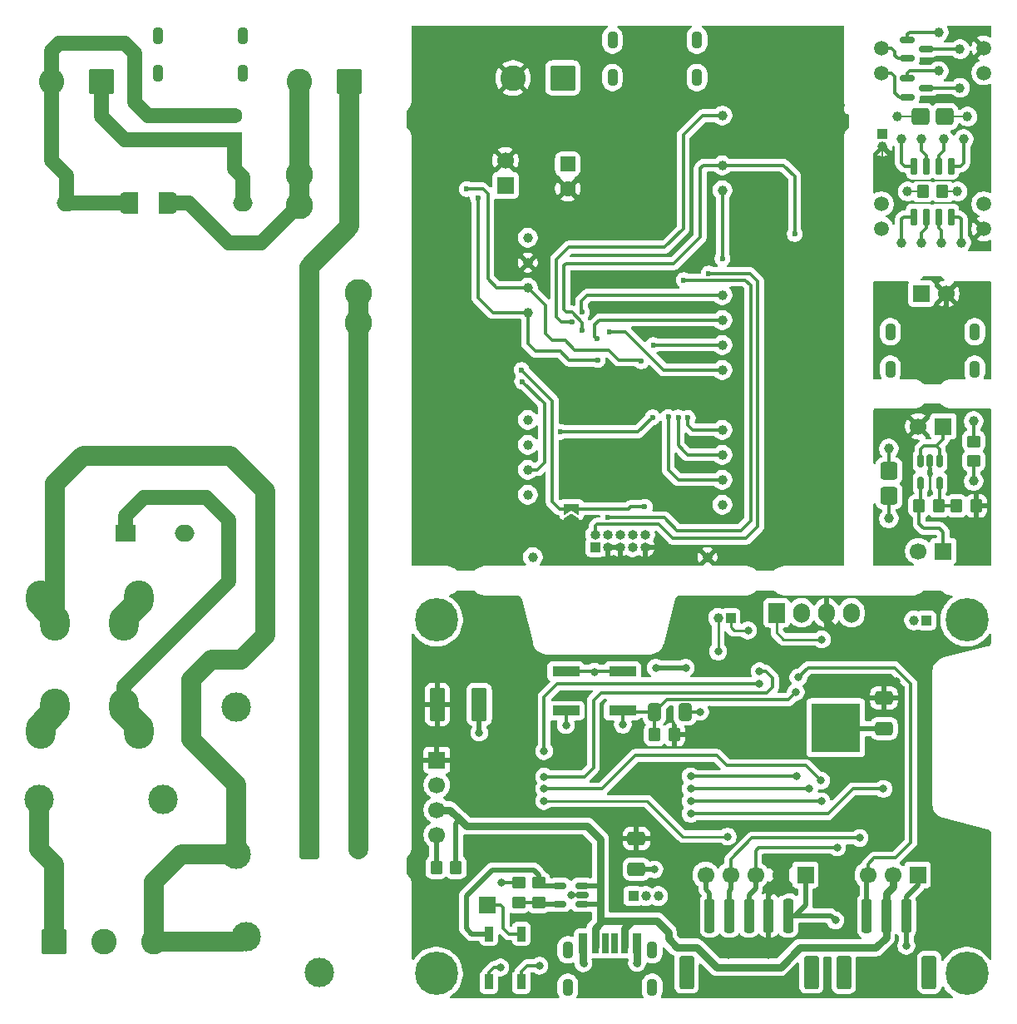
<source format=gbl>
%TF.GenerationSoftware,KiCad,Pcbnew,9.0.2*%
%TF.CreationDate,2025-06-27T14:41:47+02:00*%
%TF.ProjectId,led_driver_220v_p3,6c65645f-6472-4697-9665-725f32323076,rev?*%
%TF.SameCoordinates,Original*%
%TF.FileFunction,Copper,L2,Bot*%
%TF.FilePolarity,Positive*%
%FSLAX46Y46*%
G04 Gerber Fmt 4.6, Leading zero omitted, Abs format (unit mm)*
G04 Created by KiCad (PCBNEW 9.0.2) date 2025-06-27 14:41:47*
%MOMM*%
%LPD*%
G01*
G04 APERTURE LIST*
G04 Aperture macros list*
%AMRoundRect*
0 Rectangle with rounded corners*
0 $1 Rounding radius*
0 $2 $3 $4 $5 $6 $7 $8 $9 X,Y pos of 4 corners*
0 Add a 4 corners polygon primitive as box body*
4,1,4,$2,$3,$4,$5,$6,$7,$8,$9,$2,$3,0*
0 Add four circle primitives for the rounded corners*
1,1,$1+$1,$2,$3*
1,1,$1+$1,$4,$5*
1,1,$1+$1,$6,$7*
1,1,$1+$1,$8,$9*
0 Add four rect primitives between the rounded corners*
20,1,$1+$1,$2,$3,$4,$5,0*
20,1,$1+$1,$4,$5,$6,$7,0*
20,1,$1+$1,$6,$7,$8,$9,0*
20,1,$1+$1,$8,$9,$2,$3,0*%
%AMFreePoly0*
4,1,23,0.910000,-1.100000,-0.400000,-1.100000,-0.400000,-1.095722,-0.477763,-1.095722,-0.603842,-1.061940,-0.716881,-0.996677,-0.809177,-0.904381,-0.874440,-0.791342,-0.908222,-0.665263,-0.908222,-0.600000,-0.910000,-0.600000,-0.910000,0.600000,-0.908222,0.600000,-0.908222,0.665263,-0.874440,0.791342,-0.809177,0.904381,-0.716881,0.996677,-0.603842,1.061940,-0.477763,1.095722,-0.400000,1.095722,
-0.400000,1.100000,0.910000,1.100000,0.910000,-1.100000,0.910000,-1.100000,$1*%
%AMFreePoly1*
4,1,23,0.410000,1.095722,0.475263,1.095722,0.601342,1.061940,0.714381,0.996677,0.806677,0.904381,0.871940,0.791342,0.905722,0.665263,0.905722,0.600000,0.910000,0.600000,0.910000,-0.600000,0.905722,-0.600000,0.905722,-0.665263,0.871940,-0.791342,0.806677,-0.904381,0.714381,-0.996677,0.601342,-1.061940,0.475263,-1.095722,0.410000,-1.095722,0.410000,-1.100000,-0.910000,-1.100000,
-0.910000,1.100000,0.410000,1.100000,0.410000,1.095722,0.410000,1.095722,$1*%
%AMFreePoly2*
4,1,6,1.000000,0.000000,0.500000,-0.750000,-0.500000,-0.750000,-0.500000,0.750000,0.500000,0.750000,1.000000,0.000000,1.000000,0.000000,$1*%
%AMFreePoly3*
4,1,6,0.500000,-0.750000,-0.650000,-0.750000,-0.150000,0.000000,-0.650000,0.750000,0.500000,0.750000,0.500000,-0.750000,0.500000,-0.750000,$1*%
G04 Aperture macros list end*
%TA.AperFunction,ComponentPad*%
%ADD10RoundRect,0.250000X-0.750000X-0.750000X0.750000X-0.750000X0.750000X0.750000X-0.750000X0.750000X0*%
%TD*%
%TA.AperFunction,ComponentPad*%
%ADD11C,2.000000*%
%TD*%
%TA.AperFunction,ComponentPad*%
%ADD12C,1.000000*%
%TD*%
%TA.AperFunction,ComponentPad*%
%ADD13RoundRect,0.250000X1.050000X1.050000X-1.050000X1.050000X-1.050000X-1.050000X1.050000X-1.050000X0*%
%TD*%
%TA.AperFunction,ComponentPad*%
%ADD14C,2.600000*%
%TD*%
%TA.AperFunction,ComponentPad*%
%ADD15C,1.500000*%
%TD*%
%TA.AperFunction,ComponentPad*%
%ADD16RoundRect,0.250000X-1.050000X-1.050000X1.050000X-1.050000X1.050000X1.050000X-1.050000X1.050000X0*%
%TD*%
%TA.AperFunction,ComponentPad*%
%ADD17RoundRect,0.250000X-0.550000X0.550000X-0.550000X-0.550000X0.550000X-0.550000X0.550000X0.550000X0*%
%TD*%
%TA.AperFunction,ComponentPad*%
%ADD18C,1.600000*%
%TD*%
%TA.AperFunction,ComponentPad*%
%ADD19C,3.000000*%
%TD*%
%TA.AperFunction,ComponentPad*%
%ADD20C,4.400000*%
%TD*%
%TA.AperFunction,ComponentPad*%
%ADD21R,1.700000X1.700000*%
%TD*%
%TA.AperFunction,ComponentPad*%
%ADD22C,1.700000*%
%TD*%
%TA.AperFunction,ComponentPad*%
%ADD23R,1.000000X1.000000*%
%TD*%
%TA.AperFunction,ComponentPad*%
%ADD24O,1.000000X1.000000*%
%TD*%
%TA.AperFunction,ComponentPad*%
%ADD25RoundRect,0.250000X0.550000X-0.550000X0.550000X0.550000X-0.550000X0.550000X-0.550000X-0.550000X0*%
%TD*%
%TA.AperFunction,HeatsinkPad*%
%ADD26O,1.100000X1.800000*%
%TD*%
%TA.AperFunction,ComponentPad*%
%ADD27R,2.000000X1.700000*%
%TD*%
%TA.AperFunction,ComponentPad*%
%ADD28O,2.000000X1.700000*%
%TD*%
%TA.AperFunction,ComponentPad*%
%ADD29R,5.000000X5.000000*%
%TD*%
%TA.AperFunction,ComponentPad*%
%ADD30O,3.000000X3.600000*%
%TD*%
%TA.AperFunction,SMDPad,CuDef*%
%ADD31RoundRect,0.250000X-0.350000X-0.450000X0.350000X-0.450000X0.350000X0.450000X-0.350000X0.450000X0*%
%TD*%
%TA.AperFunction,SMDPad,CuDef*%
%ADD32R,0.700000X2.000000*%
%TD*%
%TA.AperFunction,SMDPad,CuDef*%
%ADD33R,0.800000X2.000000*%
%TD*%
%TA.AperFunction,SMDPad,CuDef*%
%ADD34R,0.900000X2.000000*%
%TD*%
%TA.AperFunction,SMDPad,CuDef*%
%ADD35FreePoly0,180.000000*%
%TD*%
%TA.AperFunction,SMDPad,CuDef*%
%ADD36FreePoly1,180.000000*%
%TD*%
%TA.AperFunction,SMDPad,CuDef*%
%ADD37RoundRect,0.250000X0.350000X0.450000X-0.350000X0.450000X-0.350000X-0.450000X0.350000X-0.450000X0*%
%TD*%
%TA.AperFunction,SMDPad,CuDef*%
%ADD38C,1.000000*%
%TD*%
%TA.AperFunction,SMDPad,CuDef*%
%ADD39RoundRect,0.250000X-0.412500X-0.650000X0.412500X-0.650000X0.412500X0.650000X-0.412500X0.650000X0*%
%TD*%
%TA.AperFunction,SMDPad,CuDef*%
%ADD40RoundRect,0.336539X-0.538461X0.563461X-0.538461X-0.563461X0.538461X-0.563461X0.538461X0.563461X0*%
%TD*%
%TA.AperFunction,SMDPad,CuDef*%
%ADD41RoundRect,0.090000X-0.360000X0.660000X-0.360000X-0.660000X0.360000X-0.660000X0.360000X0.660000X0*%
%TD*%
%TA.AperFunction,SMDPad,CuDef*%
%ADD42RoundRect,0.150000X-0.150000X0.725000X-0.150000X-0.725000X0.150000X-0.725000X0.150000X0.725000X0*%
%TD*%
%TA.AperFunction,SMDPad,CuDef*%
%ADD43RoundRect,0.250000X-0.650000X0.412500X-0.650000X-0.412500X0.650000X-0.412500X0.650000X0.412500X0*%
%TD*%
%TA.AperFunction,ComponentPad*%
%ADD44O,1.700000X2.000000*%
%TD*%
%TA.AperFunction,ComponentPad*%
%ADD45R,1.700000X2.000000*%
%TD*%
%TA.AperFunction,SMDPad,CuDef*%
%ADD46RoundRect,0.150000X-0.150000X0.512500X-0.150000X-0.512500X0.150000X-0.512500X0.150000X0.512500X0*%
%TD*%
%TA.AperFunction,SMDPad,CuDef*%
%ADD47RoundRect,0.250000X0.450000X-0.350000X0.450000X0.350000X-0.450000X0.350000X-0.450000X-0.350000X0*%
%TD*%
%TA.AperFunction,SMDPad,CuDef*%
%ADD48RoundRect,0.150000X-0.587500X-0.150000X0.587500X-0.150000X0.587500X0.150000X-0.587500X0.150000X0*%
%TD*%
%TA.AperFunction,SMDPad,CuDef*%
%ADD49RoundRect,0.250000X-0.450000X0.350000X-0.450000X-0.350000X0.450000X-0.350000X0.450000X0.350000X0*%
%TD*%
%TA.AperFunction,SMDPad,CuDef*%
%ADD50RoundRect,0.336539X0.563461X0.538461X-0.563461X0.538461X-0.563461X-0.538461X0.563461X-0.538461X0*%
%TD*%
%TA.AperFunction,SMDPad,CuDef*%
%ADD51RoundRect,0.150000X0.512500X0.150000X-0.512500X0.150000X-0.512500X-0.150000X0.512500X-0.150000X0*%
%TD*%
%TA.AperFunction,SMDPad,CuDef*%
%ADD52RoundRect,0.250000X0.250000X1.500000X-0.250000X1.500000X-0.250000X-1.500000X0.250000X-1.500000X0*%
%TD*%
%TA.AperFunction,SMDPad,CuDef*%
%ADD53RoundRect,0.250001X0.499999X1.449999X-0.499999X1.449999X-0.499999X-1.449999X0.499999X-1.449999X0*%
%TD*%
%TA.AperFunction,SMDPad,CuDef*%
%ADD54R,2.750000X1.000000*%
%TD*%
%TA.AperFunction,SMDPad,CuDef*%
%ADD55RoundRect,0.250000X-0.537500X-1.450000X0.537500X-1.450000X0.537500X1.450000X-0.537500X1.450000X0*%
%TD*%
%TA.AperFunction,SMDPad,CuDef*%
%ADD56FreePoly2,90.000000*%
%TD*%
%TA.AperFunction,SMDPad,CuDef*%
%ADD57FreePoly3,90.000000*%
%TD*%
%TA.AperFunction,ViaPad*%
%ADD58C,0.600000*%
%TD*%
%TA.AperFunction,ViaPad*%
%ADD59C,0.800000*%
%TD*%
%TA.AperFunction,ViaPad*%
%ADD60C,2.800000*%
%TD*%
%TA.AperFunction,Conductor*%
%ADD61C,0.500000*%
%TD*%
%TA.AperFunction,Conductor*%
%ADD62C,0.300000*%
%TD*%
%TA.AperFunction,Conductor*%
%ADD63C,0.750000*%
%TD*%
%TA.AperFunction,Conductor*%
%ADD64C,1.600000*%
%TD*%
%TA.AperFunction,Conductor*%
%ADD65C,2.000000*%
%TD*%
%TA.AperFunction,Conductor*%
%ADD66C,1.500000*%
%TD*%
%TA.AperFunction,Conductor*%
%ADD67C,0.250000*%
%TD*%
%TA.AperFunction,Conductor*%
%ADD68C,0.200000*%
%TD*%
G04 APERTURE END LIST*
D10*
%TO.P,C10,1*%
%TO.N,/High Voltage/DC+230V*%
X80052000Y-124328000D03*
D11*
%TO.P,C10,2*%
%TO.N,/High Voltage/DC-AGND*%
X85052000Y-124328000D03*
%TD*%
D12*
%TO.P,TP5,1,1*%
%TO.N,/MCU/GPIO_ADC1_IN5*%
X122136000Y-86736000D03*
%TD*%
%TO.P,TP4,1,1*%
%TO.N,/MCU/SPI2_MOSI*%
X122136000Y-73020000D03*
%TD*%
%TO.P,TP15,1,1*%
%TO.N,GND*%
X120612000Y-94610000D03*
%TD*%
D13*
%TO.P,J8,1,Pin_1*%
%TO.N,+5V*%
X105885000Y-45842000D03*
D14*
%TO.P,J8,2,Pin_2*%
%TO.N,GND*%
X100805000Y-45842000D03*
%TD*%
D15*
%TO.P,TP24,1,1*%
%TO.N,/Addition/Q_3.3V*%
X148730000Y-58662000D03*
%TD*%
D16*
%TO.P,J9,1,Pin_1*%
%TO.N,/High Voltage/L*%
X54064000Y-133726000D03*
D14*
%TO.P,J9,2,Pin_2*%
%TO.N,/High Voltage/PE*%
X59144000Y-133726000D03*
%TO.P,J9,3,Pin_3*%
%TO.N,/High Voltage/N*%
X64224000Y-133726000D03*
%TD*%
D12*
%TO.P,TP10a1,1,1*%
%TO.N,/MCU/I2C2_SDA*%
X102324000Y-69718000D03*
%TD*%
D15*
%TO.P,TP25,1,1*%
%TO.N,/Addition/Q_GND*%
X148730000Y-42787000D03*
%TD*%
%TO.P,TP29,1,1*%
%TO.N,/Addition/Q_GND*%
X148730000Y-61202000D03*
%TD*%
D17*
%TO.P,C12,1*%
%TO.N,+5V*%
X106383000Y-54605000D03*
D18*
%TO.P,C12,2*%
%TO.N,GND*%
X106383000Y-57105000D03*
%TD*%
D19*
%TO.P,F1,1*%
%TO.N,/High Voltage/L*%
X52540000Y-119248000D03*
%TO.P,F1,2*%
%TO.N,/High Voltage/TIN_L*%
X65140000Y-119248000D03*
%TD*%
D20*
%TO.P,H3,1*%
%TO.N,N/C*%
X147000000Y-101000000D03*
%TD*%
D12*
%TO.P,TP6,1,1*%
%TO.N,/MCU/GPIO_TIM3_CH1*%
X122136000Y-84196000D03*
%TD*%
D21*
%TO.P,J12,1,Pin_1*%
%TO.N,/Addition/USB+5V*%
X142380000Y-67806000D03*
D22*
%TO.P,J12,2,Pin_2*%
%TO.N,/Addition/USB-GND*%
X144920000Y-67806000D03*
%TD*%
D21*
%TO.P,J13,1,Pin_1*%
%TO.N,/Addition/OUT*%
X144610000Y-94000000D03*
D22*
%TO.P,J13,2,Pin_2*%
%TO.N,/Addition/IN*%
X142070000Y-94000000D03*
%TD*%
D23*
%TO.P,J1,1,Pin_1*%
%TO.N,+3.3V*%
X109182000Y-93594000D03*
D24*
%TO.P,J1,2,Pin_2*%
%TO.N,/MCU/SWDIO*%
X109182000Y-92324000D03*
%TO.P,J1,3,Pin_3*%
%TO.N,GND*%
X110452000Y-93594000D03*
%TO.P,J1,4,Pin_4*%
%TO.N,/MCU/SWCLK*%
X110452000Y-92324000D03*
%TO.P,J1,5,Pin_5*%
%TO.N,GND*%
X111722000Y-93594000D03*
%TO.P,J1,6,Pin_6*%
%TO.N,/MCU/SWO*%
X111722000Y-92324000D03*
%TO.P,J1,7,Pin_7*%
%TO.N,unconnected-(J1-Pin_7-Pad7)*%
X112992000Y-93594000D03*
%TO.P,J1,8,Pin_8*%
%TO.N,unconnected-(J1-Pin_8-Pad8)*%
X112992000Y-92324000D03*
%TO.P,J1,9,Pin_9*%
%TO.N,GND*%
X114262000Y-93594000D03*
%TO.P,J1,10,Pin_10*%
%TO.N,/MCU/NRST*%
X114262000Y-92324000D03*
%TD*%
D15*
%TO.P,TP28,1,1*%
%TO.N,/Addition/Q_3.3V*%
X148730000Y-45327000D03*
%TD*%
D25*
%TO.P,C9,1*%
%TO.N,/High Voltage/DC+5V*%
X72479000Y-52152000D03*
D18*
%TO.P,C9,2*%
%TO.N,/High Voltage/DC-GND*%
X72479000Y-49652000D03*
%TD*%
D20*
%TO.P,H1,1*%
%TO.N,N/C*%
X93000000Y-101000000D03*
%TD*%
D12*
%TO.P,TP9,1,1*%
%TO.N,/MCU/USART1_TX*%
X102324000Y-83180000D03*
%TD*%
D19*
%TO.P,X1,1*%
%TO.N,/High Voltage/TIN_L*%
X72606000Y-109850000D03*
%TO.P,X1,2*%
%TO.N,/High Voltage/N*%
X72606000Y-124850000D03*
%TD*%
D23*
%TO.P,J9,1,Pin_1*%
%TO.N,/IO25*%
X122956000Y-100794000D03*
D12*
%TO.P,J9,2,Pin_2*%
%TO.N,/IO12*%
X121686000Y-100794000D03*
%TD*%
%TO.P,TP2,1,1*%
%TO.N,/MCU/I2S1_CK*%
X122136000Y-49668000D03*
%TD*%
D26*
%TO.P,P3,S1,SHIELD*%
%TO.N,unconnected-(P3-SHIELD-PadS1)_1*%
X139223000Y-71672500D03*
%TO.N,unconnected-(P3-SHIELD-PadS1)_2*%
X139223000Y-75472500D03*
%TO.N,unconnected-(P3-SHIELD-PadS1)*%
X147823000Y-71672500D03*
%TO.N,unconnected-(P3-SHIELD-PadS1)_3*%
X147823000Y-75472500D03*
%TD*%
D12*
%TO.P,TP3b1,1,1*%
%TO.N,/MCU/I2S1_SD*%
X122136000Y-89276000D03*
%TD*%
D10*
%TO.P,C6,1*%
%TO.N,/High Voltage/DC+230V*%
X80052000Y-101468000D03*
D11*
%TO.P,C6,2*%
%TO.N,/High Voltage/DC-AGND*%
X85052000Y-101468000D03*
%TD*%
D27*
%TO.P,PS1,1,AC/L*%
%TO.N,/High Voltage/TOUT_L*%
X61337500Y-92162500D03*
D28*
%TO.P,PS1,2,AC/N*%
%TO.N,/High Voltage/TOUT_N*%
X67337500Y-92162500D03*
%TO.P,PS1,3,-Vout*%
%TO.N,/High Voltage/DC-GND*%
X55337500Y-58562500D03*
%TO.P,PS1,4,+Vout*%
%TO.N,/High Voltage/DC+5V*%
X73337500Y-58562500D03*
%TD*%
D21*
%TO.P,J6,1,Pin_1*%
%TO.N,GND*%
X142006000Y-126956000D03*
D22*
%TO.P,J6,2,Pin_2*%
%TO.N,+BATT*%
X139466000Y-126956000D03*
%TO.P,J6,3,Pin_3*%
%TO.N,/CRSF_RX_TX*%
X136926000Y-126956000D03*
%TD*%
D20*
%TO.P,H4,1*%
%TO.N,N/C*%
X147000000Y-137000000D03*
%TD*%
D29*
%TO.P,U2,39,GND*%
%TO.N,GND*%
X133665000Y-111986000D03*
%TD*%
D12*
%TO.P,TP12,1,1*%
%TO.N,+3.3V*%
X102324000Y-62098000D03*
%TD*%
%TO.P,TP13,1,1*%
%TO.N,+3.3V*%
X102832000Y-94610000D03*
%TD*%
%TO.P,TP7,1,1*%
%TO.N,/MCU/GPIO_PA7*%
X122136000Y-81656000D03*
%TD*%
%TO.P,TP9b1,1,1*%
%TO.N,/MCU/USART1_CTS*%
X102324000Y-80640000D03*
%TD*%
D26*
%TO.P,P1,S1,SHIELD*%
%TO.N,unconnected-(P1-SHIELD-PadS1)_2*%
X119534000Y-45785500D03*
%TO.N,unconnected-(P1-SHIELD-PadS1)*%
X119534000Y-41985500D03*
%TO.N,unconnected-(P1-SHIELD-PadS1)_3*%
X110934000Y-45785500D03*
%TO.N,unconnected-(P1-SHIELD-PadS1)_1*%
X110934000Y-41985500D03*
%TD*%
D23*
%TO.P,J10,1,Pin_1*%
%TO.N,/IO16*%
X113050000Y-129115000D03*
D12*
%TO.P,J10,2,Pin_2*%
%TO.N,/IO17*%
X114320000Y-129115000D03*
%TO.P,J10,3,Pin_3*%
%TO.N,/IO22*%
X115590000Y-129115000D03*
%TD*%
D15*
%TO.P,TP26,1,1*%
%TO.N,/Addition/Q_SCL_OUT*%
X138316000Y-61202000D03*
%TD*%
D12*
%TO.P,TP11,1,1*%
%TO.N,/MCU/SPI2_CS*%
X122136000Y-75560000D03*
%TD*%
D15*
%TO.P,TP22,1,1*%
%TO.N,/Addition/Q_SCL_IN*%
X138316000Y-42787000D03*
%TD*%
D10*
%TO.P,C8,1*%
%TO.N,/High Voltage/DC+230V*%
X80052000Y-112898000D03*
D11*
%TO.P,C8,2*%
%TO.N,/High Voltage/DC-AGND*%
X85052000Y-112898000D03*
%TD*%
D12*
%TO.P,TP3,1,1*%
%TO.N,/MCU/SPI2_MISO*%
X122136000Y-70480000D03*
%TD*%
%TO.P,TP9a1,1,1*%
%TO.N,/MCU/I2C2_SCL*%
X102324000Y-67178000D03*
%TD*%
D26*
%TO.P,P2,S1,SHIELD*%
%TO.N,unconnected-(P2-SHIELD-PadS1)_1*%
X73299200Y-45379100D03*
%TO.N,unconnected-(P2-SHIELD-PadS1)_2*%
X73299200Y-41579100D03*
%TO.N,unconnected-(P2-SHIELD-PadS1)_3*%
X64699200Y-45379100D03*
%TO.N,unconnected-(P2-SHIELD-PadS1)*%
X64699200Y-41579100D03*
%TD*%
D12*
%TO.P,TP3a1,1,1*%
%TO.N,/MCU/I2S1_SD*%
X122136000Y-54732000D03*
%TD*%
%TO.P,TP10b1,1,1*%
%TO.N,/MCU/USART1_RTS*%
X102324000Y-88260000D03*
%TD*%
D21*
%TO.P,J14,1,Pin_1*%
%TO.N,+5V*%
X144610000Y-81300000D03*
D22*
%TO.P,J14,2,Pin_2*%
%TO.N,GND*%
X142070000Y-81300000D03*
%TD*%
D23*
%TO.P,J7,1,Pin_1*%
%TO.N,/IO34*%
X142895000Y-101048000D03*
D12*
%TO.P,J7,2,Pin_2*%
%TO.N,/IO35*%
X141625000Y-101048000D03*
%TD*%
D19*
%TO.P,RV1,1*%
%TO.N,/High Voltage/TIN_L*%
X81122000Y-136918000D03*
%TO.P,RV1,2*%
%TO.N,/High Voltage/N*%
X73622000Y-133218000D03*
%TD*%
D20*
%TO.P,H2,1*%
%TO.N,N/C*%
X93000000Y-137000000D03*
%TD*%
D21*
%TO.P,CN1,1,Pin_1*%
%TO.N,+3.3V*%
X100033000Y-56764000D03*
D22*
%TO.P,CN1,2,Pin_2*%
%TO.N,GND*%
X100033000Y-54224000D03*
%TD*%
D15*
%TO.P,TP27,1,1*%
%TO.N,/Addition/Q_SDA_OUT*%
X138316000Y-58662000D03*
%TD*%
D12*
%TO.P,TP14,1,1*%
%TO.N,GND*%
X102324000Y-64638000D03*
%TD*%
D30*
%TO.P,L1,1,1*%
%TO.N,/High Voltage/TIN_L*%
X54200000Y-109800000D03*
X52700000Y-112300000D03*
%TO.P,L1,2,2*%
%TO.N,/High Voltage/TOUT_L*%
X62700000Y-112300000D03*
X61200000Y-109800000D03*
%TO.P,L1,3,3*%
%TO.N,/High Voltage/N*%
X54200000Y-101300000D03*
X52700000Y-98800000D03*
%TO.P,L1,4,4*%
%TO.N,/High Voltage/TOUT_N*%
X62700000Y-98800000D03*
X61200000Y-101300000D03*
%TD*%
D23*
%TO.P,J17,1,Pin_1*%
%TO.N,/Addition/Q_5.0V*%
X138443000Y-51550000D03*
D12*
%TO.P,J17,2,Pin_2*%
%TO.N,/Addition/Q_GND*%
X138443000Y-52820000D03*
%TD*%
%TO.P,TP8,1,1*%
%TO.N,/MCU/I2S1_WS*%
X122136000Y-57272000D03*
%TD*%
D25*
%TO.P,C7,1*%
%TO.N,/High Voltage/DC+5V*%
X65494000Y-52152000D03*
D18*
%TO.P,C7,2*%
%TO.N,/High Voltage/DC-GND*%
X65494000Y-49652000D03*
%TD*%
D21*
%TO.P,J8,1,Pin_1*%
%TO.N,GND*%
X130576000Y-126956000D03*
D22*
%TO.P,J8,2,Pin_2*%
%TO.N,+3.3V*%
X128036000Y-126956000D03*
%TO.P,J8,3,Pin_3*%
%TO.N,/ESP32_TX*%
X125496000Y-126956000D03*
%TO.P,J8,4,Pin_4*%
%TO.N,/ESP32_RX*%
X122956000Y-126956000D03*
%TO.P,J8,5,Pin_5*%
%TO.N,/ESP32_BOOT0*%
X120416000Y-126956000D03*
%TD*%
D13*
%TO.P,J11,1,Pin_1*%
%TO.N,/High Voltage/DC+230V*%
X84163000Y-46182500D03*
D14*
%TO.P,J11,2,Pin_2*%
%TO.N,/High Voltage/DC-AGND*%
X79083000Y-46182500D03*
%TD*%
D13*
%TO.P,J10,1,Pin_1*%
%TO.N,/High Voltage/DC+5V*%
X58895000Y-46182500D03*
D14*
%TO.P,J10,2,Pin_2*%
%TO.N,/High Voltage/DC-GND*%
X53815000Y-46182500D03*
%TD*%
D12*
%TO.P,TP1,1,1*%
%TO.N,/MCU/SPI2_SCK*%
X122136000Y-67940000D03*
%TD*%
%TO.P,TP10,1,1*%
%TO.N,/MCU/USART1_RX*%
X102324000Y-85720000D03*
%TD*%
D15*
%TO.P,TP23,1,1*%
%TO.N,/Addition/Q_SDA_IN*%
X138316000Y-45327000D03*
%TD*%
D31*
%TO.P,R2,1*%
%TO.N,/EN*%
X115225000Y-112681200D03*
%TO.P,R2,2*%
%TO.N,+3.3V*%
X117225000Y-112681200D03*
%TD*%
D32*
%TO.P,P1,A5,CC*%
%TO.N,unconnected-(P1-CC-PadA5)*%
X111180400Y-133936000D03*
D33*
%TO.P,P1,A9,VBUS*%
%TO.N,+BATT*%
X109160400Y-133936000D03*
D34*
%TO.P,P1,A12,GND*%
%TO.N,GND*%
X107930400Y-133936000D03*
D32*
%TO.P,P1,B5,VCONN*%
%TO.N,unconnected-(P1-VCONN-PadB5)*%
X110180400Y-133936000D03*
D33*
%TO.P,P1,B9,VBUS*%
%TO.N,+BATT*%
X112200400Y-133936000D03*
D34*
%TO.P,P1,B12,GND*%
%TO.N,GND*%
X113430400Y-133936000D03*
D26*
%TO.P,P1,S1,SHIELD*%
%TO.N,unconnected-(P1-SHIELD-PadS1)*%
X114980400Y-138386000D03*
%TO.N,unconnected-(P1-SHIELD-PadS1)_2*%
X114980400Y-134586000D03*
%TO.N,unconnected-(P1-SHIELD-PadS1)_1*%
X106380400Y-138386000D03*
%TO.N,unconnected-(P1-SHIELD-PadS1)_3*%
X106380400Y-134586000D03*
%TD*%
D35*
%TO.P,JP6,1,A*%
%TO.N,/High Voltage/DC-AGND*%
X65716000Y-58542000D03*
D36*
%TO.P,JP6,2,B*%
%TO.N,/High Voltage/DC-GND*%
X61716000Y-58542000D03*
%TD*%
D37*
%TO.P,R5,1*%
%TO.N,Net-(R5-Pad1)*%
X144539000Y-57392000D03*
%TO.P,R5,2*%
%TO.N,Net-(R5-Pad2)*%
X142539000Y-57392000D03*
%TD*%
D38*
%TO.P,TP41,1,1*%
%TO.N,Net-(J51-Pin_8)*%
X140348000Y-62599000D03*
%TD*%
%TO.P,TP35,1,1*%
%TO.N,Net-(J51-Pin_3)*%
X144666000Y-52058000D03*
%TD*%
%TO.P,TP30,1,1*%
%TO.N,Net-(Q2-D)*%
X146317000Y-42914000D03*
%TD*%
%TO.P,TP45,1,1*%
%TO.N,Net-(R5-Pad2)*%
X140983000Y-57392000D03*
%TD*%
%TO.P,TP47,1,1*%
%TO.N,Net-(R9-Pad1)*%
X147714000Y-80760000D03*
%TD*%
D39*
%TO.P,C9,1*%
%TO.N,/EN*%
X115209000Y-110344400D03*
%TO.P,C9,2*%
%TO.N,GND*%
X118334000Y-110344400D03*
%TD*%
D40*
%TO.P,R8,1*%
%TO.N,Net-(R8-Pad1)*%
X139078000Y-85860000D03*
%TO.P,R8,2*%
%TO.N,Net-(R8-Pad2)*%
X139078000Y-88360000D03*
%TD*%
D38*
%TO.P,TP31,1,1*%
%TO.N,Net-(Q3-D)*%
X146317000Y-46851000D03*
%TD*%
D21*
%TO.P,J4,1,Pin_1*%
%TO.N,+3.3V*%
X93048000Y-115272000D03*
D22*
%TO.P,J4,2,Pin_2*%
%TO.N,GND*%
X93048000Y-117812000D03*
%TO.P,J4,3,Pin_3*%
%TO.N,+BATT*%
X93048000Y-120352000D03*
%TO.P,J4,4,Pin_4*%
%TO.N,Net-(J4-Pin_4)*%
X93048000Y-122892000D03*
%TD*%
D38*
%TO.P,TP44,1,1*%
%TO.N,Net-(R5-Pad1)*%
X146063000Y-57392000D03*
%TD*%
D41*
%TO.P,D1,1,VDD*%
%TO.N,+5V*%
X98345400Y-132950400D03*
%TO.P,D1,2,DOUT*%
%TO.N,Net-(D1-DOUT)*%
X101645400Y-132950400D03*
%TO.P,D1,3,VSS*%
%TO.N,GND*%
X101645400Y-137850400D03*
%TO.P,D1,4,DIN*%
%TO.N,/LED_RGB*%
X98345400Y-137850400D03*
%TD*%
D42*
%TO.P,J51,1,Pin_1*%
%TO.N,Net-(J51-Pin_1)*%
X141618000Y-54817000D03*
%TO.P,J51,2,Pin_2*%
%TO.N,Net-(J51-Pin_2)*%
X142888000Y-54817000D03*
%TO.P,J51,3,Pin_3*%
%TO.N,Net-(J51-Pin_3)*%
X144158000Y-54817000D03*
%TO.P,J51,4,Pin_4*%
%TO.N,Net-(J51-Pin_4)*%
X145428000Y-54817000D03*
%TO.P,J51,5,Pin_5*%
%TO.N,Net-(J51-Pin_5)*%
X145428000Y-59967000D03*
%TO.P,J51,6,Pin_6*%
%TO.N,Net-(J51-Pin_6)*%
X144158000Y-59967000D03*
%TO.P,J51,7,Pin_7*%
%TO.N,Net-(J51-Pin_7)*%
X142888000Y-59967000D03*
%TO.P,J51,8,Pin_8*%
%TO.N,Net-(J51-Pin_8)*%
X141618000Y-59967000D03*
%TD*%
D38*
%TO.P,TP32,1,1*%
%TO.N,Net-(Q3-S)*%
X144158000Y-45134000D03*
%TD*%
D31*
%TO.P,R7,1*%
%TO.N,Net-(U3-ADJ)*%
X145968000Y-89396000D03*
%TO.P,R7,2*%
%TO.N,GND*%
X147968000Y-89396000D03*
%TD*%
D43*
%TO.P,C3,1*%
%TO.N,+3.3V*%
X113368000Y-123247600D03*
%TO.P,C3,2*%
%TO.N,GND*%
X113368000Y-126372600D03*
%TD*%
D44*
%TO.P,J5,1,Pin_1*%
%TO.N,GND*%
X135262800Y-100286000D03*
%TO.P,J5,2,Pin_2*%
%TO.N,+3.3V*%
X132722800Y-100286000D03*
%TO.P,J5,3,Pin_3*%
%TO.N,/OLED_SCK*%
X130182800Y-100286000D03*
D45*
%TO.P,J5,4,Pin_4*%
%TO.N,/OLED_SDA*%
X127642800Y-100286000D03*
%TD*%
D21*
%TO.P,J1,1,Pin_1*%
%TO.N,Net-(D1-DOUT)*%
X98216400Y-130004000D03*
%TD*%
D43*
%TO.P,C2,1*%
%TO.N,+3.3V*%
X138577000Y-108934300D03*
%TO.P,C2,2*%
%TO.N,GND*%
X138577000Y-112059300D03*
%TD*%
D31*
%TO.P,R1,1*%
%TO.N,Net-(J4-Pin_4)*%
X93000000Y-126194000D03*
%TO.P,R1,2*%
%TO.N,+BATT*%
X95000000Y-126194000D03*
%TD*%
D46*
%TO.P,U3,1,IN*%
%TO.N,+5V*%
X142319000Y-84824000D03*
%TO.P,U3,2,GND*%
%TO.N,GND*%
X143269000Y-84824000D03*
%TO.P,U3,3,EN*%
%TO.N,+5V*%
X144219000Y-84824000D03*
%TO.P,U3,4,ADJ*%
%TO.N,Net-(U3-ADJ)*%
X144219000Y-87099000D03*
%TO.P,U3,5,OUT*%
%TO.N,/Addition/OUT*%
X142319000Y-87099000D03*
%TD*%
D38*
%TO.P,TP34,1,1*%
%TO.N,Net-(J51-Pin_4)*%
X146698000Y-52058000D03*
%TD*%
D47*
%TO.P,R4,1*%
%TO.N,Net-(U3-ADJ)*%
X101366000Y-129750000D03*
%TO.P,R4,2*%
%TO.N,GND*%
X101366000Y-127750000D03*
%TD*%
D38*
%TO.P,TP38,1,1*%
%TO.N,Net-(J51-Pin_5)*%
X146444000Y-62599000D03*
%TD*%
D48*
%TO.P,Q3,1,G*%
%TO.N,/Addition/Q_SDA_IN*%
X140983000Y-47801000D03*
%TO.P,Q3,2,S*%
%TO.N,Net-(Q3-S)*%
X140983000Y-45901000D03*
%TO.P,Q3,3,D*%
%TO.N,Net-(Q3-D)*%
X142858000Y-46851000D03*
%TD*%
D38*
%TO.P,TP42,1,1*%
%TO.N,Net-(R4-Pad1)*%
X147079000Y-49772000D03*
%TD*%
D49*
%TO.P,R9,1*%
%TO.N,Net-(R9-Pad1)*%
X147714000Y-82824000D03*
%TO.P,R9,2*%
%TO.N,Net-(R9-Pad2)*%
X147714000Y-84824000D03*
%TD*%
D48*
%TO.P,Q2,1,G*%
%TO.N,/Addition/Q_SCL_IN*%
X140983000Y-43864000D03*
%TO.P,Q2,2,S*%
%TO.N,Net-(Q2-S)*%
X140983000Y-41964000D03*
%TO.P,Q2,3,D*%
%TO.N,Net-(Q2-D)*%
X142858000Y-42914000D03*
%TD*%
D38*
%TO.P,TP40,1,1*%
%TO.N,Net-(J51-Pin_7)*%
X142380000Y-62599000D03*
%TD*%
D31*
%TO.P,R6,1*%
%TO.N,/Addition/OUT*%
X142158000Y-89396000D03*
%TO.P,R6,2*%
%TO.N,Net-(U3-ADJ)*%
X144158000Y-89396000D03*
%TD*%
D38*
%TO.P,TP46,1,1*%
%TO.N,Net-(R8-Pad1)*%
X139078000Y-83554000D03*
%TD*%
%TO.P,TP36,1,1*%
%TO.N,Net-(J51-Pin_2)*%
X142380000Y-52058000D03*
%TD*%
%TO.P,TP33,1,1*%
%TO.N,Net-(Q2-S)*%
X144158000Y-41197000D03*
%TD*%
D50*
%TO.P,R4,1*%
%TO.N,Net-(R4-Pad1)*%
X144773000Y-49772000D03*
%TO.P,R4,2*%
%TO.N,Net-(R4-Pad2)*%
X142273000Y-49772000D03*
%TD*%
D38*
%TO.P,TP48,1,1*%
%TO.N,Net-(R8-Pad2)*%
X139078000Y-90666000D03*
%TD*%
%TO.P,TP39,1,1*%
%TO.N,Net-(J51-Pin_6)*%
X144412000Y-62599000D03*
%TD*%
D51*
%TO.P,U3,1,IN*%
%TO.N,+BATT*%
X107837500Y-128038000D03*
%TO.P,U3,2,GND*%
%TO.N,GND*%
X107837500Y-128988000D03*
%TO.P,U3,3,EN*%
%TO.N,+BATT*%
X107837500Y-129938000D03*
%TO.P,U3,4,ADJ*%
%TO.N,Net-(U3-ADJ)*%
X105562500Y-129938000D03*
%TO.P,U3,5,OUT*%
%TO.N,+5V*%
X105562500Y-128038000D03*
%TD*%
D52*
%TO.P,J3,1,Pin_1*%
%TO.N,GND*%
X140837600Y-131112000D03*
%TO.P,J3,2,Pin_2*%
%TO.N,+BATT*%
X138837600Y-131112000D03*
%TO.P,J3,3,Pin_3*%
%TO.N,/CRSF_RX_TX*%
X136837600Y-131112000D03*
D53*
%TO.P,J3,MP*%
%TO.N,N/C*%
X143187600Y-136862000D03*
X134487600Y-136862000D03*
%TD*%
D54*
%TO.P,SW1,1,1*%
%TO.N,GND*%
X111952000Y-106242800D03*
X106192000Y-106242800D03*
%TO.P,SW1,2,2*%
%TO.N,/EN*%
X111952000Y-110242800D03*
X106192000Y-110242800D03*
%TD*%
D55*
%TO.P,C1,1*%
%TO.N,+3.3V*%
X93098800Y-109590200D03*
%TO.P,C1,2*%
%TO.N,GND*%
X97373800Y-109590200D03*
%TD*%
D38*
%TO.P,TP37,1,1*%
%TO.N,Net-(J51-Pin_1)*%
X140348000Y-52058000D03*
%TD*%
%TO.P,TP43,1,1*%
%TO.N,Net-(R4-Pad2)*%
X139967000Y-49772000D03*
%TD*%
D49*
%TO.P,R3,1*%
%TO.N,+5V*%
X103398000Y-127750000D03*
%TO.P,R3,2*%
%TO.N,Net-(U3-ADJ)*%
X103398000Y-129750000D03*
%TD*%
D52*
%TO.P,J2,1,Pin_1*%
%TO.N,GND*%
X128835600Y-131091000D03*
%TO.P,J2,2,Pin_2*%
%TO.N,+3.3V*%
X126835600Y-131091000D03*
%TO.P,J2,3,Pin_3*%
%TO.N,/ESP32_TX*%
X124835600Y-131091000D03*
%TO.P,J2,4,Pin_4*%
%TO.N,/ESP32_RX*%
X122835600Y-131091000D03*
%TO.P,J2,5,Pin_5*%
%TO.N,/ESP32_BOOT0*%
X120835600Y-131091000D03*
D53*
%TO.P,J2,MP*%
%TO.N,N/C*%
X131185600Y-136841000D03*
X118485600Y-136841000D03*
%TD*%
D38*
%TO.P,TP49,1,1*%
%TO.N,Net-(R9-Pad2)*%
X147714000Y-86856000D03*
%TD*%
D56*
%TO.P,JP7,1,A*%
%TO.N,GND*%
X106764000Y-91144000D03*
D57*
%TO.P,JP7,2,B*%
%TO.N,/MCU/NRST*%
X106764000Y-89694000D03*
%TD*%
D58*
%TO.N,GND*%
X95842000Y-89987200D03*
X116873200Y-56916400D03*
X120988000Y-61336000D03*
X108694400Y-61920200D03*
X123375600Y-51176000D03*
D59*
X106700000Y-128988000D03*
D58*
X95638800Y-71191200D03*
X121445200Y-48026400D03*
X116263600Y-54833600D03*
X116466800Y-48280400D03*
D59*
X115336000Y-105874000D03*
D58*
X110167600Y-88539400D03*
X128608000Y-65196800D03*
D59*
X103499600Y-136199400D03*
D58*
X123375600Y-61539200D03*
D59*
X99588000Y-127718000D03*
X133624000Y-131578800D03*
D58*
X115044400Y-61996400D03*
D59*
X118384000Y-105874000D03*
D58*
X123426400Y-53665200D03*
X114384000Y-53055600D03*
X123426400Y-55849600D03*
X128811200Y-46400800D03*
D59*
X119857200Y-110344400D03*
D58*
X106967200Y-68016200D03*
D59*
X107970000Y-135947600D03*
D58*
X128557200Y-83990000D03*
D59*
X140850800Y-134169600D03*
D58*
X116365200Y-53055600D03*
X116873200Y-58999200D03*
X122004000Y-51176000D03*
X116416000Y-49906000D03*
D59*
X109087600Y-106280400D03*
D58*
X116416000Y-51176000D03*
X95715000Y-52065000D03*
D59*
X113430400Y-135921600D03*
X97366000Y-112478000D03*
D58*
X123375600Y-60066000D03*
D59*
X115196800Y-126397200D03*
D58*
X104198600Y-74874200D03*
D59*
%TO.N,+3.3V*%
X139897800Y-102902200D03*
X122702000Y-134068000D03*
X139885600Y-107245600D03*
X138768000Y-135846000D03*
X141421800Y-106153400D03*
X122702000Y-135084000D03*
X126800000Y-134068000D03*
X126800000Y-135084000D03*
X137752000Y-136608000D03*
X115247600Y-123247600D03*
D58*
%TO.N,/MCU/NRST*%
X101684000Y-75560000D03*
X114231600Y-89479200D03*
D60*
%TO.N,/High Voltage/DC-AGND*%
X85052000Y-70734000D03*
X79083000Y-58796000D03*
X79083000Y-55646400D03*
X85052000Y-67686000D03*
D58*
%TO.N,/MCU/SWDIO*%
X120734000Y-65730200D03*
%TO.N,/MCU/SWCLK*%
X118194000Y-66416000D03*
X110472400Y-90596800D03*
%TO.N,/MCU/I2C2_SCL*%
X113876000Y-74671000D03*
X96096000Y-57145000D03*
%TO.N,/MCU/I2C2_SDA*%
X97239000Y-58034000D03*
X109431000Y-74559000D03*
%TO.N,/MCU/SPI2_SCK*%
X107830800Y-69667200D03*
%TO.N,/MCU/SPI2_MOSI*%
X115095200Y-73020000D03*
%TO.N,/MCU/SPI2_CS*%
X110605000Y-71651898D03*
%TO.N,/MCU/SPI2_MISO*%
X109367500Y-72372300D03*
%TO.N,/MCU/I2S1_SD*%
X107881600Y-71496000D03*
X129497000Y-61717000D03*
%TO.N,/MCU/GPIO_PA7*%
X118600400Y-80436800D03*
%TO.N,/MCU/GPIO_ADC1_IN5*%
X116619200Y-80335200D03*
%TO.N,/MCU/GPIO_TIM3_CH1*%
X117635200Y-80386000D03*
%TO.N,/MCU/USART1_RX*%
X101734800Y-76728400D03*
%TO.N,/MCU/USART1_CTS*%
X115019000Y-80386000D03*
X105646400Y-81859200D03*
%TO.N,/MCU/I2S1_WS*%
X122136000Y-64231600D03*
%TO.N,/MCU/I2S1_CK*%
X106814800Y-70632400D03*
D59*
%TO.N,/E28_TX_EN*%
X125915600Y-107499600D03*
X103970000Y-114357600D03*
%TO.N,/EN*%
X106192000Y-111716000D03*
X129598100Y-108350500D03*
X111983200Y-111665200D03*
%TO.N,/E28_DIO1*%
X103970000Y-119437600D03*
X122664400Y-123060169D03*
%TO.N,/E28_SCK_RTS*%
X118892000Y-118193000D03*
X130957000Y-118193000D03*
%TO.N,/E28_BUSY*%
X132164000Y-117354800D03*
X103970000Y-118193000D03*
%TO.N,/IO12*%
X121686000Y-104223000D03*
%TO.N,/LED_RGB*%
X99511800Y-136379400D03*
%TO.N,/IO25*%
X124734000Y-102076000D03*
%TO.N,/E28_NRESET*%
X103970000Y-116948400D03*
X125915600Y-106229600D03*
%TO.N,/E28_MISO_TX*%
X118892000Y-120733000D03*
X138514000Y-118193000D03*
%TO.N,/E28_NSS_CTS*%
X118892000Y-116923000D03*
X129687000Y-116923000D03*
%TO.N,/E28_MISO_RX*%
X132227000Y-119463000D03*
X118892000Y-119463000D03*
%TO.N,/CRSF_RX_TX*%
X129864800Y-106864600D03*
%TO.N,/ESP32_TX*%
X133815000Y-124162000D03*
%TO.N,/ESP32_RX*%
X136101000Y-123196800D03*
%TO.N,/OLED_SDA*%
X132252400Y-102978400D03*
D58*
%TO.N,/Addition/USB-GND*%
X140805200Y-69431600D03*
%TD*%
D61*
%TO.N,+5V*%
X103686000Y-128038000D02*
X103398000Y-127750000D01*
D62*
X144610000Y-82594000D02*
X144610000Y-81300000D01*
D61*
X105562500Y-128038000D02*
X103686000Y-128038000D01*
D62*
X143904000Y-83300000D02*
X144610000Y-82594000D01*
X144219000Y-83615000D02*
X144219000Y-84824000D01*
D61*
X103398000Y-126956000D02*
X102890000Y-126448000D01*
D62*
X142634000Y-83300000D02*
X143904000Y-83300000D01*
D61*
X103398000Y-127750000D02*
X103398000Y-126956000D01*
X98699000Y-126448000D02*
X96032000Y-129115000D01*
X96616200Y-132950400D02*
X98345400Y-132950400D01*
X102890000Y-126448000D02*
X98699000Y-126448000D01*
X96032000Y-129115000D02*
X96032000Y-132366200D01*
D62*
X143904000Y-83300000D02*
X144219000Y-83615000D01*
X142319000Y-83615000D02*
X142634000Y-83300000D01*
D61*
X96032000Y-132366200D02*
X96616200Y-132950400D01*
D62*
X142319000Y-84824000D02*
X142319000Y-83615000D01*
%TO.N,GND*%
X101645400Y-136783600D02*
X101645400Y-137850400D01*
D61*
X97373800Y-109590200D02*
X97373800Y-112478000D01*
D63*
X113430400Y-134286000D02*
X113430400Y-135921600D01*
D62*
X101366000Y-127750000D02*
X99620000Y-127750000D01*
D61*
X130576000Y-126956000D02*
X130576000Y-130004000D01*
X140837600Y-129178500D02*
X140837600Y-134156400D01*
X140837600Y-134156400D02*
X140850800Y-134169600D01*
X138577000Y-112059300D02*
X133738300Y-112059300D01*
X115336000Y-105874000D02*
X118384000Y-105874000D01*
D62*
X107837500Y-128988000D02*
X106700000Y-128988000D01*
D61*
X97373800Y-112478000D02*
X97366000Y-112485800D01*
X133624000Y-131578800D02*
X133136200Y-131091000D01*
D63*
X107930400Y-134286000D02*
X107930400Y-135908000D01*
D61*
X114282400Y-126397200D02*
X114257800Y-126372600D01*
D62*
X111952000Y-106242800D02*
X109125200Y-106242800D01*
D63*
X134810900Y-110840100D02*
X133665000Y-111986000D01*
D61*
X133136200Y-131091000D02*
X129323400Y-131091000D01*
D62*
X119857200Y-110344400D02*
X118587200Y-110344400D01*
D61*
X142006000Y-128010100D02*
X140837600Y-129178500D01*
X129489000Y-131091000D02*
X128835600Y-131091000D01*
D63*
X107930400Y-135908000D02*
X107970000Y-135947600D01*
D61*
X130576000Y-130004000D02*
X129489000Y-131091000D01*
D62*
X109125200Y-106242800D02*
X109087600Y-106280400D01*
X109050000Y-106242800D02*
X109087600Y-106280400D01*
D61*
X142006000Y-126956000D02*
X142006000Y-128010100D01*
X133738300Y-112059300D02*
X133665000Y-111986000D01*
X115196800Y-126397200D02*
X114282400Y-126397200D01*
D62*
X102229600Y-136199400D02*
X101645400Y-136783600D01*
D61*
X114257800Y-126372600D02*
X113368000Y-126372600D01*
D62*
X106192000Y-106242800D02*
X109050000Y-106242800D01*
X99620000Y-127750000D02*
X99588000Y-127718000D01*
X103499600Y-136199400D02*
X102229600Y-136199400D01*
D63*
X113456400Y-135947600D02*
X113430400Y-135921600D01*
D61*
%TO.N,+3.3V*%
X128036000Y-125496000D02*
X128049200Y-125482800D01*
X126835600Y-128969200D02*
X126835600Y-131578800D01*
X132735000Y-101175000D02*
X132735000Y-100298200D01*
X132735000Y-100298200D02*
X132722800Y-100286000D01*
X128036000Y-128391600D02*
X127413200Y-128391600D01*
X127413200Y-128391600D02*
X126835600Y-128969200D01*
D64*
X128036000Y-126790400D02*
X128036000Y-128226000D01*
D61*
X115247600Y-123247600D02*
X113368000Y-123247600D01*
D63*
X135656000Y-104096000D02*
X132735000Y-101175000D01*
D64*
X128036000Y-127095200D02*
X128036000Y-125635200D01*
D62*
%TO.N,/MCU/NRST*%
X101684000Y-75560000D02*
X104808200Y-78684200D01*
X112783800Y-89479200D02*
X114231600Y-89479200D01*
X112569000Y-89694000D02*
X112783800Y-89479200D01*
X104808200Y-78684200D02*
X104808200Y-88971200D01*
X105531000Y-89694000D02*
X106764000Y-89694000D01*
X104808200Y-88971200D02*
X105531000Y-89694000D01*
X106764000Y-89694000D02*
X112569000Y-89694000D01*
D65*
%TO.N,/High Voltage/DC+230V*%
X80052000Y-124328000D02*
X80052000Y-112898000D01*
X80052000Y-101468000D02*
X80052000Y-65066000D01*
X80052000Y-112898000D02*
X80052000Y-101468000D01*
X80052000Y-65066000D02*
X84163000Y-60955000D01*
X84163000Y-60955000D02*
X84163000Y-46182500D01*
D66*
%TO.N,/High Voltage/DC-AGND*%
X78956000Y-58796000D02*
X75146000Y-62606000D01*
X75146000Y-62606000D02*
X71844000Y-62606000D01*
D65*
X85052000Y-124328000D02*
X85052000Y-112898000D01*
X85052000Y-112898000D02*
X85052000Y-101468000D01*
D66*
X67780000Y-58542000D02*
X65716000Y-58542000D01*
D65*
X79083000Y-58796000D02*
X79083000Y-46182500D01*
D66*
X71844000Y-62606000D02*
X67780000Y-58542000D01*
D65*
X85052000Y-67686000D02*
X85052000Y-101468000D01*
D66*
X79083000Y-58796000D02*
X78956000Y-58796000D01*
D65*
%TO.N,/High Voltage/TOUT_L*%
X62700000Y-111300000D02*
X61200000Y-109800000D01*
D66*
X61337500Y-90384500D02*
X61337500Y-92162500D01*
X63208000Y-88514000D02*
X61337500Y-90384500D01*
X71826800Y-97091000D02*
X71826800Y-90782800D01*
X61200000Y-107717800D02*
X71826800Y-97091000D01*
D65*
X61200000Y-110800000D02*
X62700000Y-112300000D01*
X61200000Y-109800000D02*
X61200000Y-110800000D01*
D66*
X71826800Y-90782800D02*
X69558000Y-88514000D01*
D65*
X62700000Y-112300000D02*
X62700000Y-111300000D01*
D66*
X69558000Y-88514000D02*
X63208000Y-88514000D01*
X61200000Y-109800000D02*
X61200000Y-107717800D01*
D65*
%TO.N,/High Voltage/TOUT_N*%
X61200000Y-100300000D02*
X62700000Y-98800000D01*
X62700000Y-99800000D02*
X61200000Y-101300000D01*
X61200000Y-101300000D02*
X61200000Y-100300000D01*
X62700000Y-98800000D02*
X62700000Y-99800000D01*
D62*
%TO.N,/MCU/SWDIO*%
X124544000Y-92679600D02*
X117076400Y-92679600D01*
X109177000Y-92319000D02*
X109182000Y-92324000D01*
X109364200Y-91247800D02*
X109177000Y-91435000D01*
X124925000Y-65730200D02*
X125737800Y-66543000D01*
X125737800Y-91485800D02*
X124544000Y-92679600D01*
X117076400Y-92679600D02*
X115644600Y-91247800D01*
X120734000Y-65730200D02*
X124925000Y-65730200D01*
X125737800Y-66543000D02*
X125737800Y-91485800D01*
X115644600Y-91247800D02*
X109364200Y-91247800D01*
X109177000Y-91435000D02*
X109177000Y-92319000D01*
%TO.N,/MCU/SWCLK*%
X117508200Y-91892200D02*
X116212800Y-90596800D01*
X124467800Y-66416000D02*
X125001200Y-66949400D01*
X125001200Y-66949400D02*
X125001200Y-90901600D01*
X118194000Y-66416000D02*
X124467800Y-66416000D01*
X124010600Y-91892200D02*
X117508200Y-91892200D01*
X116212800Y-90596800D02*
X110472400Y-90596800D01*
X125001200Y-90901600D02*
X124010600Y-91892200D01*
%TO.N,/MCU/I2C2_SCL*%
X97731000Y-57129000D02*
X98255000Y-57653000D01*
X104097000Y-71877000D02*
X104097000Y-68951000D01*
X113749000Y-74544000D02*
X111590000Y-74544000D01*
X96096000Y-57145000D02*
X96112000Y-57129000D01*
X110574000Y-73528000D02*
X107119600Y-73528000D01*
X113876000Y-74671000D02*
X113749000Y-74544000D01*
X104097000Y-68951000D02*
X102324000Y-67178000D01*
X107119600Y-73528000D02*
X106154400Y-72562800D01*
X104782800Y-72562800D02*
X104097000Y-71877000D01*
X99144000Y-67178000D02*
X102324000Y-67178000D01*
X111590000Y-74544000D02*
X110574000Y-73528000D01*
X96112000Y-57129000D02*
X97731000Y-57129000D01*
X106154400Y-72562800D02*
X104782800Y-72562800D01*
X98255000Y-66289000D02*
X99144000Y-67178000D01*
X98255000Y-57653000D02*
X98255000Y-66289000D01*
%TO.N,/MCU/I2C2_SDA*%
X102324000Y-72898000D02*
X102324000Y-69718000D01*
X97239000Y-58034000D02*
X97239000Y-68194000D01*
X97239000Y-68194000D02*
X98763000Y-69718000D01*
X106525000Y-74559000D02*
X105621000Y-73655000D01*
X109431000Y-74559000D02*
X106525000Y-74559000D01*
X103081000Y-73655000D02*
X102324000Y-72898000D01*
X98763000Y-69718000D02*
X102324000Y-69718000D01*
X105621000Y-73655000D02*
X103081000Y-73655000D01*
%TO.N,/MCU/SPI2_SCK*%
X107830800Y-69667200D02*
X107780000Y-69616400D01*
X107780000Y-69616400D02*
X107780000Y-68549600D01*
X107780000Y-68549600D02*
X108389600Y-67940000D01*
X108389600Y-67940000D02*
X122136000Y-67940000D01*
%TO.N,/MCU/SPI2_MOSI*%
X115095200Y-73020000D02*
X122136000Y-73020000D01*
%TO.N,/MCU/SPI2_CS*%
X112284898Y-71682898D02*
X116162000Y-75560000D01*
X116162000Y-75560000D02*
X122136000Y-75560000D01*
X110605000Y-71651898D02*
X110574000Y-71682898D01*
X110574000Y-71682898D02*
X112284898Y-71682898D01*
%TO.N,/MCU/SPI2_MISO*%
X109151600Y-70937200D02*
X109608800Y-70480000D01*
X109151600Y-72156400D02*
X109151600Y-70937200D01*
X109608800Y-70480000D02*
X122136000Y-70480000D01*
X109367500Y-72372300D02*
X109151600Y-72156400D01*
%TO.N,/MCU/I2S1_SD*%
X107881600Y-70734000D02*
X107881600Y-71496000D01*
X120175200Y-54732000D02*
X119870400Y-55036800D01*
X129497000Y-61717000D02*
X129497000Y-55875000D01*
X106256000Y-69667200D02*
X106814800Y-69667200D01*
X106002000Y-64942800D02*
X106002000Y-69413200D01*
X119870400Y-62047200D02*
X117178000Y-64739600D01*
X106002000Y-69413200D02*
X106256000Y-69667200D01*
X117178000Y-64739600D02*
X106205200Y-64739600D01*
X122136000Y-54732000D02*
X120175200Y-54732000D01*
X128354000Y-54732000D02*
X122136000Y-54732000D01*
X119870400Y-55036800D02*
X119870400Y-62047200D01*
X129497000Y-55875000D02*
X128354000Y-54732000D01*
X106205200Y-64739600D02*
X106002000Y-64942800D01*
X106814800Y-69667200D02*
X107881600Y-70734000D01*
%TO.N,/MCU/GPIO_PA7*%
X122136000Y-81656000D02*
X119108400Y-81656000D01*
X119108400Y-81656000D02*
X118600400Y-81148000D01*
X118600400Y-81148000D02*
X118600400Y-80436800D01*
%TO.N,/MCU/GPIO_ADC1_IN5*%
X116619200Y-80335200D02*
X116619200Y-85720000D01*
X117635200Y-86736000D02*
X122136000Y-86736000D01*
X116619200Y-85720000D02*
X117635200Y-86736000D01*
%TO.N,/MCU/GPIO_TIM3_CH1*%
X118600400Y-84196000D02*
X118092400Y-83688000D01*
X122136000Y-84196000D02*
X118600400Y-84196000D01*
X118092400Y-83688000D02*
X117635200Y-83230800D01*
X117635200Y-83230800D02*
X117635200Y-80386000D01*
%TO.N,/MCU/USART1_RX*%
X103284200Y-85720000D02*
X102324000Y-85720000D01*
X103995400Y-85008800D02*
X103284200Y-85720000D01*
X101734800Y-76728400D02*
X103995400Y-78989000D01*
X103995400Y-78989000D02*
X103995400Y-85008800D01*
%TO.N,/MCU/USART1_CTS*%
X113545800Y-81859200D02*
X115019000Y-80386000D01*
X105646400Y-81859200D02*
X113545800Y-81859200D01*
%TO.N,/MCU/I2S1_WS*%
X122136000Y-57272000D02*
X122136000Y-64231600D01*
%TO.N,/MCU/I2S1_CK*%
X120108400Y-49668000D02*
X122136000Y-49668000D01*
X116263600Y-63063200D02*
X118143200Y-61183600D01*
X118143200Y-51633200D02*
X120108400Y-49668000D01*
X106814800Y-70632400D02*
X105697200Y-70632400D01*
X105240000Y-70175200D02*
X105240000Y-64333200D01*
X118143200Y-61183600D02*
X118143200Y-51633200D01*
X106510000Y-63063200D02*
X116263600Y-63063200D01*
X105240000Y-64333200D02*
X106510000Y-63063200D01*
X105697200Y-70632400D02*
X105240000Y-70175200D01*
D65*
%TO.N,/High Voltage/L*%
X52540000Y-124328000D02*
X52540000Y-119248000D01*
X54064000Y-125852000D02*
X52540000Y-124328000D01*
X54064000Y-133726000D02*
X54064000Y-125852000D01*
%TO.N,/High Voltage/N*%
X52700000Y-99800000D02*
X54200000Y-101300000D01*
X54200000Y-101300000D02*
X54200000Y-100300000D01*
X67004000Y-124850000D02*
X72606000Y-124850000D01*
X75577800Y-102560200D02*
X75577800Y-87828200D01*
X68034000Y-113152000D02*
X68034000Y-107056000D01*
X73114000Y-133726000D02*
X73622000Y-133218000D01*
X75577800Y-87828200D02*
X72021800Y-84272200D01*
X73114000Y-105024000D02*
X75577800Y-102560200D01*
X72021800Y-84272200D02*
X57035800Y-84272200D01*
X64224000Y-133726000D02*
X73114000Y-133726000D01*
X72606000Y-117724000D02*
X68034000Y-113152000D01*
X54200000Y-87108000D02*
X54200000Y-101300000D01*
X72606000Y-124850000D02*
X72606000Y-117724000D01*
X70066000Y-105024000D02*
X73114000Y-105024000D01*
X52700000Y-98800000D02*
X52700000Y-99800000D01*
X64224000Y-133726000D02*
X64224000Y-127630000D01*
X68034000Y-107056000D02*
X70066000Y-105024000D01*
X64224000Y-127630000D02*
X67004000Y-124850000D01*
X54200000Y-100300000D02*
X52700000Y-98800000D01*
X57035800Y-84272200D02*
X54200000Y-87108000D01*
D66*
%TO.N,/High Voltage/DC+5V*%
X58895000Y-49784000D02*
X61263000Y-52152000D01*
X58895000Y-46182500D02*
X58895000Y-49784000D01*
X73337500Y-55971500D02*
X72479000Y-55113000D01*
X72479000Y-55113000D02*
X72479000Y-52152000D01*
X73337500Y-58562500D02*
X73337500Y-55971500D01*
X65494000Y-52152000D02*
X72479000Y-52152000D01*
X61263000Y-52152000D02*
X65494000Y-52152000D01*
%TO.N,/High Voltage/DC-GND*%
X53815000Y-43093800D02*
X53815000Y-46182500D01*
X53815000Y-54229000D02*
X55337500Y-55751500D01*
X63665200Y-49652000D02*
X62293600Y-48280400D01*
X61716000Y-58542000D02*
X55358000Y-58542000D01*
X61277600Y-42336800D02*
X54572000Y-42336800D01*
X55337500Y-55751500D02*
X55337500Y-58562500D01*
X65494000Y-49652000D02*
X63665200Y-49652000D01*
X62293600Y-43352800D02*
X61277600Y-42336800D01*
X72479000Y-49652000D02*
X65494000Y-49652000D01*
X54572000Y-42336800D02*
X53815000Y-43093800D01*
X53815000Y-46182500D02*
X53815000Y-54229000D01*
X62293600Y-48280400D02*
X62293600Y-43352800D01*
X55358000Y-58542000D02*
X55337500Y-58562500D01*
D65*
%TO.N,/High Voltage/TIN_L*%
X52700000Y-111300000D02*
X54200000Y-109800000D01*
X54200000Y-109800000D02*
X54200000Y-110800000D01*
X52700000Y-112300000D02*
X52700000Y-111300000D01*
X54200000Y-110800000D02*
X52700000Y-112300000D01*
D62*
%TO.N,/E28_TX_EN*%
X125915600Y-107499600D02*
X105328400Y-107499600D01*
X103970000Y-108858000D02*
X103970000Y-114357600D01*
X105328400Y-107499600D02*
X103970000Y-108858000D01*
%TO.N,/Addition/OUT*%
X142158000Y-89396000D02*
X142158000Y-91206000D01*
X142319000Y-89235000D02*
X142158000Y-89396000D01*
X144214000Y-91682000D02*
X144610000Y-92078000D01*
X142158000Y-91206000D02*
X142634000Y-91682000D01*
X144610000Y-92078000D02*
X144610000Y-94000000D01*
X142319000Y-87099000D02*
X142319000Y-89235000D01*
X142634000Y-91682000D02*
X144214000Y-91682000D01*
D61*
%TO.N,Net-(U3-ADJ)*%
X105562500Y-129938000D02*
X103586000Y-129938000D01*
D62*
X101620000Y-129750000D02*
X103652000Y-129750000D01*
X144219000Y-87099000D02*
X144219000Y-89335000D01*
X144158000Y-89396000D02*
X145968000Y-89396000D01*
D61*
X103586000Y-129938000D02*
X103398000Y-129750000D01*
D62*
X144219000Y-89335000D02*
X144158000Y-89396000D01*
%TO.N,/EN*%
X121095400Y-109093400D02*
X116460000Y-109093400D01*
X111952000Y-110242800D02*
X111952000Y-111634000D01*
X128823400Y-109125200D02*
X121127200Y-109125200D01*
X111952000Y-111634000D02*
X111983200Y-111665200D01*
X115209000Y-110344400D02*
X112053600Y-110344400D01*
X115225000Y-110360400D02*
X115209000Y-110344400D01*
X116460000Y-109093400D02*
X115209000Y-110344400D01*
X112053600Y-110344400D02*
X111952000Y-110242800D01*
X115225000Y-112681200D02*
X115225000Y-110360400D01*
X121127200Y-109125200D02*
X121095400Y-109093400D01*
X106192000Y-111716000D02*
X106192000Y-110242800D01*
X129598100Y-108350500D02*
X128823400Y-109125200D01*
D61*
%TO.N,Net-(J4-Pin_4)*%
X93048000Y-126146000D02*
X93000000Y-126194000D01*
X93048000Y-122892000D02*
X93048000Y-126146000D01*
D67*
%TO.N,/E28_DIO1*%
X122664400Y-123060169D02*
X118108169Y-123060169D01*
X118108169Y-123060169D02*
X114485600Y-119437600D01*
X114485600Y-119437600D02*
X103970000Y-119437600D01*
D62*
%TO.N,/E28_SCK_RTS*%
X128798000Y-118193000D02*
X130957000Y-118193000D01*
X118892000Y-118193000D02*
X128798000Y-118193000D01*
%TO.N,/E28_BUSY*%
X122613600Y-115830800D02*
X121572200Y-114789400D01*
X109875000Y-118193000D02*
X103970000Y-118193000D01*
X130640000Y-115830800D02*
X122613600Y-115830800D01*
X121572200Y-114789400D02*
X113278600Y-114789400D01*
X132164000Y-117354800D02*
X130640000Y-115830800D01*
X113278600Y-114789400D02*
X109875000Y-118193000D01*
D67*
%TO.N,/IO12*%
X121686000Y-104223000D02*
X121686000Y-100794000D01*
D62*
%TO.N,/LED_RGB*%
X98851400Y-136379400D02*
X98345400Y-136885400D01*
X98345400Y-136885400D02*
X98345400Y-137850400D01*
X99511800Y-136379400D02*
X98851400Y-136379400D01*
D67*
%TO.N,/IO25*%
X123299600Y-102076000D02*
X122956000Y-101732400D01*
X122956000Y-101732400D02*
X122956000Y-100794000D01*
X124734000Y-102076000D02*
X123299600Y-102076000D01*
D62*
%TO.N,/E28_NRESET*%
X126576000Y-106229600D02*
X125915600Y-106229600D01*
X103970000Y-116948400D02*
X104122400Y-116948400D01*
X108986000Y-116034000D02*
X108986000Y-109176000D01*
X109748000Y-108414000D02*
X126677600Y-108414000D01*
X108071600Y-116948400D02*
X108986000Y-116034000D01*
X127236400Y-107855200D02*
X127236400Y-106890000D01*
X108986000Y-109176000D02*
X109748000Y-108414000D01*
X103970000Y-116948400D02*
X108071600Y-116948400D01*
X126677600Y-108414000D02*
X127236400Y-107855200D01*
X127236400Y-106890000D02*
X126576000Y-106229600D01*
%TO.N,/E28_MISO_TX*%
X138514000Y-118193000D02*
X135402000Y-118193000D01*
X135402000Y-118193000D02*
X132862000Y-120733000D01*
X132862000Y-120733000D02*
X118892000Y-120733000D01*
%TO.N,/E28_NSS_CTS*%
X128925000Y-116923000D02*
X118892000Y-116923000D01*
X128925000Y-116923000D02*
X129687000Y-116923000D01*
%TO.N,/E28_MISO_RX*%
X118892000Y-119463000D02*
X128417000Y-119463000D01*
X128417000Y-119463000D02*
X132227000Y-119463000D01*
%TO.N,/CRSF_RX_TX*%
X141308000Y-107487400D02*
X141308000Y-123654000D01*
X136926000Y-125902400D02*
X136926000Y-126956000D01*
X139694600Y-105874000D02*
X141308000Y-107487400D01*
X130855400Y-105874000D02*
X139694600Y-105874000D01*
D61*
X136926000Y-126956000D02*
X136837600Y-127044400D01*
D62*
X137599600Y-125228800D02*
X136926000Y-125902400D01*
D61*
X136837600Y-127044400D02*
X136837600Y-131578800D01*
D62*
X139733200Y-125228800D02*
X137599600Y-125228800D01*
X141308000Y-123654000D02*
X139733200Y-125228800D01*
X129864800Y-106864600D02*
X130855400Y-105874000D01*
D63*
%TO.N,+BATT*%
X138837600Y-129121600D02*
X138837600Y-133299400D01*
X130017200Y-134372800D02*
X128036000Y-136354000D01*
X119501600Y-134322000D02*
X117495000Y-134322000D01*
X139466000Y-128200600D02*
X138831000Y-128835600D01*
X138831000Y-128835600D02*
X138831000Y-129115000D01*
D61*
X109528500Y-128038000D02*
X109716500Y-128226000D01*
D63*
X109716500Y-128226000D02*
X109716500Y-129750000D01*
X96045200Y-121977600D02*
X95384800Y-121317200D01*
X121533600Y-136354000D02*
X119501600Y-134322000D01*
D61*
X107837500Y-128038000D02*
X109528500Y-128038000D01*
D63*
X117495000Y-134322000D02*
X116606000Y-133433000D01*
X112200400Y-132403000D02*
X112948400Y-131655000D01*
X95384800Y-121317200D02*
X94419600Y-120352000D01*
X115463000Y-131655000D02*
X112948400Y-131655000D01*
X112200400Y-134286000D02*
X112200400Y-132403000D01*
X139466000Y-126956000D02*
X139466000Y-128200600D01*
X108351000Y-121977600D02*
X96045200Y-121977600D01*
X109900400Y-131655000D02*
X112948400Y-131655000D01*
X137764200Y-134372800D02*
X130017200Y-134372800D01*
X109716500Y-129750000D02*
X109716500Y-131471100D01*
X116606000Y-132798000D02*
X115463000Y-131655000D01*
D61*
X107837500Y-129938000D02*
X109528500Y-129938000D01*
D63*
X109716500Y-128226000D02*
X109716500Y-123343100D01*
X109716500Y-123343100D02*
X108351000Y-121977600D01*
X116606000Y-133433000D02*
X116606000Y-132798000D01*
X138837600Y-133299400D02*
X137764200Y-134372800D01*
X94419600Y-120352000D02*
X93048000Y-120352000D01*
X128036000Y-136354000D02*
X121533600Y-136354000D01*
X109160400Y-132395000D02*
X109900400Y-131655000D01*
D61*
X109528500Y-129938000D02*
X109716500Y-129750000D01*
D63*
X109716500Y-131471100D02*
X109900400Y-131655000D01*
X138831000Y-129115000D02*
X138837600Y-129121600D01*
X109160400Y-134286000D02*
X109160400Y-132395000D01*
D61*
X95000000Y-121702000D02*
X95384800Y-121317200D01*
X95000000Y-126194000D02*
X95000000Y-121702000D01*
%TO.N,/ESP32_TX*%
X125496000Y-128327600D02*
X124835600Y-128988000D01*
D62*
X125814000Y-124162000D02*
X125496000Y-124480000D01*
D61*
X125496000Y-126956000D02*
X125496000Y-128327600D01*
D62*
X125496000Y-124480000D02*
X125496000Y-126956000D01*
D61*
X124835600Y-128988000D02*
X124835600Y-131578800D01*
D62*
X133815000Y-124162000D02*
X125814000Y-124162000D01*
%TO.N,/ESP32_RX*%
X125153600Y-123196800D02*
X122956000Y-125394400D01*
D61*
X122956000Y-126956000D02*
X122956000Y-128429200D01*
X122956000Y-128429200D02*
X122829000Y-128556200D01*
D62*
X122956000Y-125394400D02*
X122956000Y-126956000D01*
D61*
X122835600Y-128918400D02*
X122835600Y-131578800D01*
X122829000Y-128911800D02*
X122835600Y-128918400D01*
X122829000Y-128556200D02*
X122829000Y-128911800D01*
D62*
X136101000Y-123196800D02*
X125153600Y-123196800D01*
D61*
%TO.N,/ESP32_BOOT0*%
X120416000Y-128378400D02*
X120835600Y-128798000D01*
X120835600Y-128798000D02*
X120835600Y-131578800D01*
X120416000Y-126956000D02*
X120416000Y-128378400D01*
D67*
%TO.N,/OLED_SDA*%
X127642800Y-100286000D02*
X127655000Y-100298200D01*
X127655000Y-100298200D02*
X127655000Y-102292600D01*
X128340800Y-102978400D02*
X132252400Y-102978400D01*
X127655000Y-102292600D02*
X128340800Y-102978400D01*
D62*
%TO.N,Net-(D1-DOUT)*%
X100350000Y-132950400D02*
X101645400Y-132950400D01*
X99816600Y-132417000D02*
X100350000Y-132950400D01*
X99816600Y-130283400D02*
X99816600Y-132417000D01*
X98216400Y-130004000D02*
X99537200Y-130004000D01*
X99537200Y-130004000D02*
X99816600Y-130283400D01*
D61*
%TO.N,/Addition/USB-GND*%
X144920000Y-69076000D02*
X144564400Y-69431600D01*
X144564400Y-69431600D02*
X140805200Y-69431600D01*
X144920000Y-67806000D02*
X144920000Y-69076000D01*
D62*
%TO.N,/Addition/Q_SDA_IN*%
X138316000Y-45327000D02*
X139332000Y-45327000D01*
X139713000Y-47359000D02*
X140155000Y-47801000D01*
X139332000Y-45327000D02*
X139713000Y-45708000D01*
X140155000Y-47801000D02*
X140983000Y-47801000D01*
X139713000Y-45708000D02*
X139713000Y-47359000D01*
D68*
%TO.N,/Addition/Q_GND*%
X146063000Y-58535000D02*
X145555000Y-58535000D01*
X145555000Y-58535000D02*
X140094000Y-58535000D01*
X138443000Y-52820000D02*
X138443000Y-54344000D01*
X138443000Y-54344000D02*
X140348000Y-56249000D01*
X140348000Y-56249000D02*
X146825000Y-56249000D01*
X148730000Y-61202000D02*
X146063000Y-58535000D01*
D62*
%TO.N,/Addition/Q_SCL_IN*%
X139713000Y-43168000D02*
X139713000Y-43549000D01*
X139713000Y-43549000D02*
X140028000Y-43864000D01*
X138316000Y-42787000D02*
X139332000Y-42787000D01*
X139332000Y-42787000D02*
X139713000Y-43168000D01*
X140028000Y-43864000D02*
X140983000Y-43864000D01*
%TO.N,Net-(J51-Pin_8)*%
X141618000Y-59967000D02*
X140567000Y-59967000D01*
X140348000Y-60186000D02*
X140348000Y-62599000D01*
X140567000Y-59967000D02*
X140348000Y-60186000D01*
%TO.N,Net-(J51-Pin_7)*%
X142888000Y-59967000D02*
X142888000Y-61075000D01*
X142380000Y-61583000D02*
X142380000Y-62599000D01*
X142888000Y-61075000D02*
X142380000Y-61583000D01*
%TO.N,Net-(J51-Pin_3)*%
X144666000Y-53201000D02*
X144666000Y-52058000D01*
X144158000Y-54817000D02*
X144158000Y-53709000D01*
X144158000Y-53709000D02*
X144666000Y-53201000D01*
%TO.N,Net-(J51-Pin_5)*%
X145428000Y-59967000D02*
X146225000Y-59967000D01*
X146444000Y-60186000D02*
X146444000Y-62599000D01*
X146225000Y-59967000D02*
X146444000Y-60186000D01*
%TO.N,Net-(J51-Pin_4)*%
X146352000Y-54817000D02*
X146698000Y-54471000D01*
X146698000Y-54471000D02*
X146698000Y-52058000D01*
X145428000Y-54817000D02*
X146352000Y-54817000D01*
%TO.N,Net-(J51-Pin_6)*%
X144158000Y-61075000D02*
X144412000Y-61329000D01*
X144158000Y-59967000D02*
X144158000Y-61075000D01*
X144412000Y-61329000D02*
X144412000Y-62599000D01*
%TO.N,Net-(J51-Pin_1)*%
X140694000Y-54817000D02*
X140348000Y-54471000D01*
X140348000Y-54471000D02*
X140348000Y-52058000D01*
X141618000Y-54817000D02*
X140694000Y-54817000D01*
%TO.N,Net-(J51-Pin_2)*%
X142888000Y-53709000D02*
X142380000Y-53201000D01*
X142380000Y-53201000D02*
X142380000Y-52058000D01*
X142888000Y-54817000D02*
X142888000Y-53709000D01*
%TO.N,Net-(Q2-S)*%
X141176000Y-41197000D02*
X144158000Y-41197000D01*
X140983000Y-41390000D02*
X141176000Y-41197000D01*
X140983000Y-41964000D02*
X140983000Y-41390000D01*
%TO.N,Net-(Q2-D)*%
X142858000Y-42914000D02*
X146317000Y-42914000D01*
%TO.N,Net-(Q3-D)*%
X142858000Y-46851000D02*
X146317000Y-46851000D01*
%TO.N,Net-(Q3-S)*%
X140983000Y-45327000D02*
X141176000Y-45134000D01*
X141176000Y-45134000D02*
X144158000Y-45134000D01*
X140983000Y-45901000D02*
X140983000Y-45327000D01*
D68*
%TO.N,Net-(R4-Pad1)*%
X145073000Y-49772000D02*
X147079000Y-49772000D01*
%TO.N,Net-(R4-Pad2)*%
X139967000Y-49772000D02*
X141973000Y-49772000D01*
%TO.N,Net-(R5-Pad1)*%
X146063000Y-57392000D02*
X144539000Y-57392000D01*
%TO.N,Net-(R5-Pad2)*%
X140983000Y-57392000D02*
X142539000Y-57392000D01*
D62*
%TO.N,Net-(R8-Pad2)*%
X139078000Y-90666000D02*
X139078000Y-88660000D01*
%TO.N,Net-(R8-Pad1)*%
X139078000Y-83554000D02*
X139078000Y-85560000D01*
%TO.N,Net-(R9-Pad1)*%
X147714000Y-80760000D02*
X147714000Y-82824000D01*
%TO.N,Net-(R9-Pad2)*%
X147714000Y-84824000D02*
X147714000Y-86856000D01*
%TD*%
%TA.AperFunction,Conductor*%
%TO.N,/Addition/Q_GND*%
G36*
X149442539Y-40520185D02*
G01*
X149488294Y-40572989D01*
X149499500Y-40624500D01*
X149499500Y-41573822D01*
X149479815Y-41640861D01*
X149427011Y-41686616D01*
X149357853Y-41696560D01*
X149319206Y-41684307D01*
X149209838Y-41628582D01*
X149022705Y-41567778D01*
X148828382Y-41537000D01*
X148631618Y-41537000D01*
X148437294Y-41567778D01*
X148250161Y-41628582D01*
X148074863Y-41717899D01*
X148074859Y-41717902D01*
X148039873Y-41743320D01*
X148039872Y-41743320D01*
X148733553Y-42437000D01*
X148683922Y-42437000D01*
X148594905Y-42460852D01*
X148515095Y-42506930D01*
X148449930Y-42572095D01*
X148403852Y-42651905D01*
X148380000Y-42740922D01*
X148380000Y-42833078D01*
X148403852Y-42922095D01*
X148449930Y-43001905D01*
X148515095Y-43067070D01*
X148594905Y-43113148D01*
X148683922Y-43137000D01*
X148733552Y-43137000D01*
X148039873Y-43830677D01*
X148039873Y-43830678D01*
X148074858Y-43856096D01*
X148251764Y-43946234D01*
X148302560Y-43994209D01*
X148319355Y-44062030D01*
X148296818Y-44128164D01*
X148251764Y-44167204D01*
X148074594Y-44257476D01*
X148021051Y-44296378D01*
X147915354Y-44373172D01*
X147915352Y-44373174D01*
X147915351Y-44373174D01*
X147776174Y-44512351D01*
X147776174Y-44512352D01*
X147776172Y-44512354D01*
X147726485Y-44580741D01*
X147660476Y-44671594D01*
X147571117Y-44846970D01*
X147510290Y-45034173D01*
X147479500Y-45228577D01*
X147479500Y-45425422D01*
X147510290Y-45619826D01*
X147571117Y-45807029D01*
X147654071Y-45969834D01*
X147660476Y-45982405D01*
X147776172Y-46141646D01*
X147915354Y-46280828D01*
X148074595Y-46396524D01*
X148138484Y-46429077D01*
X148249970Y-46485882D01*
X148249972Y-46485882D01*
X148249975Y-46485884D01*
X148330321Y-46511990D01*
X148437173Y-46546709D01*
X148631578Y-46577500D01*
X148631583Y-46577500D01*
X148828422Y-46577500D01*
X149022826Y-46546709D01*
X149210025Y-46485884D01*
X149319206Y-46430253D01*
X149387874Y-46417358D01*
X149452615Y-46443634D01*
X149492872Y-46500741D01*
X149499500Y-46540739D01*
X149499500Y-57448260D01*
X149479815Y-57515299D01*
X149427011Y-57561054D01*
X149357853Y-57570998D01*
X149319206Y-57558745D01*
X149210032Y-57503118D01*
X149022826Y-57442290D01*
X148828422Y-57411500D01*
X148828417Y-57411500D01*
X148631583Y-57411500D01*
X148631578Y-57411500D01*
X148437173Y-57442290D01*
X148249970Y-57503117D01*
X148074594Y-57592476D01*
X147983741Y-57658485D01*
X147915354Y-57708172D01*
X147915352Y-57708174D01*
X147915351Y-57708174D01*
X147776174Y-57847351D01*
X147776174Y-57847352D01*
X147776172Y-57847354D01*
X147762683Y-57865920D01*
X147660476Y-58006594D01*
X147571117Y-58181970D01*
X147510290Y-58369173D01*
X147479500Y-58563577D01*
X147479500Y-58760422D01*
X147510290Y-58954826D01*
X147571117Y-59142029D01*
X147630992Y-59259539D01*
X147660476Y-59317405D01*
X147776172Y-59476646D01*
X147915354Y-59615828D01*
X148034784Y-59702600D01*
X148074596Y-59731525D01*
X148251763Y-59821795D01*
X148302560Y-59869769D01*
X148319355Y-59937590D01*
X148296818Y-60003725D01*
X148251764Y-60042765D01*
X148074859Y-60132902D01*
X148039873Y-60158320D01*
X148039872Y-60158320D01*
X148733553Y-60852000D01*
X148683922Y-60852000D01*
X148594905Y-60875852D01*
X148515095Y-60921930D01*
X148449930Y-60987095D01*
X148403852Y-61066905D01*
X148380000Y-61155922D01*
X148380000Y-61248078D01*
X148403852Y-61337095D01*
X148449930Y-61416905D01*
X148515095Y-61482070D01*
X148594905Y-61528148D01*
X148683922Y-61552000D01*
X148733552Y-61552000D01*
X148039873Y-62245677D01*
X148039873Y-62245678D01*
X148074858Y-62271096D01*
X148250164Y-62360418D01*
X148437294Y-62421221D01*
X148631618Y-62452000D01*
X148828382Y-62452000D01*
X149022705Y-62421221D01*
X149209835Y-62360418D01*
X149319205Y-62304692D01*
X149387874Y-62291796D01*
X149452615Y-62318072D01*
X149492872Y-62375179D01*
X149499500Y-62415177D01*
X149499500Y-63375500D01*
X149479815Y-63442539D01*
X149427011Y-63488294D01*
X149375500Y-63499500D01*
X147257784Y-63499500D01*
X147190745Y-63479815D01*
X147144990Y-63427011D01*
X147135046Y-63357853D01*
X147164071Y-63294297D01*
X147170103Y-63287819D01*
X147221136Y-63236785D01*
X147221139Y-63236782D01*
X147330632Y-63072914D01*
X147406051Y-62890835D01*
X147444500Y-62697541D01*
X147444500Y-62500459D01*
X147444500Y-62500456D01*
X147406052Y-62307170D01*
X147406051Y-62307169D01*
X147406051Y-62307165D01*
X147390476Y-62269563D01*
X147330635Y-62125092D01*
X147330628Y-62125079D01*
X147221139Y-61961218D01*
X147221136Y-61961214D01*
X147130819Y-61870897D01*
X147097334Y-61809574D01*
X147094500Y-61783216D01*
X147094500Y-61103617D01*
X147480000Y-61103617D01*
X147480000Y-61300382D01*
X147510778Y-61494705D01*
X147571581Y-61681835D01*
X147660905Y-61857145D01*
X147686319Y-61892125D01*
X147686320Y-61892125D01*
X148376446Y-61202000D01*
X148376446Y-61201999D01*
X147686320Y-60511872D01*
X147686320Y-60511873D01*
X147660902Y-60546859D01*
X147660899Y-60546863D01*
X147571582Y-60722161D01*
X147510778Y-60909294D01*
X147480000Y-61103617D01*
X147094500Y-61103617D01*
X147094500Y-60121928D01*
X147069502Y-59996261D01*
X147069501Y-59996260D01*
X147069501Y-59996256D01*
X147020465Y-59877873D01*
X146949277Y-59771331D01*
X146949275Y-59771329D01*
X146949273Y-59771326D01*
X146639673Y-59461726D01*
X146639669Y-59461723D01*
X146533127Y-59390535D01*
X146414744Y-59341499D01*
X146414739Y-59341497D01*
X146328307Y-59324304D01*
X146266396Y-59291918D01*
X146231823Y-59231202D01*
X146228500Y-59202687D01*
X146228500Y-59176313D01*
X146228499Y-59176298D01*
X146225598Y-59139432D01*
X146225597Y-59139426D01*
X146179745Y-58981606D01*
X146179744Y-58981603D01*
X146179744Y-58981602D01*
X146096081Y-58840135D01*
X146096079Y-58840133D01*
X146096076Y-58840129D01*
X145979870Y-58723923D01*
X145979862Y-58723917D01*
X145838396Y-58640255D01*
X145838393Y-58640254D01*
X145680573Y-58594402D01*
X145680567Y-58594401D01*
X145643701Y-58591500D01*
X145643694Y-58591500D01*
X145500230Y-58591500D01*
X145433191Y-58571815D01*
X145387436Y-58519011D01*
X145377492Y-58449853D01*
X145406517Y-58386297D01*
X145412534Y-58379833D01*
X145477221Y-58315146D01*
X145538540Y-58281664D01*
X145608232Y-58286648D01*
X145612351Y-58288269D01*
X145739775Y-58341049D01*
X145771165Y-58354051D01*
X145771169Y-58354051D01*
X145771170Y-58354052D01*
X145964456Y-58392500D01*
X145964459Y-58392500D01*
X146161543Y-58392500D01*
X146291582Y-58366632D01*
X146354835Y-58354051D01*
X146536914Y-58278632D01*
X146700782Y-58169139D01*
X146840139Y-58029782D01*
X146949632Y-57865914D01*
X147025051Y-57683835D01*
X147049933Y-57558745D01*
X147063500Y-57490543D01*
X147063500Y-57293456D01*
X147025052Y-57100170D01*
X147025051Y-57100169D01*
X147025051Y-57100165D01*
X147025049Y-57100160D01*
X146949635Y-56918092D01*
X146949628Y-56918079D01*
X146840139Y-56754218D01*
X146840136Y-56754214D01*
X146700785Y-56614863D01*
X146700781Y-56614860D01*
X146536920Y-56505371D01*
X146536907Y-56505364D01*
X146354839Y-56429950D01*
X146354829Y-56429947D01*
X146161543Y-56391500D01*
X146161541Y-56391500D01*
X145964459Y-56391500D01*
X145964457Y-56391500D01*
X145771170Y-56429947D01*
X145771160Y-56429950D01*
X145612351Y-56495730D01*
X145542881Y-56503199D01*
X145480402Y-56471923D01*
X145477218Y-56468850D01*
X145412549Y-56404181D01*
X145379064Y-56342858D01*
X145384048Y-56273166D01*
X145425920Y-56217233D01*
X145491384Y-56192816D01*
X145500230Y-56192500D01*
X145643686Y-56192500D01*
X145643694Y-56192500D01*
X145680569Y-56189598D01*
X145680571Y-56189597D01*
X145680573Y-56189597D01*
X145722191Y-56177505D01*
X145838398Y-56143744D01*
X145979865Y-56060081D01*
X146096081Y-55943865D01*
X146179744Y-55802398D01*
X146225598Y-55644569D01*
X146228500Y-55607694D01*
X146228500Y-55591500D01*
X146248185Y-55524461D01*
X146300989Y-55478706D01*
X146352500Y-55467500D01*
X146416071Y-55467500D01*
X146500615Y-55450682D01*
X146541744Y-55442501D01*
X146660127Y-55393465D01*
X146766669Y-55322277D01*
X147203277Y-54885669D01*
X147274465Y-54779127D01*
X147323501Y-54660744D01*
X147330162Y-54627256D01*
X147348500Y-54535069D01*
X147348500Y-52873783D01*
X147368185Y-52806744D01*
X147384814Y-52786106D01*
X147475139Y-52695782D01*
X147584632Y-52531914D01*
X147660051Y-52349835D01*
X147698500Y-52156541D01*
X147698500Y-51959459D01*
X147698500Y-51959456D01*
X147660052Y-51766170D01*
X147660051Y-51766169D01*
X147660051Y-51766165D01*
X147631113Y-51696301D01*
X147584635Y-51584092D01*
X147584628Y-51584079D01*
X147475139Y-51420218D01*
X147475136Y-51420214D01*
X147335785Y-51280863D01*
X147335781Y-51280860D01*
X147171920Y-51171371D01*
X147171907Y-51171364D01*
X146989839Y-51095950D01*
X146989829Y-51095947D01*
X146796543Y-51057500D01*
X146796541Y-51057500D01*
X146599459Y-51057500D01*
X146599457Y-51057500D01*
X146406170Y-51095947D01*
X146406160Y-51095950D01*
X146224092Y-51171364D01*
X146224079Y-51171371D01*
X146060218Y-51280860D01*
X146060214Y-51280863D01*
X145920863Y-51420214D01*
X145920860Y-51420218D01*
X145811371Y-51584079D01*
X145811366Y-51584088D01*
X145796561Y-51619833D01*
X145752720Y-51674236D01*
X145686426Y-51696301D01*
X145618727Y-51679022D01*
X145571116Y-51627885D01*
X145567439Y-51619833D01*
X145552633Y-51584088D01*
X145552628Y-51584079D01*
X145443139Y-51420218D01*
X145443136Y-51420214D01*
X145378352Y-51355430D01*
X145344867Y-51294107D01*
X145349851Y-51224415D01*
X145391723Y-51168482D01*
X145444836Y-51146082D01*
X145444828Y-51146046D01*
X145445058Y-51145988D01*
X145446817Y-51145247D01*
X145450122Y-51144728D01*
X145450128Y-51144728D01*
X145626813Y-51100789D01*
X145789922Y-51019894D01*
X145931827Y-50905827D01*
X146045894Y-50763922D01*
X146126789Y-50600813D01*
X146146771Y-50520462D01*
X146182052Y-50460156D01*
X146244337Y-50428497D01*
X146313851Y-50435538D01*
X146354786Y-50462708D01*
X146441214Y-50549136D01*
X146441218Y-50549139D01*
X146605079Y-50658628D01*
X146605092Y-50658635D01*
X146787160Y-50734049D01*
X146787165Y-50734051D01*
X146787169Y-50734051D01*
X146787170Y-50734052D01*
X146980456Y-50772500D01*
X146980459Y-50772500D01*
X147177543Y-50772500D01*
X147307582Y-50746632D01*
X147370835Y-50734051D01*
X147552914Y-50658632D01*
X147716782Y-50549139D01*
X147856139Y-50409782D01*
X147965632Y-50245914D01*
X148041051Y-50063835D01*
X148079500Y-49870541D01*
X148079500Y-49673459D01*
X148079500Y-49673456D01*
X148041052Y-49480170D01*
X148041051Y-49480169D01*
X148041051Y-49480165D01*
X148003939Y-49390568D01*
X147965635Y-49298092D01*
X147965628Y-49298079D01*
X147856139Y-49134218D01*
X147856136Y-49134214D01*
X147716785Y-48994863D01*
X147716781Y-48994860D01*
X147552920Y-48885371D01*
X147552907Y-48885364D01*
X147370839Y-48809950D01*
X147370829Y-48809947D01*
X147177543Y-48771500D01*
X147177541Y-48771500D01*
X146980459Y-48771500D01*
X146980457Y-48771500D01*
X146787170Y-48809947D01*
X146787160Y-48809950D01*
X146605092Y-48885364D01*
X146605079Y-48885371D01*
X146441218Y-48994860D01*
X146354786Y-49081292D01*
X146293462Y-49114776D01*
X146223771Y-49109792D01*
X146167837Y-49067920D01*
X146146770Y-49023535D01*
X146139640Y-48994863D01*
X146126789Y-48943187D01*
X146045894Y-48780078D01*
X145931827Y-48638173D01*
X145789922Y-48524106D01*
X145789920Y-48524105D01*
X145789921Y-48524105D01*
X145626814Y-48443211D01*
X145450129Y-48399272D01*
X145450133Y-48399272D01*
X145420929Y-48397292D01*
X145409250Y-48396500D01*
X144136750Y-48396500D01*
X144123124Y-48397424D01*
X144095868Y-48399272D01*
X143919185Y-48443211D01*
X143756078Y-48524105D01*
X143614175Y-48638171D01*
X143610676Y-48641670D01*
X143549351Y-48675151D01*
X143479659Y-48670162D01*
X143435324Y-48641670D01*
X143431831Y-48638178D01*
X143431827Y-48638173D01*
X143289922Y-48524106D01*
X143289920Y-48524105D01*
X143289921Y-48524105D01*
X143126814Y-48443211D01*
X142950129Y-48399272D01*
X142950133Y-48399272D01*
X142920929Y-48397292D01*
X142909250Y-48396500D01*
X142909248Y-48396500D01*
X142280170Y-48396500D01*
X142213131Y-48376815D01*
X142167376Y-48324011D01*
X142157432Y-48254853D01*
X142170067Y-48218952D01*
X142169147Y-48218554D01*
X142172239Y-48211405D01*
X142172244Y-48211398D01*
X142218098Y-48053569D01*
X142221000Y-48016694D01*
X142221000Y-47775500D01*
X142240685Y-47708461D01*
X142293489Y-47662706D01*
X142345000Y-47651500D01*
X143511186Y-47651500D01*
X143511194Y-47651500D01*
X143548069Y-47648598D01*
X143548071Y-47648597D01*
X143548073Y-47648597D01*
X143618485Y-47628140D01*
X143705898Y-47602744D01*
X143822801Y-47533608D01*
X143847895Y-47518768D01*
X143911016Y-47501500D01*
X145501217Y-47501500D01*
X145568256Y-47521185D01*
X145588893Y-47537814D01*
X145650579Y-47599500D01*
X145679219Y-47628140D01*
X145843079Y-47737628D01*
X145843092Y-47737635D01*
X146010107Y-47806814D01*
X146025165Y-47813051D01*
X146025169Y-47813051D01*
X146025170Y-47813052D01*
X146218456Y-47851500D01*
X146218459Y-47851500D01*
X146415543Y-47851500D01*
X146545582Y-47825632D01*
X146608835Y-47813051D01*
X146790914Y-47737632D01*
X146954782Y-47628139D01*
X147094139Y-47488782D01*
X147203632Y-47324914D01*
X147279051Y-47142835D01*
X147309593Y-46989294D01*
X147317500Y-46949543D01*
X147317500Y-46752456D01*
X147279052Y-46559170D01*
X147279051Y-46559169D01*
X147279051Y-46559165D01*
X147271419Y-46540739D01*
X147203635Y-46377092D01*
X147203628Y-46377079D01*
X147094139Y-46213218D01*
X147094136Y-46213214D01*
X146954785Y-46073863D01*
X146954781Y-46073860D01*
X146790920Y-45964371D01*
X146790907Y-45964364D01*
X146608839Y-45888950D01*
X146608829Y-45888947D01*
X146415543Y-45850500D01*
X146415541Y-45850500D01*
X146218459Y-45850500D01*
X146218457Y-45850500D01*
X146025170Y-45888947D01*
X146025160Y-45888950D01*
X145843092Y-45964364D01*
X145843079Y-45964371D01*
X145679219Y-46073859D01*
X145653823Y-46099256D01*
X145588896Y-46164182D01*
X145527576Y-46197666D01*
X145501217Y-46200500D01*
X144771497Y-46200500D01*
X144704458Y-46180815D01*
X144658703Y-46128011D01*
X144648759Y-46058853D01*
X144677784Y-45995297D01*
X144702606Y-45973398D01*
X144754566Y-45938678D01*
X144795782Y-45911139D01*
X144935139Y-45771782D01*
X145044632Y-45607914D01*
X145120051Y-45425835D01*
X145158500Y-45232541D01*
X145158500Y-45035459D01*
X145158500Y-45035456D01*
X145120052Y-44842170D01*
X145120051Y-44842169D01*
X145120051Y-44842165D01*
X145082097Y-44750535D01*
X145044635Y-44660092D01*
X145044628Y-44660079D01*
X144935139Y-44496218D01*
X144935136Y-44496214D01*
X144795785Y-44356863D01*
X144795781Y-44356860D01*
X144631920Y-44247371D01*
X144631907Y-44247364D01*
X144449839Y-44171950D01*
X144449829Y-44171947D01*
X144256543Y-44133500D01*
X144256541Y-44133500D01*
X144059459Y-44133500D01*
X144059457Y-44133500D01*
X143866170Y-44171947D01*
X143866160Y-44171950D01*
X143684092Y-44247364D01*
X143684079Y-44247371D01*
X143520219Y-44356859D01*
X143475059Y-44402020D01*
X143429896Y-44447182D01*
X143368576Y-44480666D01*
X143342217Y-44483500D01*
X142265976Y-44483500D01*
X142198937Y-44463815D01*
X142153182Y-44411011D01*
X142143238Y-44341853D01*
X142159242Y-44296382D01*
X142172244Y-44274398D01*
X142177161Y-44257476D01*
X142218097Y-44116573D01*
X142218098Y-44116567D01*
X142220999Y-44079701D01*
X142221000Y-44079694D01*
X142221000Y-43838500D01*
X142240685Y-43771461D01*
X142293489Y-43725706D01*
X142345000Y-43714500D01*
X143511186Y-43714500D01*
X143511194Y-43714500D01*
X143548069Y-43711598D01*
X143548071Y-43711597D01*
X143548073Y-43711597D01*
X143618485Y-43691140D01*
X143705898Y-43665744D01*
X143815681Y-43600819D01*
X143847895Y-43581768D01*
X143911016Y-43564500D01*
X145501217Y-43564500D01*
X145568256Y-43584185D01*
X145588893Y-43600814D01*
X145653823Y-43665744D01*
X145679219Y-43691140D01*
X145843079Y-43800628D01*
X145843092Y-43800635D01*
X145976989Y-43856096D01*
X146025165Y-43876051D01*
X146025169Y-43876051D01*
X146025170Y-43876052D01*
X146218456Y-43914500D01*
X146218459Y-43914500D01*
X146415543Y-43914500D01*
X146572960Y-43883187D01*
X146608835Y-43876051D01*
X146790914Y-43800632D01*
X146954782Y-43691139D01*
X147094139Y-43551782D01*
X147203632Y-43387914D01*
X147279051Y-43205835D01*
X147289900Y-43151290D01*
X147322284Y-43089383D01*
X147382999Y-43054808D01*
X147452769Y-43058547D01*
X147509441Y-43099413D01*
X147529448Y-43137165D01*
X147571581Y-43266837D01*
X147660905Y-43442145D01*
X147686319Y-43477125D01*
X147686320Y-43477125D01*
X148376446Y-42787000D01*
X148376446Y-42786999D01*
X147686320Y-42096872D01*
X147686320Y-42096873D01*
X147660902Y-42131859D01*
X147660899Y-42131863D01*
X147571582Y-42307161D01*
X147510778Y-42494292D01*
X147500809Y-42557234D01*
X147470879Y-42620368D01*
X147411567Y-42657298D01*
X147341704Y-42656300D01*
X147283472Y-42617689D01*
X147263775Y-42585286D01*
X147263186Y-42583865D01*
X147237786Y-42522542D01*
X147203635Y-42440091D01*
X147203628Y-42440079D01*
X147094139Y-42276218D01*
X147094136Y-42276214D01*
X146954785Y-42136863D01*
X146954781Y-42136860D01*
X146790920Y-42027371D01*
X146790907Y-42027364D01*
X146608839Y-41951950D01*
X146608829Y-41951947D01*
X146415543Y-41913500D01*
X146415541Y-41913500D01*
X146218459Y-41913500D01*
X146218457Y-41913500D01*
X146025170Y-41951947D01*
X146025160Y-41951950D01*
X145843092Y-42027364D01*
X145843079Y-42027371D01*
X145679219Y-42136859D01*
X145654580Y-42161499D01*
X145588896Y-42227182D01*
X145527576Y-42260666D01*
X145501217Y-42263500D01*
X144771497Y-42263500D01*
X144704458Y-42243815D01*
X144658703Y-42191011D01*
X144648759Y-42121853D01*
X144677784Y-42058297D01*
X144702606Y-42036398D01*
X144754566Y-42001678D01*
X144795782Y-41974139D01*
X144935139Y-41834782D01*
X145044632Y-41670914D01*
X145120051Y-41488835D01*
X145158425Y-41295919D01*
X145158500Y-41295543D01*
X145158500Y-41098456D01*
X145120052Y-40905170D01*
X145120051Y-40905169D01*
X145120051Y-40905165D01*
X145120049Y-40905160D01*
X145044635Y-40723092D01*
X145044628Y-40723079D01*
X145024791Y-40693391D01*
X145003913Y-40626714D01*
X145022397Y-40559333D01*
X145074376Y-40512643D01*
X145127893Y-40500500D01*
X149375500Y-40500500D01*
X149442539Y-40520185D01*
G37*
%TD.AperFunction*%
%TA.AperFunction,Conductor*%
G36*
X139571314Y-52746461D02*
G01*
X139584647Y-52744545D01*
X139604790Y-52753744D01*
X139626427Y-52758451D01*
X139644152Y-52771719D01*
X139648203Y-52773570D01*
X139654681Y-52779602D01*
X139661181Y-52786102D01*
X139694666Y-52847425D01*
X139697500Y-52873783D01*
X139697500Y-54535069D01*
X139715838Y-54627256D01*
X139722499Y-54660744D01*
X139722500Y-54660746D01*
X139771534Y-54779125D01*
X139842726Y-54885673D01*
X140279326Y-55322273D01*
X140279329Y-55322275D01*
X140279331Y-55322277D01*
X140385873Y-55393465D01*
X140504256Y-55442501D01*
X140504260Y-55442501D01*
X140504261Y-55442502D01*
X140629928Y-55467500D01*
X140629931Y-55467500D01*
X140693500Y-55467500D01*
X140760539Y-55487185D01*
X140806294Y-55539989D01*
X140817500Y-55591500D01*
X140817500Y-55607701D01*
X140820401Y-55644567D01*
X140820402Y-55644573D01*
X140866254Y-55802393D01*
X140866255Y-55802396D01*
X140949917Y-55943862D01*
X140949923Y-55943870D01*
X141066129Y-56060076D01*
X141066133Y-56060079D01*
X141066135Y-56060081D01*
X141207602Y-56143744D01*
X141226516Y-56149239D01*
X141365426Y-56189597D01*
X141365429Y-56189597D01*
X141365431Y-56189598D01*
X141402306Y-56192500D01*
X141402314Y-56192500D01*
X141577770Y-56192500D01*
X141644809Y-56212185D01*
X141690564Y-56264989D01*
X141700508Y-56334147D01*
X141671483Y-56397703D01*
X141665464Y-56404167D01*
X141626681Y-56442951D01*
X141591408Y-56478224D01*
X141530084Y-56511708D01*
X141460393Y-56506723D01*
X141456275Y-56505103D01*
X141274839Y-56429950D01*
X141274829Y-56429947D01*
X141081543Y-56391500D01*
X141081541Y-56391500D01*
X140884459Y-56391500D01*
X140884457Y-56391500D01*
X140691170Y-56429947D01*
X140691160Y-56429950D01*
X140509092Y-56505364D01*
X140509079Y-56505371D01*
X140345218Y-56614860D01*
X140345214Y-56614863D01*
X140205863Y-56754214D01*
X140205860Y-56754218D01*
X140096371Y-56918079D01*
X140096364Y-56918092D01*
X140020950Y-57100160D01*
X140020947Y-57100170D01*
X139982500Y-57293456D01*
X139982500Y-57293459D01*
X139982500Y-57490541D01*
X139982500Y-57490543D01*
X139982499Y-57490543D01*
X140020947Y-57683829D01*
X140020950Y-57683839D01*
X140096364Y-57865907D01*
X140096371Y-57865920D01*
X140205860Y-58029781D01*
X140205863Y-58029785D01*
X140345214Y-58169136D01*
X140345218Y-58169139D01*
X140509079Y-58278628D01*
X140509092Y-58278635D01*
X140659775Y-58341049D01*
X140691165Y-58354051D01*
X140691169Y-58354051D01*
X140691170Y-58354052D01*
X140884456Y-58392500D01*
X140884459Y-58392500D01*
X141081543Y-58392500D01*
X141211582Y-58366632D01*
X141274835Y-58354051D01*
X141456277Y-58278895D01*
X141525743Y-58271427D01*
X141588223Y-58302702D01*
X141591408Y-58305776D01*
X141665451Y-58379819D01*
X141698936Y-58441142D01*
X141693952Y-58510834D01*
X141652080Y-58566767D01*
X141586616Y-58591184D01*
X141577770Y-58591500D01*
X141402298Y-58591500D01*
X141365432Y-58594401D01*
X141365426Y-58594402D01*
X141207606Y-58640254D01*
X141207603Y-58640255D01*
X141066137Y-58723917D01*
X141066129Y-58723923D01*
X140949923Y-58840129D01*
X140949917Y-58840137D01*
X140866255Y-58981603D01*
X140866254Y-58981606D01*
X140820402Y-59139426D01*
X140820401Y-59139432D01*
X140817500Y-59176298D01*
X140817500Y-59192500D01*
X140797815Y-59259539D01*
X140745011Y-59305294D01*
X140693500Y-59316500D01*
X140502929Y-59316500D01*
X140377261Y-59341497D01*
X140377255Y-59341499D01*
X140258874Y-59390534D01*
X140152326Y-59461726D01*
X139842726Y-59771326D01*
X139771534Y-59877874D01*
X139722499Y-59996255D01*
X139722497Y-59996261D01*
X139697500Y-60121928D01*
X139697500Y-60642385D01*
X139677815Y-60709424D01*
X139625011Y-60755179D01*
X139555853Y-60765123D01*
X139492297Y-60736098D01*
X139463015Y-60698680D01*
X139432465Y-60638723D01*
X139385524Y-60546595D01*
X139269828Y-60387354D01*
X139130646Y-60248172D01*
X139006976Y-60158320D01*
X138971403Y-60132474D01*
X138794787Y-60042485D01*
X138743990Y-59994511D01*
X138727195Y-59926690D01*
X138749732Y-59860555D01*
X138794787Y-59821515D01*
X138971403Y-59731525D01*
X138971402Y-59731525D01*
X138971405Y-59731524D01*
X139130646Y-59615828D01*
X139269828Y-59476646D01*
X139385524Y-59317405D01*
X139474884Y-59142025D01*
X139535709Y-58954826D01*
X139553874Y-58840137D01*
X139566500Y-58760422D01*
X139566500Y-58563577D01*
X139535709Y-58369173D01*
X139487899Y-58222030D01*
X139474884Y-58181975D01*
X139474882Y-58181972D01*
X139474882Y-58181970D01*
X139427743Y-58089455D01*
X139385524Y-58006595D01*
X139269828Y-57847354D01*
X139130646Y-57708172D01*
X138971405Y-57592476D01*
X138924942Y-57568802D01*
X138796029Y-57503117D01*
X138608826Y-57442290D01*
X138414422Y-57411500D01*
X138414417Y-57411500D01*
X138217583Y-57411500D01*
X138217578Y-57411500D01*
X138023173Y-57442290D01*
X137835967Y-57503118D01*
X137680794Y-57582183D01*
X137612125Y-57595079D01*
X137547385Y-57568802D01*
X137507128Y-57511696D01*
X137500500Y-57471698D01*
X137500500Y-53682572D01*
X137933979Y-53682572D01*
X137969328Y-53706192D01*
X138151306Y-53781569D01*
X138151318Y-53781572D01*
X138344504Y-53819999D01*
X138344508Y-53820000D01*
X138541492Y-53820000D01*
X138541495Y-53819999D01*
X138734681Y-53781572D01*
X138734693Y-53781569D01*
X138916676Y-53706190D01*
X138916680Y-53706187D01*
X138952019Y-53682573D01*
X138952020Y-53682572D01*
X138443001Y-53173553D01*
X138443000Y-53173553D01*
X137933979Y-53682572D01*
X137500500Y-53682572D01*
X137500500Y-53457960D01*
X137520185Y-53390921D01*
X137541187Y-53372721D01*
X137538956Y-53370490D01*
X138118000Y-52791446D01*
X138118000Y-52862787D01*
X138140149Y-52945445D01*
X138182936Y-53019554D01*
X138243446Y-53080064D01*
X138317555Y-53122851D01*
X138400213Y-53145000D01*
X138485787Y-53145000D01*
X138568445Y-53122851D01*
X138642554Y-53080064D01*
X138703064Y-53019554D01*
X138745851Y-52945445D01*
X138768000Y-52862787D01*
X138768000Y-52791447D01*
X139305572Y-53329020D01*
X139305573Y-53329019D01*
X139329187Y-53293680D01*
X139329190Y-53293676D01*
X139404569Y-53111693D01*
X139404572Y-53111681D01*
X139442999Y-52918495D01*
X139443000Y-52918492D01*
X139443000Y-52867283D01*
X139449238Y-52846037D01*
X139450818Y-52823949D01*
X139458890Y-52813165D01*
X139462685Y-52800244D01*
X139479418Y-52785744D01*
X139492690Y-52768016D01*
X139505310Y-52763308D01*
X139515489Y-52754489D01*
X139537406Y-52751337D01*
X139558154Y-52743599D01*
X139571314Y-52746461D01*
G37*
%TD.AperFunction*%
%TA.AperFunction,Conductor*%
G36*
X143582334Y-58312548D02*
G01*
X143626681Y-58341049D01*
X143720344Y-58434712D01*
X143729085Y-58440103D01*
X143730877Y-58442095D01*
X143733433Y-58442911D01*
X143754105Y-58467919D01*
X143775809Y-58492048D01*
X143776240Y-58494696D01*
X143777949Y-58496764D01*
X143781819Y-58528978D01*
X143787033Y-58561010D01*
X143785963Y-58563470D01*
X143786284Y-58566134D01*
X143772124Y-58595324D01*
X143759192Y-58625093D01*
X143756602Y-58627326D01*
X143755791Y-58628999D01*
X143735266Y-58645726D01*
X143728588Y-58651486D01*
X143727806Y-58651963D01*
X143606135Y-58723919D01*
X143600224Y-58729829D01*
X143587599Y-58737535D01*
X143567563Y-58742916D01*
X143549358Y-58752857D01*
X143534505Y-58751794D01*
X143520121Y-58755658D01*
X143500356Y-58749352D01*
X143479666Y-58747873D01*
X143463842Y-58737703D01*
X143453556Y-58734422D01*
X143447684Y-58727319D01*
X143447296Y-58727069D01*
X143446031Y-58728702D01*
X143439862Y-58723917D01*
X143335226Y-58662036D01*
X143287543Y-58610967D01*
X143275039Y-58542226D01*
X143301684Y-58477636D01*
X143333251Y-58449765D01*
X143347231Y-58441142D01*
X143357656Y-58434712D01*
X143451319Y-58341049D01*
X143512642Y-58307564D01*
X143582334Y-58312548D01*
G37*
%TD.AperFunction*%
%TA.AperFunction,Conductor*%
G36*
X143539978Y-56034236D02*
G01*
X143566274Y-56036104D01*
X143575381Y-56041957D01*
X143582483Y-56043506D01*
X143599325Y-56056127D01*
X143599969Y-56055298D01*
X143606132Y-56060078D01*
X143606135Y-56060081D01*
X143727110Y-56131625D01*
X143774793Y-56182694D01*
X143787297Y-56251435D01*
X143760652Y-56316025D01*
X143729088Y-56343894D01*
X143720346Y-56349285D01*
X143720343Y-56349288D01*
X143626681Y-56442951D01*
X143565358Y-56476436D01*
X143495666Y-56471452D01*
X143451319Y-56442951D01*
X143357653Y-56349285D01*
X143333248Y-56334232D01*
X143286525Y-56282284D01*
X143275304Y-56213321D01*
X143303148Y-56149239D01*
X143335221Y-56121966D01*
X143439865Y-56060081D01*
X143439872Y-56060073D01*
X143446031Y-56055298D01*
X143446534Y-56055947D01*
X143448741Y-56053003D01*
X143473444Y-56043803D01*
X143496579Y-56031155D01*
X143505674Y-56031800D01*
X143514218Y-56028619D01*
X143539978Y-56034236D01*
G37*
%TD.AperFunction*%
%TD*%
%TA.AperFunction,Conductor*%
%TO.N,+3.3V*%
G36*
X96893650Y-98019685D02*
G01*
X96914292Y-98036319D01*
X97022490Y-98144517D01*
X97213567Y-98283343D01*
X97293514Y-98324078D01*
X97424003Y-98390566D01*
X97424005Y-98390566D01*
X97424008Y-98390568D01*
X97544412Y-98429689D01*
X97648631Y-98463553D01*
X97881903Y-98500500D01*
X97881908Y-98500500D01*
X97934108Y-98500500D01*
X101212351Y-98500500D01*
X101226024Y-98501256D01*
X101243749Y-98503222D01*
X101315018Y-98511130D01*
X101341689Y-98517121D01*
X101419839Y-98544019D01*
X101444548Y-98555711D01*
X101514900Y-98599081D01*
X101536444Y-98615903D01*
X101553685Y-98632735D01*
X101595573Y-98673631D01*
X101612912Y-98694771D01*
X101657956Y-98764060D01*
X101670239Y-98788487D01*
X101681475Y-98818753D01*
X101701472Y-98872622D01*
X101705520Y-98885699D01*
X101721435Y-98949356D01*
X101721436Y-98949358D01*
X102807252Y-103292622D01*
X102807273Y-103292736D01*
X102812496Y-103313619D01*
X102812484Y-103313910D01*
X102851961Y-103471369D01*
X102936632Y-103675975D01*
X102953689Y-103704451D01*
X103050401Y-103865912D01*
X103050416Y-103865936D01*
X103050416Y-103865937D01*
X103190843Y-104037135D01*
X103354878Y-104185873D01*
X103538976Y-104308930D01*
X103739120Y-104403625D01*
X103739123Y-104403626D01*
X103739130Y-104403629D01*
X103882804Y-104447227D01*
X103951013Y-104467927D01*
X103951016Y-104467927D01*
X103951018Y-104467928D01*
X104170049Y-104500432D01*
X104214732Y-104500459D01*
X104214884Y-104500500D01*
X104280764Y-104500500D01*
X104346656Y-104500502D01*
X104346659Y-104500500D01*
X104355279Y-104500501D01*
X104355308Y-104500500D01*
X114644697Y-104500500D01*
X114653338Y-104500500D01*
X114653344Y-104500502D01*
X114667880Y-104500501D01*
X114668059Y-104500553D01*
X114719236Y-104500521D01*
X114719236Y-104500522D01*
X114755056Y-104500500D01*
X114785116Y-104500500D01*
X114793207Y-104500500D01*
X114793549Y-104500475D01*
X114829953Y-104500454D01*
X115048988Y-104467947D01*
X115260880Y-104403642D01*
X115461038Y-104308933D01*
X115551560Y-104248418D01*
X115645129Y-104185869D01*
X115645130Y-104185868D01*
X115809157Y-104037122D01*
X115809159Y-104037120D01*
X115949582Y-103865904D01*
X116063352Y-103675932D01*
X116148006Y-103471318D01*
X116158866Y-103427984D01*
X116158941Y-103427850D01*
X116183728Y-103328703D01*
X116190904Y-103299998D01*
X116190903Y-103299997D01*
X116792767Y-100892543D01*
X120685499Y-100892543D01*
X120723947Y-101085829D01*
X120723950Y-101085839D01*
X120799364Y-101267907D01*
X120799371Y-101267920D01*
X120908859Y-101431780D01*
X120908860Y-101431781D01*
X120908861Y-101431782D01*
X121024182Y-101547103D01*
X121057666Y-101608424D01*
X121060500Y-101634783D01*
X121060500Y-103523638D01*
X121040815Y-103590677D01*
X121024181Y-103611319D01*
X120986538Y-103648961D01*
X120986535Y-103648965D01*
X120887990Y-103796446D01*
X120887983Y-103796459D01*
X120820106Y-103960332D01*
X120820103Y-103960341D01*
X120785500Y-104134304D01*
X120785500Y-104311695D01*
X120820103Y-104485658D01*
X120820106Y-104485667D01*
X120887983Y-104649540D01*
X120887990Y-104649553D01*
X120986535Y-104797034D01*
X120986538Y-104797038D01*
X121111961Y-104922461D01*
X121111965Y-104922464D01*
X121259446Y-105021009D01*
X121259459Y-105021016D01*
X121382363Y-105071923D01*
X121423334Y-105088894D01*
X121423336Y-105088894D01*
X121423341Y-105088896D01*
X121597304Y-105123499D01*
X121597307Y-105123500D01*
X121597309Y-105123500D01*
X121774693Y-105123500D01*
X121774694Y-105123499D01*
X121873654Y-105103815D01*
X121948658Y-105088896D01*
X121948661Y-105088894D01*
X121948666Y-105088894D01*
X122112547Y-105021013D01*
X122260035Y-104922464D01*
X122385464Y-104797035D01*
X122484013Y-104649547D01*
X122484639Y-104648037D01*
X122493958Y-104625535D01*
X122551894Y-104485666D01*
X122555423Y-104467928D01*
X122586499Y-104311695D01*
X122586500Y-104311693D01*
X122586500Y-104134306D01*
X122586499Y-104134304D01*
X122551896Y-103960341D01*
X122551893Y-103960332D01*
X122484016Y-103796459D01*
X122484009Y-103796446D01*
X122385464Y-103648965D01*
X122385461Y-103648961D01*
X122347819Y-103611319D01*
X122314334Y-103549996D01*
X122311500Y-103523638D01*
X122311500Y-102271854D01*
X122317737Y-102250610D01*
X122319317Y-102228523D01*
X122327390Y-102217737D01*
X122331185Y-102204815D01*
X122347916Y-102190317D01*
X122361187Y-102172589D01*
X122373809Y-102167880D01*
X122383989Y-102159060D01*
X122405904Y-102155908D01*
X122426651Y-102148170D01*
X122439814Y-102151033D01*
X122453147Y-102149116D01*
X122473287Y-102158313D01*
X122494924Y-102163020D01*
X122512651Y-102176290D01*
X122516703Y-102178141D01*
X122523179Y-102184170D01*
X122557267Y-102218258D01*
X122557270Y-102218260D01*
X122561607Y-102222597D01*
X122810616Y-102471606D01*
X122810645Y-102471637D01*
X122900864Y-102561856D01*
X122900867Y-102561858D01*
X122958699Y-102600500D01*
X123003315Y-102630312D01*
X123069997Y-102657932D01*
X123074940Y-102659979D01*
X123074945Y-102659982D01*
X123109114Y-102674135D01*
X123117148Y-102677463D01*
X123177571Y-102689481D01*
X123237993Y-102701500D01*
X123237994Y-102701500D01*
X124034639Y-102701500D01*
X124101678Y-102721185D01*
X124122321Y-102737820D01*
X124159961Y-102775461D01*
X124159965Y-102775464D01*
X124307446Y-102874009D01*
X124307459Y-102874016D01*
X124430363Y-102924923D01*
X124471334Y-102941894D01*
X124471336Y-102941894D01*
X124471341Y-102941896D01*
X124645304Y-102976499D01*
X124645307Y-102976500D01*
X124645309Y-102976500D01*
X124822693Y-102976500D01*
X124822694Y-102976499D01*
X124880682Y-102964964D01*
X124996658Y-102941896D01*
X124996661Y-102941894D01*
X124996666Y-102941894D01*
X125160547Y-102874013D01*
X125308035Y-102775464D01*
X125433464Y-102650035D01*
X125532013Y-102502547D01*
X125599894Y-102338666D01*
X125600979Y-102333215D01*
X125631378Y-102180387D01*
X125634500Y-102164691D01*
X125634500Y-101987309D01*
X125634500Y-101987306D01*
X125634499Y-101987304D01*
X125599896Y-101813341D01*
X125599893Y-101813332D01*
X125591888Y-101794007D01*
X125579141Y-101763231D01*
X125532016Y-101649459D01*
X125532009Y-101649446D01*
X125433464Y-101501965D01*
X125433461Y-101501961D01*
X125308038Y-101376538D01*
X125308034Y-101376535D01*
X125160553Y-101277990D01*
X125160540Y-101277983D01*
X124996667Y-101210106D01*
X124996658Y-101210103D01*
X124822694Y-101175500D01*
X124822691Y-101175500D01*
X124645309Y-101175500D01*
X124645306Y-101175500D01*
X124471341Y-101210103D01*
X124471332Y-101210106D01*
X124307459Y-101277983D01*
X124307446Y-101277990D01*
X124159957Y-101376540D01*
X124159154Y-101377200D01*
X124158651Y-101377413D01*
X124154900Y-101379920D01*
X124154424Y-101379208D01*
X124094841Y-101404507D01*
X124025975Y-101392708D01*
X123974420Y-101345551D01*
X123956499Y-101281342D01*
X123956499Y-100246128D01*
X123950091Y-100186517D01*
X123940712Y-100161371D01*
X123899797Y-100051671D01*
X123899793Y-100051664D01*
X123813547Y-99936455D01*
X123813544Y-99936452D01*
X123698335Y-99850206D01*
X123698328Y-99850202D01*
X123563482Y-99799908D01*
X123563483Y-99799908D01*
X123503883Y-99793501D01*
X123503881Y-99793500D01*
X123503873Y-99793500D01*
X123503864Y-99793500D01*
X122408129Y-99793500D01*
X122408123Y-99793501D01*
X122348516Y-99799908D01*
X122213671Y-99850202D01*
X122213670Y-99850203D01*
X122201884Y-99859026D01*
X122136419Y-99883441D01*
X122080124Y-99874318D01*
X121977836Y-99831949D01*
X121977828Y-99831947D01*
X121784543Y-99793500D01*
X121784541Y-99793500D01*
X121587459Y-99793500D01*
X121587457Y-99793500D01*
X121394170Y-99831947D01*
X121394160Y-99831950D01*
X121212092Y-99907364D01*
X121212079Y-99907371D01*
X121048218Y-100016860D01*
X121048214Y-100016863D01*
X120908863Y-100156214D01*
X120908860Y-100156218D01*
X120799371Y-100320079D01*
X120799364Y-100320092D01*
X120723950Y-100502160D01*
X120723947Y-100502170D01*
X120685500Y-100695456D01*
X120685500Y-100695459D01*
X120685500Y-100892541D01*
X120685500Y-100892543D01*
X120685499Y-100892543D01*
X116792767Y-100892543D01*
X117206370Y-99238135D01*
X126292300Y-99238135D01*
X126292300Y-101333870D01*
X126292301Y-101333876D01*
X126298708Y-101393483D01*
X126349002Y-101528328D01*
X126349006Y-101528335D01*
X126435252Y-101643544D01*
X126435255Y-101643547D01*
X126550464Y-101729793D01*
X126550471Y-101729797D01*
X126595418Y-101746561D01*
X126685317Y-101780091D01*
X126744927Y-101786500D01*
X126905500Y-101786499D01*
X126972539Y-101806183D01*
X127018294Y-101858987D01*
X127029500Y-101910499D01*
X127029500Y-102354211D01*
X127053535Y-102475044D01*
X127053540Y-102475061D01*
X127100685Y-102588881D01*
X127100687Y-102588884D01*
X127100688Y-102588886D01*
X127121555Y-102620114D01*
X127169142Y-102691333D01*
X127256267Y-102778458D01*
X127256269Y-102778459D01*
X127266804Y-102788994D01*
X127942063Y-103464255D01*
X127942067Y-103464258D01*
X128044510Y-103532709D01*
X128044511Y-103532709D01*
X128044515Y-103532712D01*
X128102049Y-103556543D01*
X128158348Y-103579863D01*
X128178397Y-103583851D01*
X128248963Y-103597887D01*
X128279192Y-103603901D01*
X128279194Y-103603901D01*
X128408521Y-103603901D01*
X128408541Y-103603900D01*
X131553039Y-103603900D01*
X131620078Y-103623585D01*
X131640721Y-103640220D01*
X131678361Y-103677861D01*
X131678365Y-103677864D01*
X131825846Y-103776409D01*
X131825859Y-103776416D01*
X131948763Y-103827323D01*
X131989734Y-103844294D01*
X131989736Y-103844294D01*
X131989741Y-103844296D01*
X132163704Y-103878899D01*
X132163707Y-103878900D01*
X132163709Y-103878900D01*
X132341093Y-103878900D01*
X132341094Y-103878899D01*
X132406426Y-103865904D01*
X132515058Y-103844296D01*
X132515061Y-103844294D01*
X132515066Y-103844294D01*
X132678947Y-103776413D01*
X132826435Y-103677864D01*
X132951864Y-103552435D01*
X133050413Y-103404947D01*
X133118294Y-103241066D01*
X133121612Y-103224388D01*
X133152899Y-103067095D01*
X133152900Y-103067093D01*
X133152900Y-102889706D01*
X133152899Y-102889704D01*
X133118296Y-102715741D01*
X133118293Y-102715732D01*
X133050416Y-102551859D01*
X133050409Y-102551846D01*
X132951864Y-102404365D01*
X132951861Y-102404361D01*
X132826438Y-102278938D01*
X132826434Y-102278935D01*
X132678953Y-102180390D01*
X132678940Y-102180383D01*
X132515067Y-102112506D01*
X132515058Y-102112503D01*
X132341094Y-102077900D01*
X132341091Y-102077900D01*
X132163709Y-102077900D01*
X132163706Y-102077900D01*
X131989741Y-102112503D01*
X131989732Y-102112506D01*
X131825859Y-102180383D01*
X131825846Y-102180390D01*
X131678365Y-102278935D01*
X131678361Y-102278938D01*
X131640721Y-102316580D01*
X131579399Y-102350066D01*
X131553039Y-102352900D01*
X128651253Y-102352900D01*
X128584214Y-102333215D01*
X128563572Y-102316581D01*
X128316819Y-102069828D01*
X128302115Y-102042900D01*
X128285523Y-102017082D01*
X128284631Y-102010881D01*
X128283334Y-102008505D01*
X128280500Y-101982147D01*
X128280500Y-101910499D01*
X128300185Y-101843460D01*
X128352989Y-101797705D01*
X128404500Y-101786499D01*
X128540671Y-101786499D01*
X128540672Y-101786499D01*
X128600283Y-101780091D01*
X128735131Y-101729796D01*
X128850346Y-101643546D01*
X128936596Y-101528331D01*
X128985610Y-101396916D01*
X129027481Y-101340984D01*
X129092945Y-101316566D01*
X129161218Y-101331417D01*
X129189473Y-101352569D01*
X129303013Y-101466109D01*
X129474979Y-101591048D01*
X129474981Y-101591049D01*
X129474984Y-101591051D01*
X129664388Y-101687557D01*
X129866557Y-101753246D01*
X130076513Y-101786500D01*
X130076514Y-101786500D01*
X130289086Y-101786500D01*
X130289087Y-101786500D01*
X130499043Y-101753246D01*
X130701212Y-101687557D01*
X130890616Y-101591051D01*
X130918023Y-101571139D01*
X131062586Y-101466109D01*
X131062588Y-101466106D01*
X131062592Y-101466104D01*
X131212904Y-101315792D01*
X131212906Y-101315788D01*
X131212909Y-101315786D01*
X131314831Y-101175500D01*
X131337851Y-101143816D01*
X131342593Y-101134508D01*
X131390563Y-101083711D01*
X131458383Y-101066911D01*
X131524519Y-101089445D01*
X131563563Y-101134500D01*
X131568177Y-101143555D01*
X131693072Y-101315459D01*
X131693076Y-101315464D01*
X131843335Y-101465723D01*
X131843340Y-101465727D01*
X132015242Y-101590620D01*
X132204582Y-101687095D01*
X132406671Y-101752757D01*
X132472800Y-101763231D01*
X132472800Y-100719012D01*
X132529807Y-100751925D01*
X132656974Y-100786000D01*
X132788626Y-100786000D01*
X132915793Y-100751925D01*
X132972800Y-100719012D01*
X132972800Y-101763230D01*
X133038926Y-101752757D01*
X133038929Y-101752757D01*
X133241017Y-101687095D01*
X133430357Y-101590620D01*
X133602259Y-101465727D01*
X133602264Y-101465723D01*
X133752523Y-101315464D01*
X133752527Y-101315459D01*
X133877420Y-101143558D01*
X133882032Y-101134507D01*
X133930005Y-101083709D01*
X133997825Y-101066912D01*
X134063961Y-101089447D01*
X134103004Y-101134504D01*
X134107749Y-101143817D01*
X134232690Y-101315786D01*
X134383013Y-101466109D01*
X134554979Y-101591048D01*
X134554981Y-101591049D01*
X134554984Y-101591051D01*
X134744388Y-101687557D01*
X134946557Y-101753246D01*
X135156513Y-101786500D01*
X135156514Y-101786500D01*
X135369086Y-101786500D01*
X135369087Y-101786500D01*
X135579043Y-101753246D01*
X135781212Y-101687557D01*
X135970616Y-101591051D01*
X135998023Y-101571139D01*
X136142586Y-101466109D01*
X136142588Y-101466106D01*
X136142592Y-101466104D01*
X136292904Y-101315792D01*
X136292906Y-101315788D01*
X136292909Y-101315786D01*
X136415870Y-101146543D01*
X140624499Y-101146543D01*
X140662947Y-101339829D01*
X140662950Y-101339839D01*
X140738364Y-101521907D01*
X140738371Y-101521920D01*
X140847860Y-101685781D01*
X140847863Y-101685785D01*
X140987214Y-101825136D01*
X140987218Y-101825139D01*
X141151079Y-101934628D01*
X141151092Y-101934635D01*
X141333160Y-102010049D01*
X141333165Y-102010051D01*
X141333169Y-102010051D01*
X141333170Y-102010052D01*
X141526456Y-102048500D01*
X141526459Y-102048500D01*
X141723543Y-102048500D01*
X141881488Y-102017082D01*
X141916835Y-102010051D01*
X142019126Y-101967680D01*
X142088590Y-101960212D01*
X142140886Y-101982975D01*
X142146668Y-101987304D01*
X142152668Y-101991795D01*
X142152671Y-101991797D01*
X142287517Y-102042091D01*
X142287516Y-102042091D01*
X142294444Y-102042835D01*
X142347127Y-102048500D01*
X143442872Y-102048499D01*
X143502483Y-102042091D01*
X143637331Y-101991796D01*
X143752546Y-101905546D01*
X143838796Y-101790331D01*
X143889091Y-101655483D01*
X143895500Y-101595873D01*
X143895499Y-100500128D01*
X143889091Y-100440517D01*
X143877790Y-100410218D01*
X143838797Y-100305671D01*
X143838793Y-100305664D01*
X143752547Y-100190455D01*
X143752544Y-100190452D01*
X143637335Y-100104206D01*
X143637328Y-100104202D01*
X143502482Y-100053908D01*
X143502483Y-100053908D01*
X143442883Y-100047501D01*
X143442881Y-100047500D01*
X143442873Y-100047500D01*
X143442864Y-100047500D01*
X142347129Y-100047500D01*
X142347123Y-100047501D01*
X142287516Y-100053908D01*
X142152671Y-100104202D01*
X142152670Y-100104203D01*
X142140884Y-100113026D01*
X142075419Y-100137441D01*
X142019124Y-100128318D01*
X141916836Y-100085949D01*
X141916828Y-100085947D01*
X141723543Y-100047500D01*
X141723541Y-100047500D01*
X141526459Y-100047500D01*
X141526457Y-100047500D01*
X141333170Y-100085947D01*
X141333160Y-100085950D01*
X141151092Y-100161364D01*
X141151079Y-100161371D01*
X140987218Y-100270860D01*
X140987214Y-100270863D01*
X140847863Y-100410214D01*
X140847860Y-100410218D01*
X140738371Y-100574079D01*
X140738364Y-100574092D01*
X140662950Y-100756160D01*
X140662947Y-100756170D01*
X140624500Y-100949456D01*
X140624500Y-100949459D01*
X140624500Y-101146541D01*
X140624500Y-101146543D01*
X140624499Y-101146543D01*
X136415870Y-101146543D01*
X136417848Y-101143820D01*
X136417847Y-101143820D01*
X136417851Y-101143816D01*
X136514357Y-100954412D01*
X136580046Y-100752243D01*
X136613300Y-100542287D01*
X136613300Y-100029713D01*
X136580046Y-99819757D01*
X136514357Y-99617588D01*
X136417851Y-99428184D01*
X136417849Y-99428181D01*
X136417848Y-99428179D01*
X136292909Y-99256213D01*
X136142586Y-99105890D01*
X135970620Y-98980951D01*
X135781214Y-98884444D01*
X135781213Y-98884443D01*
X135781212Y-98884443D01*
X135579043Y-98818754D01*
X135579041Y-98818753D01*
X135579040Y-98818753D01*
X135417757Y-98793208D01*
X135369087Y-98785500D01*
X135156513Y-98785500D01*
X135107842Y-98793208D01*
X134946560Y-98818753D01*
X134744385Y-98884444D01*
X134554979Y-98980951D01*
X134383013Y-99105890D01*
X134232690Y-99256213D01*
X134107749Y-99428182D01*
X134103002Y-99437499D01*
X134055027Y-99488293D01*
X133987205Y-99505087D01*
X133921071Y-99482548D01*
X133882034Y-99437495D01*
X133877422Y-99428444D01*
X133752527Y-99256540D01*
X133752523Y-99256535D01*
X133602264Y-99106276D01*
X133602259Y-99106272D01*
X133430357Y-98981379D01*
X133241015Y-98884903D01*
X133038924Y-98819241D01*
X132972800Y-98808768D01*
X132972800Y-99852988D01*
X132915793Y-99820075D01*
X132788626Y-99786000D01*
X132656974Y-99786000D01*
X132529807Y-99820075D01*
X132472800Y-99852988D01*
X132472800Y-98808768D01*
X132472799Y-98808768D01*
X132406675Y-98819241D01*
X132204584Y-98884903D01*
X132015242Y-98981379D01*
X131843340Y-99106272D01*
X131843335Y-99106276D01*
X131693076Y-99256535D01*
X131693072Y-99256540D01*
X131568178Y-99428443D01*
X131563562Y-99437502D01*
X131515584Y-99488295D01*
X131447763Y-99505087D01*
X131381629Y-99482546D01*
X131342594Y-99437493D01*
X131337851Y-99428184D01*
X131337849Y-99428181D01*
X131337848Y-99428179D01*
X131212909Y-99256213D01*
X131062586Y-99105890D01*
X130890620Y-98980951D01*
X130701214Y-98884444D01*
X130701213Y-98884443D01*
X130701212Y-98884443D01*
X130499043Y-98818754D01*
X130499041Y-98818753D01*
X130499040Y-98818753D01*
X130337757Y-98793208D01*
X130289087Y-98785500D01*
X130076513Y-98785500D01*
X130027842Y-98793208D01*
X129866560Y-98818753D01*
X129664385Y-98884444D01*
X129474979Y-98980951D01*
X129303015Y-99105889D01*
X129189473Y-99219431D01*
X129128150Y-99252915D01*
X129058458Y-99247931D01*
X129002525Y-99206059D01*
X128985610Y-99175082D01*
X128936597Y-99043671D01*
X128936593Y-99043664D01*
X128850347Y-98928455D01*
X128850344Y-98928452D01*
X128735135Y-98842206D01*
X128735128Y-98842202D01*
X128600282Y-98791908D01*
X128600283Y-98791908D01*
X128540683Y-98785501D01*
X128540681Y-98785500D01*
X128540673Y-98785500D01*
X128540664Y-98785500D01*
X126744929Y-98785500D01*
X126744923Y-98785501D01*
X126685316Y-98791908D01*
X126550471Y-98842202D01*
X126550464Y-98842206D01*
X126435255Y-98928452D01*
X126435252Y-98928455D01*
X126349006Y-99043664D01*
X126349002Y-99043671D01*
X126298708Y-99178517D01*
X126292301Y-99238116D01*
X126292300Y-99238135D01*
X117206370Y-99238135D01*
X117294531Y-98885491D01*
X117298570Y-98872444D01*
X117329743Y-98788469D01*
X117342018Y-98764058D01*
X117387073Y-98694751D01*
X117404399Y-98673627D01*
X117463545Y-98615882D01*
X117485081Y-98599066D01*
X117555449Y-98555686D01*
X117580153Y-98543998D01*
X117658299Y-98517103D01*
X117684975Y-98511109D01*
X117773777Y-98501256D01*
X117787452Y-98500500D01*
X124618097Y-98500500D01*
X124851368Y-98463553D01*
X124897613Y-98448527D01*
X125075992Y-98390568D01*
X125286433Y-98283343D01*
X125477510Y-98144517D01*
X125585708Y-98036319D01*
X125647031Y-98002834D01*
X125673389Y-98000000D01*
X127326611Y-98000000D01*
X127393650Y-98019685D01*
X127414292Y-98036319D01*
X127522490Y-98144517D01*
X127713567Y-98283343D01*
X127793514Y-98324078D01*
X127924003Y-98390566D01*
X127924005Y-98390566D01*
X127924008Y-98390568D01*
X128044412Y-98429689D01*
X128148631Y-98463553D01*
X128381903Y-98500500D01*
X128381908Y-98500500D01*
X141618097Y-98500500D01*
X141851368Y-98463553D01*
X141897613Y-98448527D01*
X142075992Y-98390568D01*
X142286433Y-98283343D01*
X142477510Y-98144517D01*
X142585708Y-98036319D01*
X142647031Y-98002834D01*
X142673389Y-98000000D01*
X144326611Y-98000000D01*
X144393650Y-98019685D01*
X144414292Y-98036319D01*
X144522490Y-98144517D01*
X144713567Y-98283343D01*
X144793514Y-98324078D01*
X144924003Y-98390566D01*
X144924005Y-98390566D01*
X144924008Y-98390568D01*
X145044412Y-98429689D01*
X145148631Y-98463553D01*
X145381903Y-98500500D01*
X145381908Y-98500500D01*
X145434108Y-98500500D01*
X145471696Y-98500500D01*
X145538735Y-98520185D01*
X145584490Y-98572989D01*
X145594434Y-98642147D01*
X145565409Y-98705703D01*
X145537668Y-98729494D01*
X145434837Y-98794107D01*
X145197696Y-98983220D01*
X144983220Y-99197696D01*
X144794107Y-99434837D01*
X144632733Y-99691661D01*
X144501133Y-99964931D01*
X144400957Y-100251216D01*
X144400953Y-100251228D01*
X144333460Y-100546937D01*
X144333457Y-100546951D01*
X144299500Y-100848336D01*
X144299500Y-101151663D01*
X144333457Y-101453048D01*
X144333459Y-101453060D01*
X144333460Y-101453063D01*
X144336437Y-101466104D01*
X144400953Y-101748771D01*
X144400957Y-101748783D01*
X144501133Y-102035068D01*
X144632733Y-102308338D01*
X144651790Y-102338667D01*
X144794108Y-102565164D01*
X144914182Y-102715732D01*
X144972606Y-102788994D01*
X144983221Y-102802304D01*
X145197696Y-103016779D01*
X145434836Y-103205892D01*
X145691659Y-103367265D01*
X145964935Y-103498868D01*
X146118030Y-103552438D01*
X146251216Y-103599042D01*
X146251228Y-103599046D01*
X146546937Y-103666540D01*
X146546946Y-103666541D01*
X146546951Y-103666542D01*
X146747874Y-103689180D01*
X146848337Y-103700499D01*
X146848340Y-103700500D01*
X146848343Y-103700500D01*
X147151660Y-103700500D01*
X147151661Y-103700499D01*
X147305694Y-103683144D01*
X147453048Y-103666542D01*
X147453051Y-103666541D01*
X147453063Y-103666540D01*
X147748772Y-103599046D01*
X148035065Y-103498868D01*
X148308341Y-103367265D01*
X148565164Y-103205892D01*
X148802304Y-103016779D01*
X149016779Y-102802304D01*
X149205892Y-102565164D01*
X149270506Y-102462330D01*
X149322840Y-102416040D01*
X149391894Y-102405391D01*
X149455742Y-102433766D01*
X149494115Y-102492156D01*
X149499500Y-102528303D01*
X149499500Y-103212351D01*
X149498744Y-103226026D01*
X149488868Y-103315034D01*
X149482875Y-103341709D01*
X149455980Y-103419861D01*
X149444286Y-103444578D01*
X149400916Y-103514937D01*
X149384089Y-103536490D01*
X149326351Y-103595634D01*
X149305213Y-103612972D01*
X149235921Y-103658025D01*
X149211492Y-103670312D01*
X149127988Y-103701318D01*
X149114899Y-103705371D01*
X144707373Y-104807252D01*
X144707263Y-104807273D01*
X144686379Y-104812496D01*
X144686088Y-104812484D01*
X144528630Y-104851961D01*
X144324024Y-104936632D01*
X144134063Y-105050416D01*
X144134062Y-105050416D01*
X143962864Y-105190843D01*
X143814126Y-105354878D01*
X143691069Y-105538976D01*
X143596374Y-105739120D01*
X143596372Y-105739127D01*
X143532072Y-105951013D01*
X143499568Y-106170046D01*
X143499568Y-106170049D01*
X143499540Y-106214732D01*
X143499500Y-106214884D01*
X143499500Y-106280689D01*
X143499500Y-106280767D01*
X143499498Y-106355279D01*
X143499500Y-106355308D01*
X143499500Y-119645737D01*
X143499499Y-119653338D01*
X143499498Y-119653344D01*
X143499498Y-119664226D01*
X143499498Y-119667885D01*
X143499446Y-119668061D01*
X143499500Y-119755055D01*
X143499500Y-119792777D01*
X143499522Y-119793135D01*
X143499546Y-119829953D01*
X143532053Y-120048991D01*
X143596358Y-120260879D01*
X143691063Y-120461031D01*
X143691069Y-120461042D01*
X143814130Y-120645129D01*
X143814131Y-120645130D01*
X143962877Y-120809157D01*
X143962880Y-120809159D01*
X144134096Y-120949582D01*
X144324068Y-121063352D01*
X144528682Y-121148006D01*
X144564017Y-121156861D01*
X144564659Y-121157068D01*
X144572149Y-121158940D01*
X144572150Y-121158941D01*
X149057223Y-122280209D01*
X149057225Y-122280210D01*
X149114496Y-122294527D01*
X149127554Y-122298569D01*
X149211526Y-122329741D01*
X149235944Y-122342020D01*
X149305244Y-122387070D01*
X149326376Y-122404403D01*
X149384112Y-122463540D01*
X149400937Y-122485087D01*
X149436926Y-122543466D01*
X149444308Y-122555441D01*
X149456003Y-122580159D01*
X149482896Y-122658299D01*
X149488889Y-122684976D01*
X149498743Y-122773774D01*
X149499500Y-122787450D01*
X149499500Y-135471696D01*
X149479815Y-135538735D01*
X149427011Y-135584490D01*
X149357853Y-135594434D01*
X149294297Y-135565409D01*
X149270506Y-135537668D01*
X149246797Y-135499936D01*
X149205892Y-135434836D01*
X149016779Y-135197696D01*
X148802304Y-134983221D01*
X148565164Y-134794108D01*
X148308341Y-134632735D01*
X148308338Y-134632733D01*
X148035068Y-134501133D01*
X147748783Y-134400957D01*
X147748771Y-134400953D01*
X147520556Y-134348864D01*
X147453063Y-134333460D01*
X147453060Y-134333459D01*
X147453048Y-134333457D01*
X147151663Y-134299500D01*
X147151657Y-134299500D01*
X146848343Y-134299500D01*
X146848336Y-134299500D01*
X146546951Y-134333457D01*
X146546937Y-134333460D01*
X146251228Y-134400953D01*
X146251216Y-134400957D01*
X145964931Y-134501133D01*
X145691661Y-134632733D01*
X145434837Y-134794107D01*
X145197696Y-134983220D01*
X144983220Y-135197696D01*
X144794107Y-135434837D01*
X144667094Y-135636977D01*
X144614759Y-135683268D01*
X144545706Y-135693916D01*
X144481857Y-135665541D01*
X144443485Y-135607151D01*
X144438100Y-135571005D01*
X144438100Y-135361997D01*
X144438099Y-135361984D01*
X144435954Y-135340992D01*
X144427599Y-135259203D01*
X144372414Y-135092666D01*
X144358494Y-135070099D01*
X144280313Y-134943348D01*
X144280310Y-134943344D01*
X144156255Y-134819289D01*
X144156251Y-134819286D01*
X144006937Y-134727187D01*
X144006935Y-134727186D01*
X143923665Y-134699593D01*
X143840397Y-134672001D01*
X143840395Y-134672000D01*
X143737615Y-134661500D01*
X143737608Y-134661500D01*
X142637592Y-134661500D01*
X142637584Y-134661500D01*
X142534804Y-134672000D01*
X142534803Y-134672001D01*
X142368264Y-134727186D01*
X142368262Y-134727187D01*
X142218948Y-134819286D01*
X142218944Y-134819289D01*
X142094889Y-134943344D01*
X142094886Y-134943348D01*
X142002787Y-135092662D01*
X142002786Y-135092664D01*
X141947601Y-135259203D01*
X141947600Y-135259204D01*
X141937100Y-135361984D01*
X141937100Y-138362015D01*
X141947600Y-138464795D01*
X141947601Y-138464796D01*
X142002786Y-138631335D01*
X142002787Y-138631337D01*
X142094886Y-138780651D01*
X142094889Y-138780655D01*
X142218944Y-138904710D01*
X142218948Y-138904713D01*
X142368262Y-138996812D01*
X142368264Y-138996813D01*
X142368266Y-138996814D01*
X142534803Y-139051999D01*
X142637592Y-139062500D01*
X142637597Y-139062500D01*
X143737603Y-139062500D01*
X143737608Y-139062500D01*
X143840397Y-139051999D01*
X144006934Y-138996814D01*
X144156255Y-138904711D01*
X144280311Y-138780655D01*
X144372414Y-138631334D01*
X144427599Y-138464797D01*
X144433410Y-138407906D01*
X144459805Y-138343217D01*
X144516985Y-138303065D01*
X144586796Y-138300201D01*
X144647073Y-138335534D01*
X144661762Y-138354538D01*
X144717847Y-138443796D01*
X144794108Y-138565164D01*
X144873365Y-138664549D01*
X144949209Y-138759655D01*
X144983221Y-138802304D01*
X145197696Y-139016779D01*
X145434836Y-139205892D01*
X145478933Y-139233600D01*
X145537668Y-139270506D01*
X145583959Y-139322841D01*
X145594607Y-139391894D01*
X145566232Y-139455743D01*
X145507842Y-139494115D01*
X145471696Y-139499500D01*
X115965659Y-139499500D01*
X115898620Y-139479815D01*
X115852865Y-139427011D01*
X115842921Y-139357853D01*
X115862557Y-139306610D01*
X115911340Y-139233600D01*
X115911340Y-139233599D01*
X115911341Y-139233598D01*
X115990530Y-139042420D01*
X116030900Y-138839465D01*
X116030900Y-137932535D01*
X115990530Y-137729580D01*
X115911341Y-137538402D01*
X115796377Y-137366345D01*
X115796375Y-137366342D01*
X115650057Y-137220024D01*
X115515117Y-137129861D01*
X115477998Y-137105059D01*
X115465543Y-137099900D01*
X115286820Y-137025870D01*
X115286812Y-137025868D01*
X115083869Y-136985500D01*
X115083865Y-136985500D01*
X114876935Y-136985500D01*
X114876930Y-136985500D01*
X114673987Y-137025868D01*
X114673979Y-137025870D01*
X114482803Y-137105058D01*
X114310742Y-137220024D01*
X114164424Y-137366342D01*
X114049458Y-137538403D01*
X113970270Y-137729579D01*
X113970268Y-137729587D01*
X113929900Y-137932530D01*
X113929900Y-138839469D01*
X113970268Y-139042412D01*
X113970270Y-139042420D01*
X114049459Y-139233599D01*
X114049459Y-139233600D01*
X114098243Y-139306610D01*
X114119121Y-139373287D01*
X114100636Y-139440667D01*
X114048657Y-139487357D01*
X113995141Y-139499500D01*
X107365659Y-139499500D01*
X107298620Y-139479815D01*
X107252865Y-139427011D01*
X107242921Y-139357853D01*
X107262557Y-139306610D01*
X107311340Y-139233600D01*
X107311340Y-139233599D01*
X107311341Y-139233598D01*
X107390530Y-139042420D01*
X107430900Y-138839465D01*
X107430900Y-137932535D01*
X107390530Y-137729580D01*
X107311341Y-137538402D01*
X107196377Y-137366345D01*
X107196375Y-137366342D01*
X107050057Y-137220024D01*
X106915117Y-137129861D01*
X106877998Y-137105059D01*
X106865543Y-137099900D01*
X106686820Y-137025870D01*
X106686812Y-137025868D01*
X106483869Y-136985500D01*
X106483865Y-136985500D01*
X106276935Y-136985500D01*
X106276930Y-136985500D01*
X106073987Y-137025868D01*
X106073979Y-137025870D01*
X105882803Y-137105058D01*
X105710742Y-137220024D01*
X105564424Y-137366342D01*
X105449458Y-137538403D01*
X105370270Y-137729579D01*
X105370268Y-137729587D01*
X105329900Y-137932530D01*
X105329900Y-138839469D01*
X105370268Y-139042412D01*
X105370270Y-139042420D01*
X105449459Y-139233599D01*
X105449459Y-139233600D01*
X105498243Y-139306610D01*
X105519121Y-139373287D01*
X105500636Y-139440667D01*
X105448657Y-139487357D01*
X105395141Y-139499500D01*
X94528304Y-139499500D01*
X94461265Y-139479815D01*
X94415510Y-139427011D01*
X94405566Y-139357853D01*
X94434591Y-139294297D01*
X94462332Y-139270506D01*
X94476833Y-139261394D01*
X94565164Y-139205892D01*
X94802304Y-139016779D01*
X95016779Y-138802304D01*
X95205892Y-138565164D01*
X95367265Y-138308341D01*
X95498868Y-138035065D01*
X95599046Y-137748772D01*
X95666540Y-137453063D01*
X95700495Y-137151698D01*
X97394900Y-137151698D01*
X97394900Y-138549103D01*
X97410096Y-138664542D01*
X97410099Y-138664551D01*
X97467158Y-138802304D01*
X97469600Y-138808198D01*
X97564251Y-138931549D01*
X97687602Y-139026200D01*
X97831249Y-139085701D01*
X97946699Y-139100900D01*
X98744100Y-139100899D01*
X98744103Y-139100899D01*
X98859542Y-139085703D01*
X98859546Y-139085701D01*
X98859551Y-139085701D01*
X99003198Y-139026200D01*
X99126549Y-138931549D01*
X99221200Y-138808198D01*
X99280701Y-138664551D01*
X99295900Y-138549101D01*
X99295899Y-137403899D01*
X99315584Y-137336861D01*
X99368387Y-137291106D01*
X99419899Y-137279900D01*
X99600493Y-137279900D01*
X99600494Y-137279899D01*
X99658482Y-137268364D01*
X99774458Y-137245296D01*
X99774461Y-137245294D01*
X99774466Y-137245294D01*
X99938347Y-137177413D01*
X99976832Y-137151698D01*
X100694900Y-137151698D01*
X100694900Y-138549103D01*
X100710096Y-138664542D01*
X100710099Y-138664551D01*
X100767158Y-138802304D01*
X100769600Y-138808198D01*
X100864251Y-138931549D01*
X100987602Y-139026200D01*
X101131249Y-139085701D01*
X101246699Y-139100900D01*
X102044100Y-139100899D01*
X102044103Y-139100899D01*
X102159542Y-139085703D01*
X102159546Y-139085701D01*
X102159551Y-139085701D01*
X102303198Y-139026200D01*
X102426549Y-138931549D01*
X102521200Y-138808198D01*
X102580701Y-138664551D01*
X102595900Y-138549101D01*
X102595899Y-137151700D01*
X102595899Y-137151698D01*
X102595899Y-137151696D01*
X102580703Y-137036257D01*
X102580701Y-137036253D01*
X102580701Y-137036249D01*
X102574530Y-137021351D01*
X102571023Y-136988728D01*
X102566354Y-136956253D01*
X102567308Y-136954163D01*
X102567063Y-136951881D01*
X102581742Y-136922555D01*
X102595379Y-136892697D01*
X102597311Y-136891454D01*
X102598339Y-136889403D01*
X102626548Y-136872665D01*
X102654157Y-136854923D01*
X102657186Y-136854487D01*
X102658428Y-136853751D01*
X102689092Y-136849900D01*
X102825238Y-136849900D01*
X102892277Y-136869585D01*
X102912919Y-136886219D01*
X102925561Y-136898861D01*
X102925565Y-136898864D01*
X103073046Y-136997409D01*
X103073059Y-136997416D01*
X103195963Y-137048323D01*
X103236934Y-137065294D01*
X103236936Y-137065294D01*
X103236941Y-137065296D01*
X103410904Y-137099899D01*
X103410907Y-137099900D01*
X103410909Y-137099900D01*
X103588293Y-137099900D01*
X103588294Y-137099899D01*
X103646282Y-137088364D01*
X103762258Y-137065296D01*
X103762261Y-137065294D01*
X103762266Y-137065294D01*
X103926147Y-136997413D01*
X104073635Y-136898864D01*
X104199064Y-136773435D01*
X104297613Y-136625947D01*
X104365494Y-136462066D01*
X104377099Y-136403727D01*
X104400099Y-136288095D01*
X104400100Y-136288093D01*
X104400100Y-136110706D01*
X104400099Y-136110704D01*
X104365496Y-135936741D01*
X104365493Y-135936732D01*
X104297616Y-135772859D01*
X104297609Y-135772846D01*
X104199064Y-135625365D01*
X104199061Y-135625361D01*
X104073638Y-135499938D01*
X104073634Y-135499935D01*
X103926153Y-135401390D01*
X103926140Y-135401383D01*
X103762267Y-135333506D01*
X103762258Y-135333503D01*
X103588294Y-135298900D01*
X103588291Y-135298900D01*
X103410909Y-135298900D01*
X103410906Y-135298900D01*
X103236941Y-135333503D01*
X103236932Y-135333506D01*
X103073059Y-135401383D01*
X103073046Y-135401390D01*
X102925565Y-135499935D01*
X102925561Y-135499938D01*
X102912919Y-135512581D01*
X102851596Y-135546066D01*
X102825238Y-135548900D01*
X102165529Y-135548900D01*
X102039861Y-135573897D01*
X102039851Y-135573900D01*
X102001493Y-135589788D01*
X102001494Y-135589789D01*
X101921477Y-135622932D01*
X101921463Y-135622940D01*
X101814932Y-135694121D01*
X101814925Y-135694127D01*
X101140122Y-136368931D01*
X101140118Y-136368936D01*
X101116873Y-136403727D01*
X101116873Y-136403728D01*
X101068934Y-136475474D01*
X101019898Y-136593857D01*
X101015866Y-136614128D01*
X100983479Y-136676038D01*
X100969736Y-136688308D01*
X100864253Y-136769249D01*
X100864252Y-136769250D01*
X100864251Y-136769251D01*
X100774498Y-136886219D01*
X100769598Y-136892605D01*
X100710099Y-137036248D01*
X100710098Y-137036250D01*
X100694900Y-137151698D01*
X99976832Y-137151698D01*
X100085835Y-137078864D01*
X100085838Y-137078861D01*
X100104741Y-137059959D01*
X100211261Y-136953438D01*
X100211264Y-136953435D01*
X100309813Y-136805947D01*
X100377694Y-136642066D01*
X100378332Y-136638862D01*
X100404819Y-136505698D01*
X100412300Y-136468091D01*
X100412300Y-136290709D01*
X100412300Y-136290706D01*
X100412299Y-136290704D01*
X100377696Y-136116741D01*
X100377693Y-136116732D01*
X100309816Y-135952859D01*
X100309809Y-135952846D01*
X100211264Y-135805365D01*
X100211261Y-135805361D01*
X100085838Y-135679938D01*
X100085834Y-135679935D01*
X99938353Y-135581390D01*
X99938340Y-135581383D01*
X99774467Y-135513506D01*
X99774458Y-135513503D01*
X99600494Y-135478900D01*
X99600491Y-135478900D01*
X99423109Y-135478900D01*
X99423106Y-135478900D01*
X99249141Y-135513503D01*
X99249132Y-135513506D01*
X99085259Y-135581383D01*
X99085246Y-135581390D01*
X98937765Y-135679935D01*
X98937761Y-135679938D01*
X98925119Y-135692581D01*
X98863796Y-135726066D01*
X98837438Y-135728900D01*
X98787329Y-135728900D01*
X98661661Y-135753897D01*
X98661655Y-135753899D01*
X98543274Y-135802934D01*
X98436726Y-135874126D01*
X97840126Y-136470726D01*
X97806111Y-136521634D01*
X97792253Y-136542375D01*
X97768935Y-136577273D01*
X97754198Y-136612848D01*
X97750965Y-136618753D01*
X97730802Y-136638862D01*
X97712929Y-136661042D01*
X97703285Y-136666308D01*
X97701495Y-136668094D01*
X97699046Y-136668623D01*
X97689671Y-136673742D01*
X97687602Y-136674600D01*
X97564251Y-136769251D01*
X97484899Y-136872665D01*
X97469598Y-136892605D01*
X97410099Y-137036248D01*
X97410098Y-137036250D01*
X97394900Y-137151698D01*
X95700495Y-137151698D01*
X95700500Y-137151657D01*
X95700500Y-136848343D01*
X95680924Y-136674599D01*
X95666542Y-136546951D01*
X95666541Y-136546946D01*
X95666540Y-136546937D01*
X95599046Y-136251228D01*
X95582158Y-136202966D01*
X95551987Y-136116741D01*
X95498868Y-135964935D01*
X95367265Y-135691659D01*
X95205892Y-135434836D01*
X95016779Y-135197696D01*
X94802304Y-134983221D01*
X94565164Y-134794108D01*
X94308341Y-134632735D01*
X94308338Y-134632733D01*
X94035068Y-134501133D01*
X93748783Y-134400957D01*
X93748771Y-134400953D01*
X93520556Y-134348864D01*
X93453063Y-134333460D01*
X93453060Y-134333459D01*
X93453048Y-134333457D01*
X93151663Y-134299500D01*
X93151657Y-134299500D01*
X92848343Y-134299500D01*
X92848336Y-134299500D01*
X92546951Y-134333457D01*
X92546937Y-134333460D01*
X92251228Y-134400953D01*
X92251216Y-134400957D01*
X91964931Y-134501133D01*
X91691661Y-134632733D01*
X91434837Y-134794107D01*
X91197696Y-134983220D01*
X90983220Y-135197696D01*
X90794107Y-135434837D01*
X90729494Y-135537668D01*
X90677159Y-135583959D01*
X90608106Y-135594607D01*
X90544257Y-135566232D01*
X90505885Y-135507842D01*
X90500500Y-135471696D01*
X90500500Y-127881902D01*
X90463553Y-127648631D01*
X90390566Y-127424003D01*
X90300481Y-127247203D01*
X90283343Y-127213567D01*
X90144517Y-127022490D01*
X90036319Y-126914292D01*
X90002834Y-126852969D01*
X90000000Y-126826611D01*
X90000000Y-125173389D01*
X90019685Y-125106350D01*
X90036319Y-125085708D01*
X90081985Y-125040042D01*
X90144517Y-124977510D01*
X90283343Y-124786433D01*
X90390568Y-124575992D01*
X90463553Y-124351368D01*
X90464648Y-124344456D01*
X90500500Y-124118097D01*
X90500500Y-117705713D01*
X91697500Y-117705713D01*
X91697500Y-117918287D01*
X91699171Y-117928835D01*
X91726962Y-118104306D01*
X91730754Y-118128243D01*
X91780613Y-118281693D01*
X91796444Y-118330414D01*
X91892951Y-118519820D01*
X92017890Y-118691786D01*
X92168213Y-118842109D01*
X92340182Y-118967050D01*
X92348946Y-118971516D01*
X92399742Y-119019491D01*
X92416536Y-119087312D01*
X92393998Y-119153447D01*
X92348946Y-119192484D01*
X92340182Y-119196949D01*
X92168213Y-119321890D01*
X92017890Y-119472213D01*
X91892951Y-119644179D01*
X91796444Y-119833585D01*
X91730753Y-120035760D01*
X91710574Y-120163167D01*
X91697500Y-120245713D01*
X91697500Y-120458287D01*
X91699408Y-120470332D01*
X91730753Y-120668239D01*
X91796444Y-120870414D01*
X91892951Y-121059820D01*
X92017890Y-121231786D01*
X92168213Y-121382109D01*
X92340182Y-121507050D01*
X92348946Y-121511516D01*
X92399742Y-121559491D01*
X92416536Y-121627312D01*
X92393998Y-121693447D01*
X92348946Y-121732484D01*
X92340182Y-121736949D01*
X92168213Y-121861890D01*
X92017890Y-122012213D01*
X91892951Y-122184179D01*
X91796444Y-122373585D01*
X91730753Y-122575760D01*
X91697500Y-122785713D01*
X91697500Y-122998286D01*
X91721348Y-123148860D01*
X91730754Y-123208243D01*
X91788041Y-123384554D01*
X91796444Y-123410414D01*
X91892951Y-123599820D01*
X92017890Y-123771786D01*
X92017896Y-123771792D01*
X92168208Y-123922104D01*
X92246384Y-123978902D01*
X92289051Y-124034231D01*
X92297500Y-124079220D01*
X92297500Y-125010435D01*
X92277815Y-125077474D01*
X92238597Y-125115973D01*
X92181347Y-125151285D01*
X92181343Y-125151288D01*
X92057289Y-125275342D01*
X91965187Y-125424663D01*
X91965186Y-125424666D01*
X91910001Y-125591203D01*
X91910001Y-125591204D01*
X91910000Y-125591204D01*
X91899500Y-125693983D01*
X91899500Y-126694001D01*
X91899501Y-126694019D01*
X91910000Y-126796796D01*
X91910001Y-126796799D01*
X91956757Y-126937896D01*
X91965186Y-126963334D01*
X92057288Y-127112656D01*
X92181344Y-127236712D01*
X92330666Y-127328814D01*
X92497203Y-127383999D01*
X92599991Y-127394500D01*
X93400008Y-127394499D01*
X93400016Y-127394498D01*
X93400019Y-127394498D01*
X93456302Y-127388748D01*
X93502797Y-127383999D01*
X93669334Y-127328814D01*
X93818656Y-127236712D01*
X93912319Y-127143049D01*
X93973642Y-127109564D01*
X94043334Y-127114548D01*
X94087681Y-127143049D01*
X94181344Y-127236712D01*
X94330666Y-127328814D01*
X94497203Y-127383999D01*
X94599991Y-127394500D01*
X95400008Y-127394499D01*
X95400016Y-127394498D01*
X95400019Y-127394498D01*
X95456302Y-127388748D01*
X95502797Y-127383999D01*
X95669334Y-127328814D01*
X95818656Y-127236712D01*
X95942712Y-127112656D01*
X96034814Y-126963334D01*
X96089999Y-126796797D01*
X96100500Y-126694009D01*
X96100499Y-125693992D01*
X96092580Y-125616474D01*
X96089999Y-125591203D01*
X96089998Y-125591200D01*
X96070150Y-125531303D01*
X96034814Y-125424666D01*
X95942712Y-125275344D01*
X95818656Y-125151288D01*
X95818655Y-125151287D01*
X95809402Y-125145580D01*
X95762678Y-125093632D01*
X95750500Y-125040042D01*
X95750500Y-122962727D01*
X95770185Y-122895688D01*
X95822989Y-122849933D01*
X95892147Y-122839989D01*
X95898692Y-122841110D01*
X95958968Y-122853100D01*
X95958971Y-122853100D01*
X107936994Y-122853100D01*
X108004033Y-122872785D01*
X108024675Y-122889419D01*
X108804681Y-123669425D01*
X108838166Y-123730748D01*
X108841000Y-123757106D01*
X108841000Y-127163500D01*
X108838449Y-127172185D01*
X108839738Y-127181147D01*
X108828759Y-127205187D01*
X108821315Y-127230539D01*
X108814474Y-127236466D01*
X108810713Y-127244703D01*
X108788478Y-127258992D01*
X108768511Y-127276294D01*
X108757996Y-127278581D01*
X108751935Y-127282477D01*
X108717000Y-127287500D01*
X108632328Y-127287500D01*
X108597733Y-127282576D01*
X108452573Y-127240402D01*
X108452567Y-127240401D01*
X108415701Y-127237500D01*
X108415694Y-127237500D01*
X107259306Y-127237500D01*
X107259298Y-127237500D01*
X107222432Y-127240401D01*
X107222426Y-127240402D01*
X107064606Y-127286254D01*
X107064603Y-127286255D01*
X106923137Y-127369917D01*
X106923129Y-127369923D01*
X106806923Y-127486129D01*
X106806914Y-127486140D01*
X106806729Y-127486455D01*
X106806519Y-127486650D01*
X106802139Y-127492298D01*
X106801227Y-127491591D01*
X106755657Y-127534136D01*
X106686915Y-127546637D01*
X106622327Y-127519988D01*
X106598143Y-127492078D01*
X106597861Y-127492298D01*
X106593823Y-127487092D01*
X106593271Y-127486455D01*
X106593085Y-127486140D01*
X106593076Y-127486129D01*
X106476870Y-127369923D01*
X106476862Y-127369917D01*
X106335396Y-127286255D01*
X106335393Y-127286254D01*
X106177573Y-127240402D01*
X106177567Y-127240401D01*
X106140701Y-127237500D01*
X106140694Y-127237500D01*
X104984306Y-127237500D01*
X104984298Y-127237500D01*
X104947432Y-127240401D01*
X104947426Y-127240402D01*
X104802267Y-127282576D01*
X104767672Y-127287500D01*
X104690893Y-127287500D01*
X104623854Y-127267815D01*
X104578099Y-127215011D01*
X104573187Y-127202504D01*
X104563140Y-127172185D01*
X104532814Y-127080666D01*
X104440712Y-126931344D01*
X104316656Y-126807288D01*
X104167334Y-126715186D01*
X104155404Y-126711232D01*
X104097961Y-126671462D01*
X104079850Y-126640983D01*
X104063084Y-126600505D01*
X104063083Y-126600503D01*
X104063082Y-126600501D01*
X103980954Y-126477588D01*
X103980953Y-126477587D01*
X103980951Y-126477584D01*
X103876416Y-126373049D01*
X103751546Y-126248179D01*
X103368421Y-125865052D01*
X103368414Y-125865046D01*
X103282092Y-125807368D01*
X103281993Y-125807303D01*
X103245495Y-125782916D01*
X103245494Y-125782915D01*
X103245492Y-125782914D01*
X103108917Y-125726343D01*
X103108907Y-125726340D01*
X102963920Y-125697500D01*
X102963918Y-125697500D01*
X98625082Y-125697500D01*
X98625081Y-125697500D01*
X98612446Y-125700013D01*
X98599810Y-125702527D01*
X98599809Y-125702527D01*
X98480095Y-125726339D01*
X98480092Y-125726340D01*
X98480088Y-125726341D01*
X98400080Y-125759481D01*
X98400078Y-125759481D01*
X98343506Y-125782915D01*
X98296612Y-125814249D01*
X98220582Y-125865049D01*
X95449048Y-128636583D01*
X95441342Y-128648117D01*
X95411428Y-128692888D01*
X95366919Y-128759499D01*
X95366912Y-128759511D01*
X95310343Y-128896082D01*
X95310340Y-128896092D01*
X95281500Y-129041079D01*
X95281500Y-129041082D01*
X95281500Y-132440118D01*
X95281500Y-132440120D01*
X95281499Y-132440120D01*
X95310340Y-132585107D01*
X95310343Y-132585117D01*
X95366914Y-132721692D01*
X95381683Y-132743795D01*
X95381684Y-132743798D01*
X95449046Y-132844614D01*
X95449052Y-132844621D01*
X95966932Y-133362499D01*
X96137785Y-133533352D01*
X96156921Y-133546138D01*
X96169847Y-133554775D01*
X96260698Y-133615480D01*
X96260711Y-133615487D01*
X96299337Y-133631485D01*
X96317280Y-133638918D01*
X96397288Y-133672059D01*
X96501335Y-133692755D01*
X96535836Y-133699617D01*
X96542281Y-133700900D01*
X96542282Y-133700900D01*
X96542283Y-133700900D01*
X96690118Y-133700900D01*
X97300880Y-133700900D01*
X97367919Y-133720585D01*
X97413674Y-133773389D01*
X97415441Y-133777447D01*
X97469075Y-133906932D01*
X97469600Y-133908198D01*
X97564251Y-134031549D01*
X97687602Y-134126200D01*
X97831249Y-134185701D01*
X97946699Y-134200900D01*
X98744100Y-134200899D01*
X98744103Y-134200899D01*
X98859542Y-134185703D01*
X98859546Y-134185701D01*
X98859551Y-134185701D01*
X99003198Y-134126200D01*
X99126549Y-134031549D01*
X99221200Y-133908198D01*
X99280701Y-133764551D01*
X99295900Y-133649101D01*
X99295899Y-133115606D01*
X99315583Y-133048569D01*
X99368387Y-133002814D01*
X99437546Y-132992870D01*
X99501102Y-133021895D01*
X99507580Y-133027927D01*
X99935325Y-133455672D01*
X99935332Y-133455678D01*
X100041863Y-133526859D01*
X100041867Y-133526861D01*
X100041874Y-133526866D01*
X100094889Y-133548825D01*
X100160256Y-133575901D01*
X100160260Y-133575901D01*
X100160261Y-133575902D01*
X100285928Y-133600900D01*
X100285931Y-133600900D01*
X100285932Y-133600900D01*
X100414069Y-133600900D01*
X100579809Y-133600900D01*
X100646848Y-133620585D01*
X100692603Y-133673389D01*
X100702748Y-133708716D01*
X100710097Y-133764542D01*
X100710099Y-133764551D01*
X100769075Y-133906932D01*
X100769600Y-133908198D01*
X100864251Y-134031549D01*
X100987602Y-134126200D01*
X101131249Y-134185701D01*
X101246699Y-134200900D01*
X102044100Y-134200899D01*
X102044103Y-134200899D01*
X102159542Y-134185703D01*
X102159546Y-134185701D01*
X102159551Y-134185701D01*
X102303198Y-134126200D01*
X102426549Y-134031549D01*
X102521200Y-133908198D01*
X102580701Y-133764551D01*
X102595900Y-133649101D01*
X102595899Y-132251700D01*
X102595899Y-132251699D01*
X102595899Y-132251696D01*
X102580703Y-132136257D01*
X102580701Y-132136252D01*
X102580701Y-132136249D01*
X102521200Y-131992602D01*
X102426549Y-131869251D01*
X102303198Y-131774600D01*
X102303194Y-131774598D01*
X102159551Y-131715099D01*
X102159549Y-131715098D01*
X102044101Y-131699900D01*
X101246696Y-131699900D01*
X101131257Y-131715096D01*
X101131248Y-131715099D01*
X100987605Y-131774598D01*
X100987602Y-131774599D01*
X100987602Y-131774600D01*
X100864251Y-131869251D01*
X100824701Y-131920794D01*
X100769598Y-131992605D01*
X100708364Y-132140437D01*
X100708353Y-132140597D01*
X100708230Y-132140760D01*
X100706989Y-132143758D01*
X100706223Y-132143441D01*
X100690803Y-132164040D01*
X100675554Y-132189042D01*
X100670107Y-132191685D01*
X100666481Y-132196530D01*
X100639046Y-132206762D01*
X100612698Y-132219552D01*
X100606688Y-132218831D01*
X100601017Y-132220947D01*
X100572402Y-132214722D01*
X100543325Y-132211237D01*
X100537143Y-132207052D01*
X100532744Y-132206095D01*
X100504490Y-132184944D01*
X100503419Y-132183873D01*
X100469934Y-132122550D01*
X100467100Y-132096192D01*
X100467100Y-130913599D01*
X100486785Y-130846560D01*
X100539589Y-130800805D01*
X100608747Y-130790861D01*
X100630088Y-130795889D01*
X100763203Y-130839999D01*
X100865991Y-130850500D01*
X101866008Y-130850499D01*
X101866016Y-130850498D01*
X101866019Y-130850498D01*
X101922302Y-130844748D01*
X101968797Y-130839999D01*
X102135334Y-130784814D01*
X102284656Y-130692712D01*
X102294319Y-130683049D01*
X102355642Y-130649564D01*
X102425334Y-130654548D01*
X102469681Y-130683049D01*
X102479344Y-130692712D01*
X102628666Y-130784814D01*
X102795203Y-130839999D01*
X102897991Y-130850500D01*
X103898008Y-130850499D01*
X103898016Y-130850498D01*
X103898019Y-130850498D01*
X103954302Y-130844748D01*
X104000797Y-130839999D01*
X104167334Y-130784814D01*
X104283916Y-130712906D01*
X104293555Y-130706961D01*
X104358651Y-130688500D01*
X104767672Y-130688500D01*
X104802267Y-130693424D01*
X104947426Y-130735597D01*
X104947429Y-130735597D01*
X104947431Y-130735598D01*
X104984306Y-130738500D01*
X104984314Y-130738500D01*
X106140686Y-130738500D01*
X106140694Y-130738500D01*
X106177569Y-130735598D01*
X106177571Y-130735597D01*
X106177573Y-130735597D01*
X106219191Y-130723505D01*
X106335398Y-130689744D01*
X106476865Y-130606081D01*
X106593081Y-130489865D01*
X106593267Y-130489549D01*
X106593477Y-130489353D01*
X106597861Y-130483702D01*
X106598772Y-130484409D01*
X106644336Y-130441866D01*
X106713077Y-130429362D01*
X106777667Y-130456006D01*
X106801855Y-130483921D01*
X106802139Y-130483702D01*
X106806179Y-130488911D01*
X106806732Y-130489548D01*
X106806919Y-130489865D01*
X106806921Y-130489867D01*
X106806923Y-130489870D01*
X106923129Y-130606076D01*
X106923133Y-130606079D01*
X106923135Y-130606081D01*
X107064602Y-130689744D01*
X107074811Y-130692710D01*
X107222426Y-130735597D01*
X107222429Y-130735597D01*
X107222431Y-130735598D01*
X107259306Y-130738500D01*
X107259314Y-130738500D01*
X108415686Y-130738500D01*
X108415694Y-130738500D01*
X108452569Y-130735598D01*
X108452571Y-130735597D01*
X108452573Y-130735597D01*
X108597733Y-130693424D01*
X108632328Y-130688500D01*
X108717000Y-130688500D01*
X108784039Y-130708185D01*
X108829794Y-130760989D01*
X108841000Y-130812500D01*
X108841000Y-131424894D01*
X108821315Y-131491933D01*
X108804681Y-131512575D01*
X108602301Y-131714955D01*
X108547966Y-131769290D01*
X108480353Y-131836902D01*
X108384545Y-131980288D01*
X108384538Y-131980301D01*
X108318546Y-132139621D01*
X108318543Y-132139633D01*
X108284900Y-132308766D01*
X108284900Y-132311500D01*
X108284495Y-132312878D01*
X108284303Y-132314831D01*
X108283932Y-132314794D01*
X108265215Y-132378539D01*
X108212411Y-132424294D01*
X108160900Y-132435500D01*
X107432529Y-132435500D01*
X107432523Y-132435501D01*
X107372916Y-132441908D01*
X107238071Y-132492202D01*
X107238064Y-132492206D01*
X107122855Y-132578452D01*
X107122852Y-132578455D01*
X107036606Y-132693664D01*
X107036602Y-132693671D01*
X106986308Y-132828517D01*
X106979901Y-132888116D01*
X106979901Y-132888123D01*
X106979900Y-132888135D01*
X106979900Y-133161688D01*
X106960215Y-133228727D01*
X106907411Y-133274482D01*
X106838253Y-133284426D01*
X106808448Y-133276249D01*
X106686824Y-133225871D01*
X106686812Y-133225868D01*
X106483869Y-133185500D01*
X106483865Y-133185500D01*
X106276935Y-133185500D01*
X106276930Y-133185500D01*
X106073987Y-133225868D01*
X106073979Y-133225870D01*
X105882803Y-133305058D01*
X105710742Y-133420024D01*
X105564424Y-133566342D01*
X105449458Y-133738403D01*
X105370270Y-133929579D01*
X105370268Y-133929587D01*
X105329900Y-134132530D01*
X105329900Y-135039469D01*
X105370268Y-135242412D01*
X105370270Y-135242420D01*
X105447662Y-135429261D01*
X105449459Y-135433598D01*
X105479729Y-135478900D01*
X105564424Y-135605657D01*
X105710742Y-135751975D01*
X105710745Y-135751977D01*
X105882802Y-135866941D01*
X106073980Y-135946130D01*
X106262155Y-135983560D01*
X106276930Y-135986499D01*
X106276934Y-135986500D01*
X106276935Y-135986500D01*
X106483866Y-135986500D01*
X106483867Y-135986499D01*
X106686820Y-135946130D01*
X106877998Y-135866941D01*
X106877997Y-135866941D01*
X106883447Y-135864684D01*
X106952916Y-135857215D01*
X107015396Y-135888490D01*
X107051048Y-135948579D01*
X107054900Y-135979245D01*
X107054900Y-135994233D01*
X107088543Y-136163371D01*
X107088545Y-136163375D01*
X107095863Y-136181042D01*
X107102917Y-136204292D01*
X107104105Y-136210262D01*
X107104107Y-136210270D01*
X107171983Y-136374140D01*
X107171990Y-136374153D01*
X107270535Y-136521634D01*
X107270538Y-136521638D01*
X107395961Y-136647061D01*
X107395965Y-136647064D01*
X107543446Y-136745609D01*
X107543459Y-136745616D01*
X107666363Y-136796523D01*
X107707334Y-136813494D01*
X107707336Y-136813494D01*
X107707341Y-136813496D01*
X107881304Y-136848099D01*
X107881307Y-136848100D01*
X107881309Y-136848100D01*
X108058693Y-136848100D01*
X108058694Y-136848099D01*
X108116682Y-136836564D01*
X108232658Y-136813496D01*
X108232661Y-136813494D01*
X108232666Y-136813494D01*
X108396547Y-136745613D01*
X108544035Y-136647064D01*
X108669464Y-136521635D01*
X108768013Y-136374147D01*
X108770172Y-136368936D01*
X108802576Y-136290704D01*
X108835894Y-136210266D01*
X108837083Y-136204292D01*
X108870499Y-136036295D01*
X108870500Y-136036293D01*
X108870500Y-135858906D01*
X108870499Y-135858904D01*
X108835896Y-135684941D01*
X108835893Y-135684932D01*
X108833824Y-135679938D01*
X108815339Y-135635309D01*
X108813712Y-135627132D01*
X108810923Y-135622792D01*
X108805900Y-135587857D01*
X108805900Y-135560499D01*
X108825585Y-135493460D01*
X108878389Y-135447705D01*
X108929900Y-135436499D01*
X109608271Y-135436499D01*
X109608272Y-135436499D01*
X109656159Y-135431351D01*
X109675597Y-135429262D01*
X109675711Y-135430330D01*
X109715088Y-135430329D01*
X109715203Y-135429261D01*
X109722914Y-135430089D01*
X109722917Y-135430091D01*
X109782527Y-135436500D01*
X110578272Y-135436499D01*
X110637883Y-135430091D01*
X110637885Y-135430090D01*
X110637887Y-135430090D01*
X110645431Y-135428308D01*
X110645777Y-135429775D01*
X110706742Y-135425408D01*
X110721778Y-135429822D01*
X110722913Y-135430089D01*
X110722917Y-135430091D01*
X110782527Y-135436500D01*
X111578272Y-135436499D01*
X111626159Y-135431351D01*
X111645597Y-135429262D01*
X111645711Y-135430330D01*
X111685088Y-135430329D01*
X111685203Y-135429261D01*
X111692914Y-135430089D01*
X111692917Y-135430091D01*
X111752527Y-135436500D01*
X112430900Y-135436499D01*
X112439586Y-135439049D01*
X112448547Y-135437761D01*
X112472583Y-135448738D01*
X112497939Y-135456183D01*
X112503867Y-135463025D01*
X112512103Y-135466786D01*
X112526389Y-135489017D01*
X112543694Y-135508987D01*
X112545981Y-135519502D01*
X112549877Y-135525564D01*
X112554900Y-135560499D01*
X112554900Y-135695014D01*
X112552517Y-135719206D01*
X112529900Y-135832906D01*
X112529900Y-136010295D01*
X112564503Y-136184258D01*
X112564506Y-136184267D01*
X112632383Y-136348140D01*
X112632390Y-136348153D01*
X112730935Y-136495634D01*
X112730938Y-136495638D01*
X112856361Y-136621061D01*
X112856365Y-136621064D01*
X113003846Y-136719609D01*
X113003859Y-136719616D01*
X113066623Y-136745613D01*
X113167734Y-136787494D01*
X113167736Y-136787494D01*
X113167741Y-136787496D01*
X113341704Y-136822099D01*
X113341707Y-136822100D01*
X113341709Y-136822100D01*
X113353923Y-136822100D01*
X113366074Y-136822697D01*
X113370167Y-136823100D01*
X113370171Y-136823100D01*
X113542631Y-136823100D01*
X113542632Y-136823099D01*
X113711774Y-136789455D01*
X113871105Y-136723458D01*
X114014499Y-136627645D01*
X114136445Y-136505699D01*
X114232258Y-136362305D01*
X114298255Y-136202974D01*
X114331900Y-136033829D01*
X114331900Y-135990014D01*
X114351585Y-135922975D01*
X114404389Y-135877220D01*
X114473547Y-135867276D01*
X114503349Y-135875451D01*
X114673980Y-135946130D01*
X114862155Y-135983560D01*
X114876930Y-135986499D01*
X114876934Y-135986500D01*
X114876935Y-135986500D01*
X115083866Y-135986500D01*
X115083867Y-135986499D01*
X115286820Y-135946130D01*
X115477998Y-135866941D01*
X115650055Y-135751977D01*
X115796377Y-135605655D01*
X115911341Y-135433598D01*
X115990530Y-135242420D01*
X116030900Y-135039465D01*
X116030900Y-134395406D01*
X116050585Y-134328367D01*
X116103389Y-134282612D01*
X116172547Y-134272668D01*
X116236103Y-134301693D01*
X116242581Y-134307725D01*
X116936897Y-135002042D01*
X116936901Y-135002045D01*
X117080288Y-135097854D01*
X117080300Y-135097861D01*
X117150213Y-135126819D01*
X117167357Y-135133920D01*
X117221761Y-135177760D01*
X117243826Y-135244054D01*
X117243263Y-135261083D01*
X117235100Y-135340982D01*
X117235100Y-138341015D01*
X117245600Y-138443795D01*
X117245601Y-138443797D01*
X117252560Y-138464797D01*
X117300786Y-138610335D01*
X117300787Y-138610337D01*
X117392886Y-138759651D01*
X117392889Y-138759655D01*
X117516944Y-138883710D01*
X117516948Y-138883713D01*
X117666262Y-138975812D01*
X117666264Y-138975813D01*
X117666266Y-138975814D01*
X117832803Y-139030999D01*
X117935592Y-139041500D01*
X117935597Y-139041500D01*
X119035603Y-139041500D01*
X119035608Y-139041500D01*
X119138397Y-139030999D01*
X119304934Y-138975814D01*
X119454255Y-138883711D01*
X119578311Y-138759655D01*
X119670414Y-138610334D01*
X119725599Y-138443797D01*
X119736100Y-138341008D01*
X119736100Y-136094006D01*
X119755785Y-136026967D01*
X119808589Y-135981212D01*
X119877747Y-135971268D01*
X119941303Y-136000293D01*
X119947781Y-136006325D01*
X120853555Y-136912099D01*
X120926956Y-136985500D01*
X120975502Y-137034046D01*
X121118888Y-137129854D01*
X121118901Y-137129861D01*
X121233693Y-137177409D01*
X121278226Y-137195855D01*
X121399727Y-137220023D01*
X121447366Y-137229499D01*
X121447369Y-137229500D01*
X121447371Y-137229500D01*
X128122231Y-137229500D01*
X128122232Y-137229499D01*
X128291374Y-137195855D01*
X128450705Y-137129858D01*
X128594099Y-137034045D01*
X129723419Y-135904725D01*
X129784742Y-135871240D01*
X129854434Y-135876224D01*
X129910367Y-135918096D01*
X129934784Y-135983560D01*
X129935100Y-135992406D01*
X129935100Y-138341015D01*
X129945600Y-138443795D01*
X129945601Y-138443797D01*
X129952560Y-138464797D01*
X130000786Y-138610335D01*
X130000787Y-138610337D01*
X130092886Y-138759651D01*
X130092889Y-138759655D01*
X130216944Y-138883710D01*
X130216948Y-138883713D01*
X130366262Y-138975812D01*
X130366264Y-138975813D01*
X130366266Y-138975814D01*
X130532803Y-139030999D01*
X130635592Y-139041500D01*
X130635597Y-139041500D01*
X131735603Y-139041500D01*
X131735608Y-139041500D01*
X131838397Y-139030999D01*
X132004934Y-138975814D01*
X132154255Y-138883711D01*
X132278311Y-138759655D01*
X132370414Y-138610334D01*
X132425599Y-138443797D01*
X132436100Y-138341008D01*
X132436100Y-135372300D01*
X132455785Y-135305261D01*
X132508589Y-135259506D01*
X132560100Y-135248300D01*
X133113100Y-135248300D01*
X133180139Y-135267985D01*
X133225894Y-135320789D01*
X133237100Y-135372300D01*
X133237100Y-138362015D01*
X133247600Y-138464795D01*
X133247601Y-138464796D01*
X133302786Y-138631335D01*
X133302787Y-138631337D01*
X133394886Y-138780651D01*
X133394889Y-138780655D01*
X133518944Y-138904710D01*
X133518948Y-138904713D01*
X133668262Y-138996812D01*
X133668264Y-138996813D01*
X133668266Y-138996814D01*
X133834803Y-139051999D01*
X133937592Y-139062500D01*
X133937597Y-139062500D01*
X135037603Y-139062500D01*
X135037608Y-139062500D01*
X135140397Y-139051999D01*
X135306934Y-138996814D01*
X135456255Y-138904711D01*
X135580311Y-138780655D01*
X135672414Y-138631334D01*
X135727599Y-138464797D01*
X135738100Y-138362008D01*
X135738100Y-135372300D01*
X135757785Y-135305261D01*
X135810589Y-135259506D01*
X135862100Y-135248300D01*
X137850431Y-135248300D01*
X137850432Y-135248299D01*
X138019574Y-135214655D01*
X138178905Y-135148658D01*
X138322299Y-135052845D01*
X139517645Y-133857499D01*
X139613458Y-133714105D01*
X139626150Y-133683465D01*
X139639104Y-133652190D01*
X139679455Y-133554774D01*
X139713100Y-133385629D01*
X139713100Y-133213171D01*
X139713100Y-133062663D01*
X139717786Y-133046122D01*
X139717479Y-133030002D01*
X139731526Y-132997624D01*
X139732025Y-132996814D01*
X139783947Y-132950061D01*
X139852903Y-132938801D01*
X139917001Y-132966609D01*
X139943137Y-132996756D01*
X139994885Y-133080652D01*
X139994888Y-133080656D01*
X140050781Y-133136549D01*
X140084266Y-133197872D01*
X140087100Y-133224230D01*
X140087100Y-133654084D01*
X140067415Y-133721123D01*
X140066202Y-133722975D01*
X140052788Y-133743049D01*
X140052787Y-133743052D01*
X139984906Y-133906932D01*
X139984903Y-133906941D01*
X139950300Y-134080904D01*
X139950300Y-134258295D01*
X139984903Y-134432258D01*
X139984906Y-134432267D01*
X140052783Y-134596140D01*
X140052790Y-134596153D01*
X140151335Y-134743634D01*
X140151338Y-134743638D01*
X140276761Y-134869061D01*
X140276765Y-134869064D01*
X140424246Y-134967609D01*
X140424259Y-134967616D01*
X140507380Y-135002045D01*
X140588134Y-135035494D01*
X140588136Y-135035494D01*
X140588141Y-135035496D01*
X140762104Y-135070099D01*
X140762107Y-135070100D01*
X140762109Y-135070100D01*
X140939493Y-135070100D01*
X140939494Y-135070099D01*
X140997482Y-135058564D01*
X141113458Y-135035496D01*
X141113461Y-135035494D01*
X141113466Y-135035494D01*
X141277347Y-134967613D01*
X141424835Y-134869064D01*
X141550264Y-134743635D01*
X141648813Y-134596147D01*
X141716694Y-134432266D01*
X141722923Y-134400954D01*
X141751299Y-134258295D01*
X141751300Y-134258293D01*
X141751300Y-134080906D01*
X141751299Y-134080904D01*
X141716696Y-133906941D01*
X141716693Y-133906932D01*
X141648816Y-133743059D01*
X141648809Y-133743046D01*
X141608998Y-133683465D01*
X141588120Y-133616788D01*
X141588100Y-133614574D01*
X141588100Y-133224230D01*
X141607785Y-133157191D01*
X141624419Y-133136549D01*
X141645360Y-133115608D01*
X141680312Y-133080656D01*
X141772414Y-132931334D01*
X141827599Y-132764797D01*
X141838100Y-132662009D01*
X141838099Y-129561992D01*
X141829726Y-129480030D01*
X141827599Y-129459203D01*
X141827598Y-129459200D01*
X141799555Y-129374571D01*
X141797153Y-129304743D01*
X141829578Y-129247888D01*
X142588951Y-128488516D01*
X142610695Y-128455973D01*
X142659154Y-128383450D01*
X142673750Y-128361606D01*
X142727363Y-128316802D01*
X142776851Y-128306499D01*
X142903871Y-128306499D01*
X142903872Y-128306499D01*
X142963483Y-128300091D01*
X143098331Y-128249796D01*
X143213546Y-128163546D01*
X143299796Y-128048331D01*
X143350091Y-127913483D01*
X143356500Y-127853873D01*
X143356499Y-126058128D01*
X143350091Y-125998517D01*
X143349684Y-125997427D01*
X143299797Y-125863671D01*
X143299793Y-125863664D01*
X143213547Y-125748455D01*
X143213544Y-125748452D01*
X143098335Y-125662206D01*
X143098328Y-125662202D01*
X142963482Y-125611908D01*
X142963483Y-125611908D01*
X142903883Y-125605501D01*
X142903881Y-125605500D01*
X142903873Y-125605500D01*
X142903864Y-125605500D01*
X141108129Y-125605500D01*
X141108123Y-125605501D01*
X141048516Y-125611908D01*
X140913671Y-125662202D01*
X140913664Y-125662206D01*
X140798455Y-125748452D01*
X140798452Y-125748455D01*
X140712206Y-125863664D01*
X140712203Y-125863669D01*
X140663189Y-125995083D01*
X140621317Y-126051016D01*
X140555853Y-126075433D01*
X140487580Y-126060581D01*
X140459326Y-126039430D01*
X140345792Y-125925896D01*
X140299537Y-125892290D01*
X140237511Y-125847226D01*
X140194847Y-125791898D01*
X140188868Y-125722285D01*
X140221473Y-125660489D01*
X140222643Y-125659302D01*
X141813277Y-124068669D01*
X141884466Y-123962126D01*
X141922468Y-123870380D01*
X141933501Y-123843744D01*
X141941682Y-123802615D01*
X141958500Y-123718071D01*
X141958500Y-107423328D01*
X141933502Y-107297661D01*
X141933501Y-107297660D01*
X141933501Y-107297656D01*
X141884465Y-107179273D01*
X141884464Y-107179272D01*
X141884461Y-107179266D01*
X141813277Y-107072732D01*
X141813276Y-107072731D01*
X141722669Y-106982124D01*
X141322408Y-106581863D01*
X140109274Y-105368727D01*
X140109273Y-105368726D01*
X140101760Y-105363706D01*
X140002727Y-105297535D01*
X139884344Y-105248499D01*
X139884338Y-105248497D01*
X139758671Y-105223500D01*
X139758669Y-105223500D01*
X130791331Y-105223500D01*
X130791329Y-105223500D01*
X130665661Y-105248497D01*
X130665655Y-105248499D01*
X130547274Y-105297534D01*
X130440726Y-105368726D01*
X130440725Y-105368727D01*
X129881673Y-105927781D01*
X129820350Y-105961266D01*
X129793992Y-105964100D01*
X129776106Y-105964100D01*
X129602141Y-105998703D01*
X129602132Y-105998706D01*
X129438259Y-106066583D01*
X129438246Y-106066590D01*
X129290765Y-106165135D01*
X129290761Y-106165138D01*
X129165338Y-106290561D01*
X129165335Y-106290565D01*
X129066790Y-106438046D01*
X129066783Y-106438059D01*
X128998906Y-106601932D01*
X128998903Y-106601941D01*
X128964300Y-106775904D01*
X128964300Y-106953295D01*
X128998903Y-107127258D01*
X128998906Y-107127267D01*
X129066783Y-107291140D01*
X129066790Y-107291153D01*
X129150956Y-107417115D01*
X129171834Y-107483792D01*
X129153350Y-107551173D01*
X129116745Y-107589108D01*
X129024065Y-107651035D01*
X129024061Y-107651038D01*
X128898638Y-107776461D01*
X128898635Y-107776465D01*
X128800090Y-107923946D01*
X128800083Y-107923959D01*
X128732206Y-108087832D01*
X128732203Y-108087841D01*
X128697600Y-108261804D01*
X128697600Y-108279692D01*
X128688955Y-108309132D01*
X128682432Y-108339119D01*
X128678677Y-108344134D01*
X128677915Y-108346731D01*
X128661281Y-108367373D01*
X128590273Y-108438381D01*
X128528950Y-108471866D01*
X128502592Y-108474700D01*
X127835753Y-108474700D01*
X127768714Y-108455015D01*
X127722959Y-108402211D01*
X127713015Y-108333053D01*
X127738545Y-108275102D01*
X127738293Y-108274934D01*
X127739251Y-108273500D01*
X127739893Y-108272043D01*
X127741669Y-108269876D01*
X127741677Y-108269869D01*
X127812866Y-108163326D01*
X127850017Y-108073635D01*
X127861901Y-108044944D01*
X127885967Y-107923959D01*
X127886900Y-107919271D01*
X127886900Y-106825928D01*
X127861902Y-106700261D01*
X127861901Y-106700260D01*
X127861901Y-106700256D01*
X127830522Y-106624500D01*
X127812866Y-106581874D01*
X127787683Y-106544185D01*
X127741678Y-106475332D01*
X127741672Y-106475325D01*
X126990673Y-105724326D01*
X126946677Y-105694929D01*
X126884127Y-105653135D01*
X126841108Y-105635316D01*
X126765744Y-105604099D01*
X126765738Y-105604097D01*
X126640071Y-105579100D01*
X126640069Y-105579100D01*
X126589962Y-105579100D01*
X126522923Y-105559415D01*
X126502281Y-105542781D01*
X126489638Y-105530138D01*
X126489634Y-105530135D01*
X126342153Y-105431590D01*
X126342140Y-105431583D01*
X126178267Y-105363706D01*
X126178258Y-105363703D01*
X126004294Y-105329100D01*
X126004291Y-105329100D01*
X125826909Y-105329100D01*
X125826906Y-105329100D01*
X125652941Y-105363703D01*
X125652932Y-105363706D01*
X125489059Y-105431583D01*
X125489046Y-105431590D01*
X125341565Y-105530135D01*
X125341561Y-105530138D01*
X125216138Y-105655561D01*
X125216135Y-105655565D01*
X125117590Y-105803046D01*
X125117583Y-105803059D01*
X125049706Y-105966932D01*
X125049703Y-105966941D01*
X125015100Y-106140904D01*
X125015100Y-106318295D01*
X125049703Y-106492258D01*
X125049706Y-106492267D01*
X125117583Y-106656140D01*
X125117589Y-106656151D01*
X125117626Y-106656206D01*
X125117636Y-106656238D01*
X125120460Y-106661522D01*
X125119458Y-106662057D01*
X125138506Y-106722883D01*
X125120024Y-106790263D01*
X125068046Y-106836955D01*
X125014526Y-106849100D01*
X118954291Y-106849100D01*
X118887252Y-106829415D01*
X118841497Y-106776611D01*
X118831553Y-106707453D01*
X118860578Y-106643897D01*
X118885400Y-106621998D01*
X118917020Y-106600869D01*
X118958035Y-106573464D01*
X119083464Y-106448035D01*
X119182013Y-106300547D01*
X119249894Y-106136666D01*
X119263726Y-106067131D01*
X119282379Y-105973353D01*
X119284500Y-105962691D01*
X119284500Y-105785309D01*
X119284500Y-105785306D01*
X119284499Y-105785304D01*
X119249896Y-105611341D01*
X119249893Y-105611332D01*
X119182016Y-105447459D01*
X119182009Y-105447446D01*
X119083464Y-105299965D01*
X119083461Y-105299961D01*
X118958038Y-105174538D01*
X118958034Y-105174535D01*
X118810553Y-105075990D01*
X118810540Y-105075983D01*
X118646667Y-105008106D01*
X118646658Y-105008103D01*
X118472694Y-104973500D01*
X118472691Y-104973500D01*
X118295309Y-104973500D01*
X118295306Y-104973500D01*
X118121341Y-105008103D01*
X118121332Y-105008106D01*
X117957452Y-105075987D01*
X117957447Y-105075989D01*
X117917622Y-105102601D01*
X117850945Y-105123480D01*
X117848730Y-105123500D01*
X115871270Y-105123500D01*
X115804231Y-105103815D01*
X115802378Y-105102601D01*
X115762552Y-105075989D01*
X115762547Y-105075987D01*
X115598667Y-105008106D01*
X115598658Y-105008103D01*
X115424694Y-104973500D01*
X115424691Y-104973500D01*
X115247309Y-104973500D01*
X115247306Y-104973500D01*
X115073341Y-105008103D01*
X115073332Y-105008106D01*
X114909459Y-105075983D01*
X114909446Y-105075990D01*
X114761965Y-105174535D01*
X114761961Y-105174538D01*
X114636538Y-105299961D01*
X114636535Y-105299965D01*
X114537990Y-105447446D01*
X114537983Y-105447459D01*
X114470106Y-105611332D01*
X114470103Y-105611341D01*
X114435500Y-105785304D01*
X114435500Y-105962695D01*
X114470103Y-106136658D01*
X114470106Y-106136667D01*
X114537983Y-106300540D01*
X114537990Y-106300553D01*
X114636535Y-106448034D01*
X114636538Y-106448038D01*
X114761961Y-106573461D01*
X114761965Y-106573464D01*
X114834600Y-106621998D01*
X114879405Y-106675611D01*
X114888112Y-106744936D01*
X114857957Y-106807963D01*
X114798514Y-106844682D01*
X114765709Y-106849100D01*
X113951500Y-106849100D01*
X113884461Y-106829415D01*
X113838706Y-106776611D01*
X113827500Y-106725100D01*
X113827499Y-105694929D01*
X113827498Y-105694923D01*
X113827497Y-105694916D01*
X113821091Y-105635317D01*
X113812145Y-105611332D01*
X113770797Y-105500471D01*
X113770793Y-105500464D01*
X113684547Y-105385255D01*
X113684544Y-105385252D01*
X113569335Y-105299006D01*
X113569328Y-105299002D01*
X113434482Y-105248708D01*
X113434483Y-105248708D01*
X113374883Y-105242301D01*
X113374881Y-105242300D01*
X113374873Y-105242300D01*
X113374864Y-105242300D01*
X110529129Y-105242300D01*
X110529123Y-105242301D01*
X110469516Y-105248708D01*
X110334671Y-105299002D01*
X110334664Y-105299006D01*
X110219455Y-105385252D01*
X110219452Y-105385255D01*
X110133206Y-105500464D01*
X110133204Y-105500468D01*
X110133204Y-105500469D01*
X110129039Y-105511634D01*
X110087171Y-105567566D01*
X110021707Y-105591984D01*
X110012859Y-105592300D01*
X109716258Y-105592300D01*
X109649219Y-105572615D01*
X109647367Y-105571402D01*
X109514153Y-105482390D01*
X109514140Y-105482383D01*
X109350267Y-105414506D01*
X109350258Y-105414503D01*
X109176294Y-105379900D01*
X109176291Y-105379900D01*
X108998909Y-105379900D01*
X108998906Y-105379900D01*
X108824941Y-105414503D01*
X108824932Y-105414506D01*
X108661059Y-105482383D01*
X108661046Y-105482390D01*
X108527833Y-105571402D01*
X108461156Y-105592280D01*
X108458942Y-105592300D01*
X108131141Y-105592300D01*
X108064102Y-105572615D01*
X108018347Y-105519811D01*
X108014969Y-105511659D01*
X108010796Y-105500469D01*
X108010793Y-105500465D01*
X108010793Y-105500464D01*
X107924547Y-105385255D01*
X107924544Y-105385252D01*
X107809335Y-105299006D01*
X107809328Y-105299002D01*
X107674482Y-105248708D01*
X107674483Y-105248708D01*
X107614883Y-105242301D01*
X107614881Y-105242300D01*
X107614873Y-105242300D01*
X107614864Y-105242300D01*
X104769129Y-105242300D01*
X104769123Y-105242301D01*
X104709516Y-105248708D01*
X104574671Y-105299002D01*
X104574664Y-105299006D01*
X104459455Y-105385252D01*
X104459452Y-105385255D01*
X104373206Y-105500464D01*
X104373202Y-105500471D01*
X104322908Y-105635317D01*
X104316501Y-105694916D01*
X104316501Y-105694923D01*
X104316500Y-105694935D01*
X104316500Y-106790670D01*
X104316501Y-106790676D01*
X104322908Y-106850283D01*
X104373202Y-106985128D01*
X104373206Y-106985135D01*
X104459451Y-107100343D01*
X104459452Y-107100344D01*
X104459454Y-107100346D01*
X104544057Y-107163680D01*
X104585927Y-107219612D01*
X104590911Y-107289304D01*
X104557426Y-107350626D01*
X103464722Y-108443331D01*
X103456916Y-108455015D01*
X103439754Y-108480701D01*
X103421240Y-108508407D01*
X103393534Y-108549873D01*
X103344499Y-108668255D01*
X103344497Y-108668261D01*
X103319500Y-108793928D01*
X103319500Y-113683238D01*
X103299815Y-113750277D01*
X103283181Y-113770919D01*
X103270538Y-113783561D01*
X103270535Y-113783565D01*
X103171990Y-113931046D01*
X103171983Y-113931059D01*
X103104106Y-114094932D01*
X103104103Y-114094941D01*
X103069500Y-114268904D01*
X103069500Y-114446295D01*
X103104103Y-114620258D01*
X103104106Y-114620267D01*
X103171983Y-114784140D01*
X103171990Y-114784153D01*
X103270535Y-114931634D01*
X103270538Y-114931638D01*
X103395961Y-115057061D01*
X103395965Y-115057064D01*
X103543446Y-115155609D01*
X103543459Y-115155616D01*
X103603053Y-115180300D01*
X103707334Y-115223494D01*
X103707336Y-115223494D01*
X103707341Y-115223496D01*
X103881304Y-115258099D01*
X103881307Y-115258100D01*
X103881309Y-115258100D01*
X104058693Y-115258100D01*
X104058694Y-115258099D01*
X104116682Y-115246564D01*
X104232658Y-115223496D01*
X104232661Y-115223494D01*
X104232666Y-115223494D01*
X104396547Y-115155613D01*
X104544035Y-115057064D01*
X104669464Y-114931635D01*
X104768013Y-114784147D01*
X104835894Y-114620266D01*
X104870500Y-114446291D01*
X104870500Y-114268909D01*
X104870500Y-114268906D01*
X104870499Y-114268904D01*
X104835896Y-114094941D01*
X104835893Y-114094932D01*
X104768016Y-113931059D01*
X104768009Y-113931046D01*
X104669464Y-113783565D01*
X104669461Y-113783561D01*
X104656819Y-113770919D01*
X104623334Y-113709596D01*
X104620500Y-113683238D01*
X104620500Y-111365366D01*
X104640185Y-111298327D01*
X104692989Y-111252572D01*
X104757755Y-111242077D01*
X104769127Y-111243300D01*
X105227527Y-111243299D01*
X105294565Y-111262983D01*
X105340320Y-111315787D01*
X105350264Y-111384946D01*
X105342088Y-111414750D01*
X105326105Y-111453337D01*
X105326103Y-111453341D01*
X105291500Y-111627304D01*
X105291500Y-111804695D01*
X105326103Y-111978658D01*
X105326106Y-111978667D01*
X105393983Y-112142540D01*
X105393990Y-112142553D01*
X105492535Y-112290034D01*
X105492538Y-112290038D01*
X105617961Y-112415461D01*
X105617965Y-112415464D01*
X105765446Y-112514009D01*
X105765459Y-112514016D01*
X105806695Y-112531096D01*
X105929334Y-112581894D01*
X105929336Y-112581894D01*
X105929341Y-112581896D01*
X106103304Y-112616499D01*
X106103307Y-112616500D01*
X106103309Y-112616500D01*
X106280693Y-112616500D01*
X106280694Y-112616499D01*
X106338682Y-112604964D01*
X106454658Y-112581896D01*
X106454661Y-112581894D01*
X106454666Y-112581894D01*
X106618547Y-112514013D01*
X106766035Y-112415464D01*
X106891464Y-112290035D01*
X106990013Y-112142547D01*
X107057894Y-111978666D01*
X107059883Y-111968671D01*
X107092499Y-111804695D01*
X107092500Y-111804693D01*
X107092500Y-111627306D01*
X107092499Y-111627304D01*
X107057896Y-111453341D01*
X107057894Y-111453338D01*
X107057894Y-111453334D01*
X107041911Y-111414749D01*
X107034445Y-111345281D01*
X107065720Y-111282802D01*
X107125810Y-111247150D01*
X107156474Y-111243299D01*
X107614871Y-111243299D01*
X107614872Y-111243299D01*
X107674483Y-111236891D01*
X107809331Y-111186596D01*
X107924546Y-111100346D01*
X108010796Y-110985131D01*
X108061091Y-110850283D01*
X108067500Y-110790673D01*
X108067499Y-109694928D01*
X108061091Y-109635317D01*
X108059286Y-109630478D01*
X108010797Y-109500471D01*
X108010793Y-109500464D01*
X107924547Y-109385255D01*
X107924544Y-109385252D01*
X107809335Y-109299006D01*
X107809328Y-109299002D01*
X107674482Y-109248708D01*
X107674483Y-109248708D01*
X107614883Y-109242301D01*
X107614881Y-109242300D01*
X107614873Y-109242300D01*
X107614865Y-109242300D01*
X104805007Y-109242300D01*
X104737968Y-109222615D01*
X104692213Y-109169811D01*
X104682269Y-109100653D01*
X104711294Y-109037097D01*
X104717312Y-109030633D01*
X105561527Y-108186419D01*
X105622850Y-108152934D01*
X105649208Y-108150100D01*
X108792592Y-108150100D01*
X108859631Y-108169785D01*
X108905386Y-108222589D01*
X108915330Y-108291747D01*
X108886305Y-108355303D01*
X108880273Y-108361781D01*
X108480727Y-108761325D01*
X108480726Y-108761326D01*
X108409534Y-108867874D01*
X108360499Y-108986255D01*
X108360497Y-108986261D01*
X108335500Y-109111928D01*
X108335500Y-115713192D01*
X108315815Y-115780231D01*
X108299181Y-115800873D01*
X107838473Y-116261581D01*
X107777150Y-116295066D01*
X107750792Y-116297900D01*
X104644362Y-116297900D01*
X104577323Y-116278215D01*
X104556681Y-116261581D01*
X104544038Y-116248938D01*
X104544034Y-116248935D01*
X104396553Y-116150390D01*
X104396540Y-116150383D01*
X104232667Y-116082506D01*
X104232658Y-116082503D01*
X104058694Y-116047900D01*
X104058691Y-116047900D01*
X103881309Y-116047900D01*
X103881306Y-116047900D01*
X103707341Y-116082503D01*
X103707332Y-116082506D01*
X103543459Y-116150383D01*
X103543446Y-116150390D01*
X103395965Y-116248935D01*
X103395961Y-116248938D01*
X103270538Y-116374361D01*
X103270535Y-116374365D01*
X103171990Y-116521846D01*
X103171983Y-116521859D01*
X103104106Y-116685732D01*
X103104103Y-116685741D01*
X103069500Y-116859704D01*
X103069500Y-117037095D01*
X103104103Y-117211058D01*
X103104106Y-117211067D01*
X103171983Y-117374940D01*
X103171990Y-117374953D01*
X103256753Y-117501809D01*
X103277631Y-117568487D01*
X103259146Y-117635867D01*
X103256753Y-117639591D01*
X103171990Y-117766446D01*
X103171983Y-117766459D01*
X103104106Y-117930332D01*
X103104103Y-117930341D01*
X103069500Y-118104304D01*
X103069500Y-118281695D01*
X103104103Y-118455658D01*
X103104106Y-118455667D01*
X103171983Y-118619540D01*
X103171990Y-118619553D01*
X103256753Y-118746409D01*
X103277631Y-118813087D01*
X103259146Y-118880467D01*
X103256753Y-118884191D01*
X103171990Y-119011046D01*
X103171983Y-119011059D01*
X103104106Y-119174932D01*
X103104103Y-119174941D01*
X103069500Y-119348904D01*
X103069500Y-119526295D01*
X103104103Y-119700258D01*
X103104106Y-119700267D01*
X103171983Y-119864140D01*
X103171990Y-119864153D01*
X103270535Y-120011634D01*
X103270538Y-120011638D01*
X103395961Y-120137061D01*
X103395965Y-120137064D01*
X103543446Y-120235609D01*
X103543459Y-120235616D01*
X103666363Y-120286523D01*
X103707334Y-120303494D01*
X103707336Y-120303494D01*
X103707341Y-120303496D01*
X103881304Y-120338099D01*
X103881307Y-120338100D01*
X103881309Y-120338100D01*
X104058693Y-120338100D01*
X104058694Y-120338099D01*
X104116682Y-120326564D01*
X104232658Y-120303496D01*
X104232661Y-120303494D01*
X104232666Y-120303494D01*
X104396547Y-120235613D01*
X104544035Y-120137064D01*
X104581679Y-120099420D01*
X104643001Y-120065934D01*
X104669361Y-120063100D01*
X114175148Y-120063100D01*
X114242187Y-120082785D01*
X114262829Y-120099419D01*
X117619185Y-123455775D01*
X117619214Y-123455806D01*
X117709432Y-123546024D01*
X117709436Y-123546027D01*
X117811876Y-123614476D01*
X117811882Y-123614479D01*
X117811883Y-123614480D01*
X117925717Y-123661632D01*
X117986140Y-123673650D01*
X118046562Y-123685669D01*
X118046563Y-123685669D01*
X121965039Y-123685669D01*
X122032078Y-123705354D01*
X122052721Y-123721989D01*
X122090361Y-123759630D01*
X122090365Y-123759633D01*
X122237846Y-123858178D01*
X122237859Y-123858185D01*
X122316871Y-123890912D01*
X122401734Y-123926063D01*
X122401736Y-123926063D01*
X122401741Y-123926065D01*
X122575704Y-123960668D01*
X122575707Y-123960669D01*
X122575709Y-123960669D01*
X122753093Y-123960669D01*
X122753094Y-123960668D01*
X122811082Y-123949133D01*
X122927058Y-123926065D01*
X122927061Y-123926063D01*
X122927066Y-123926063D01*
X123090947Y-123858182D01*
X123238435Y-123759633D01*
X123363864Y-123634204D01*
X123462413Y-123486716D01*
X123530294Y-123322835D01*
X123537722Y-123285495D01*
X123564899Y-123148864D01*
X123564900Y-123148862D01*
X123564900Y-122971475D01*
X123564899Y-122971473D01*
X123530296Y-122797510D01*
X123530293Y-122797501D01*
X123525115Y-122785001D01*
X123508523Y-122744943D01*
X123462416Y-122633628D01*
X123462409Y-122633615D01*
X123363864Y-122486134D01*
X123363861Y-122486130D01*
X123238438Y-122360707D01*
X123238434Y-122360704D01*
X123090953Y-122262159D01*
X123090940Y-122262152D01*
X122927067Y-122194275D01*
X122927058Y-122194272D01*
X122753094Y-122159669D01*
X122753091Y-122159669D01*
X122575709Y-122159669D01*
X122575706Y-122159669D01*
X122401741Y-122194272D01*
X122401732Y-122194275D01*
X122237859Y-122262152D01*
X122237846Y-122262159D01*
X122090365Y-122360704D01*
X122090361Y-122360707D01*
X122052721Y-122398349D01*
X121991399Y-122431835D01*
X121965039Y-122434669D01*
X118418621Y-122434669D01*
X118351582Y-122414984D01*
X118330940Y-122398350D01*
X114978750Y-119046160D01*
X114971460Y-119038870D01*
X114971458Y-119038867D01*
X114884333Y-118951742D01*
X114833109Y-118917515D01*
X114781886Y-118883288D01*
X114781883Y-118883286D01*
X114781880Y-118883285D01*
X114709056Y-118853121D01*
X114709052Y-118853120D01*
X114701392Y-118849947D01*
X114668052Y-118836137D01*
X114579387Y-118818501D01*
X114575580Y-118817743D01*
X114575566Y-118817740D01*
X114547210Y-118812100D01*
X114547207Y-118812100D01*
X114547206Y-118812100D01*
X110475209Y-118812100D01*
X110408170Y-118792415D01*
X110362415Y-118739611D01*
X110352471Y-118670453D01*
X110381496Y-118606897D01*
X110387528Y-118600419D01*
X113511727Y-115476219D01*
X113573050Y-115442734D01*
X113599408Y-115439900D01*
X121251392Y-115439900D01*
X121318431Y-115459585D01*
X121339073Y-115476219D01*
X121923673Y-116060819D01*
X121957158Y-116122142D01*
X121952174Y-116191834D01*
X121910302Y-116247767D01*
X121844838Y-116272184D01*
X121835992Y-116272500D01*
X119566362Y-116272500D01*
X119499323Y-116252815D01*
X119478681Y-116236181D01*
X119466038Y-116223538D01*
X119466034Y-116223535D01*
X119318553Y-116124990D01*
X119318540Y-116124983D01*
X119154667Y-116057106D01*
X119154658Y-116057103D01*
X118980694Y-116022500D01*
X118980691Y-116022500D01*
X118803309Y-116022500D01*
X118803306Y-116022500D01*
X118629341Y-116057103D01*
X118629332Y-116057106D01*
X118465459Y-116124983D01*
X118465446Y-116124990D01*
X118317965Y-116223535D01*
X118317961Y-116223538D01*
X118192538Y-116348961D01*
X118192535Y-116348965D01*
X118093990Y-116496446D01*
X118093983Y-116496459D01*
X118026106Y-116660332D01*
X118026103Y-116660341D01*
X117991500Y-116834304D01*
X117991500Y-117011695D01*
X118026103Y-117185658D01*
X118026106Y-117185667D01*
X118093983Y-117349540D01*
X118093990Y-117349553D01*
X118187239Y-117489109D01*
X118208117Y-117555787D01*
X118189633Y-117623167D01*
X118187239Y-117626891D01*
X118093990Y-117766446D01*
X118093983Y-117766459D01*
X118026106Y-117930332D01*
X118026103Y-117930341D01*
X117991500Y-118104304D01*
X117991500Y-118281695D01*
X118026103Y-118455658D01*
X118026106Y-118455667D01*
X118093983Y-118619540D01*
X118093990Y-118619553D01*
X118187239Y-118759109D01*
X118208117Y-118825787D01*
X118189633Y-118893167D01*
X118187239Y-118896891D01*
X118093990Y-119036446D01*
X118093983Y-119036459D01*
X118026106Y-119200332D01*
X118026103Y-119200341D01*
X117991500Y-119374304D01*
X117991500Y-119551695D01*
X118026103Y-119725658D01*
X118026106Y-119725667D01*
X118093983Y-119889540D01*
X118093990Y-119889553D01*
X118187239Y-120029109D01*
X118208117Y-120095787D01*
X118189633Y-120163167D01*
X118187239Y-120166891D01*
X118093990Y-120306446D01*
X118093983Y-120306459D01*
X118026106Y-120470332D01*
X118026103Y-120470341D01*
X117991500Y-120644304D01*
X117991500Y-120821695D01*
X118026103Y-120995658D01*
X118026106Y-120995667D01*
X118093983Y-121159540D01*
X118093990Y-121159553D01*
X118192535Y-121307034D01*
X118192538Y-121307038D01*
X118317961Y-121432461D01*
X118317965Y-121432464D01*
X118465446Y-121531009D01*
X118465459Y-121531016D01*
X118588363Y-121581923D01*
X118629334Y-121598894D01*
X118629336Y-121598894D01*
X118629341Y-121598896D01*
X118803304Y-121633499D01*
X118803307Y-121633500D01*
X118803309Y-121633500D01*
X118980693Y-121633500D01*
X118980694Y-121633499D01*
X119065190Y-121616692D01*
X119154658Y-121598896D01*
X119154661Y-121598894D01*
X119154666Y-121598894D01*
X119318547Y-121531013D01*
X119466035Y-121432464D01*
X119466038Y-121432461D01*
X119478681Y-121419819D01*
X119540004Y-121386334D01*
X119566362Y-121383500D01*
X132926071Y-121383500D01*
X133010615Y-121366682D01*
X133051744Y-121358501D01*
X133170127Y-121309465D01*
X133218544Y-121277114D01*
X133218544Y-121277113D01*
X133218546Y-121277113D01*
X133273761Y-121240220D01*
X133276669Y-121238277D01*
X135635127Y-118879819D01*
X135696450Y-118846334D01*
X135722808Y-118843500D01*
X137839638Y-118843500D01*
X137906677Y-118863185D01*
X137927319Y-118879819D01*
X137939961Y-118892461D01*
X137939965Y-118892464D01*
X138087446Y-118991009D01*
X138087459Y-118991016D01*
X138202984Y-119038867D01*
X138251334Y-119058894D01*
X138251336Y-119058894D01*
X138251341Y-119058896D01*
X138425304Y-119093499D01*
X138425307Y-119093500D01*
X138425309Y-119093500D01*
X138602693Y-119093500D01*
X138602694Y-119093499D01*
X138687190Y-119076692D01*
X138776658Y-119058896D01*
X138776661Y-119058894D01*
X138776666Y-119058894D01*
X138940547Y-118991013D01*
X139088035Y-118892464D01*
X139213464Y-118767035D01*
X139312013Y-118619547D01*
X139379894Y-118455666D01*
X139414500Y-118281691D01*
X139414500Y-118104309D01*
X139414500Y-118104306D01*
X139414499Y-118104304D01*
X139379896Y-117930341D01*
X139379893Y-117930332D01*
X139374903Y-117918286D01*
X139318185Y-117781353D01*
X139312016Y-117766459D01*
X139312009Y-117766446D01*
X139213464Y-117618965D01*
X139213461Y-117618961D01*
X139088038Y-117493538D01*
X139088034Y-117493535D01*
X138940553Y-117394990D01*
X138940540Y-117394983D01*
X138776667Y-117327106D01*
X138776658Y-117327103D01*
X138602694Y-117292500D01*
X138602691Y-117292500D01*
X138425309Y-117292500D01*
X138425306Y-117292500D01*
X138251341Y-117327103D01*
X138251332Y-117327106D01*
X138087459Y-117394983D01*
X138087446Y-117394990D01*
X137939965Y-117493535D01*
X137939961Y-117493538D01*
X137927319Y-117506181D01*
X137865996Y-117539666D01*
X137839638Y-117542500D01*
X135337929Y-117542500D01*
X135212261Y-117567497D01*
X135212255Y-117567499D01*
X135093870Y-117616535D01*
X134987331Y-117687722D01*
X134987324Y-117687728D01*
X133320283Y-119354770D01*
X133258960Y-119388255D01*
X133189268Y-119383271D01*
X133133335Y-119341399D01*
X133110985Y-119291280D01*
X133092896Y-119200341D01*
X133092893Y-119200332D01*
X133025016Y-119036459D01*
X133025009Y-119036446D01*
X132926464Y-118888965D01*
X132926461Y-118888961D01*
X132801038Y-118763538D01*
X132801034Y-118763535D01*
X132653553Y-118664990D01*
X132653540Y-118664983D01*
X132489667Y-118597106D01*
X132489658Y-118597103D01*
X132315694Y-118562500D01*
X132315691Y-118562500D01*
X132138309Y-118562500D01*
X132138304Y-118562500D01*
X131969787Y-118596020D01*
X131937106Y-118593095D01*
X131904343Y-118591340D01*
X131902481Y-118589997D01*
X131900195Y-118589793D01*
X131874282Y-118569663D01*
X131847671Y-118550474D01*
X131846830Y-118548338D01*
X131845018Y-118546930D01*
X131834102Y-118515986D01*
X131822090Y-118485456D01*
X131822253Y-118482400D01*
X131821774Y-118481040D01*
X131823979Y-118450212D01*
X131846648Y-118336246D01*
X131879033Y-118274335D01*
X131939748Y-118239761D01*
X131992456Y-118238820D01*
X132075304Y-118255299D01*
X132075307Y-118255300D01*
X132075309Y-118255300D01*
X132252693Y-118255300D01*
X132252694Y-118255299D01*
X132310682Y-118243764D01*
X132426658Y-118220696D01*
X132426661Y-118220694D01*
X132426666Y-118220694D01*
X132590547Y-118152813D01*
X132738035Y-118054264D01*
X132863464Y-117928835D01*
X132962013Y-117781347D01*
X133029894Y-117617466D01*
X133030080Y-117616535D01*
X133064499Y-117443495D01*
X133064500Y-117443493D01*
X133064500Y-117266106D01*
X133064499Y-117266104D01*
X133029896Y-117092141D01*
X133029893Y-117092132D01*
X132962016Y-116928259D01*
X132962009Y-116928246D01*
X132863464Y-116780765D01*
X132863461Y-116780761D01*
X132738038Y-116655338D01*
X132738034Y-116655335D01*
X132590553Y-116556790D01*
X132590540Y-116556783D01*
X132426667Y-116488906D01*
X132426658Y-116488903D01*
X132252694Y-116454300D01*
X132252691Y-116454300D01*
X132234808Y-116454300D01*
X132167769Y-116434615D01*
X132147127Y-116417981D01*
X131054674Y-115325527D01*
X131054673Y-115325526D01*
X131054669Y-115325523D01*
X130948127Y-115254335D01*
X130873670Y-115223494D01*
X130829744Y-115205299D01*
X130829738Y-115205297D01*
X130704071Y-115180300D01*
X130704069Y-115180300D01*
X122934408Y-115180300D01*
X122867369Y-115160615D01*
X122846727Y-115143981D01*
X121986874Y-114284127D01*
X121986873Y-114284126D01*
X121986869Y-114284123D01*
X121880327Y-114212935D01*
X121761944Y-114163899D01*
X121761938Y-114163897D01*
X121636271Y-114138900D01*
X121636269Y-114138900D01*
X113214531Y-114138900D01*
X113214529Y-114138900D01*
X113088861Y-114163897D01*
X113088855Y-114163899D01*
X112970470Y-114212935D01*
X112863931Y-114284122D01*
X112863924Y-114284128D01*
X109641873Y-117506181D01*
X109580550Y-117539666D01*
X109554192Y-117542500D01*
X108696809Y-117542500D01*
X108629770Y-117522815D01*
X108584015Y-117470011D01*
X108574071Y-117400853D01*
X108603096Y-117337297D01*
X108609128Y-117330819D01*
X109491272Y-116448674D01*
X109491273Y-116448673D01*
X109491277Y-116448669D01*
X109562465Y-116342127D01*
X109580785Y-116297900D01*
X109588938Y-116278215D01*
X109611501Y-116223744D01*
X109611748Y-116222500D01*
X109611750Y-116222492D01*
X109611756Y-116222493D01*
X109611756Y-116222459D01*
X109636500Y-116098069D01*
X109636500Y-109496808D01*
X109656185Y-109429769D01*
X109672819Y-109409127D01*
X109981127Y-109100819D01*
X110042450Y-109067334D01*
X110068808Y-109064500D01*
X110278303Y-109064500D01*
X110345342Y-109084185D01*
X110391097Y-109136989D01*
X110401041Y-109206147D01*
X110372016Y-109269703D01*
X110337731Y-109297331D01*
X110334669Y-109299002D01*
X110219455Y-109385252D01*
X110219452Y-109385255D01*
X110133206Y-109500464D01*
X110133202Y-109500471D01*
X110082908Y-109635317D01*
X110076610Y-109693900D01*
X110076501Y-109694923D01*
X110076500Y-109694935D01*
X110076500Y-110790670D01*
X110076501Y-110790676D01*
X110082908Y-110850283D01*
X110133202Y-110985128D01*
X110133206Y-110985135D01*
X110219452Y-111100344D01*
X110219455Y-111100347D01*
X110334664Y-111186593D01*
X110334671Y-111186597D01*
X110351828Y-111192996D01*
X110469517Y-111236891D01*
X110529127Y-111243300D01*
X110998414Y-111243299D01*
X111065453Y-111262983D01*
X111111208Y-111315787D01*
X111121152Y-111384946D01*
X111117825Y-111399919D01*
X111082700Y-111576504D01*
X111082700Y-111753895D01*
X111117303Y-111927858D01*
X111117306Y-111927867D01*
X111185183Y-112091740D01*
X111185190Y-112091753D01*
X111283735Y-112239234D01*
X111283738Y-112239238D01*
X111409161Y-112364661D01*
X111409165Y-112364664D01*
X111556646Y-112463209D01*
X111556659Y-112463216D01*
X111679287Y-112514009D01*
X111720534Y-112531094D01*
X111720536Y-112531094D01*
X111720541Y-112531096D01*
X111894504Y-112565699D01*
X111894507Y-112565700D01*
X111894509Y-112565700D01*
X112071893Y-112565700D01*
X112071894Y-112565699D01*
X112129882Y-112554164D01*
X112245858Y-112531096D01*
X112245861Y-112531094D01*
X112245866Y-112531094D01*
X112409747Y-112463213D01*
X112557235Y-112364664D01*
X112682664Y-112239235D01*
X112781213Y-112091747D01*
X112849094Y-111927866D01*
X112852277Y-111911868D01*
X112880793Y-111768507D01*
X112883700Y-111753891D01*
X112883700Y-111576509D01*
X112883700Y-111576506D01*
X112883699Y-111576504D01*
X112847906Y-111396559D01*
X112849263Y-111396288D01*
X112848699Y-111333435D01*
X112885943Y-111274319D01*
X112949236Y-111244725D01*
X112967985Y-111243299D01*
X113374871Y-111243299D01*
X113374872Y-111243299D01*
X113434483Y-111236891D01*
X113569331Y-111186596D01*
X113684546Y-111100346D01*
X113726286Y-111044587D01*
X113729941Y-111041851D01*
X113731839Y-111037697D01*
X113757653Y-111021106D01*
X113782219Y-111002718D01*
X113787848Y-111001702D01*
X113790617Y-110999923D01*
X113825552Y-110994900D01*
X113928965Y-110994900D01*
X113996004Y-111014585D01*
X114041759Y-111067389D01*
X114052323Y-111106298D01*
X114056501Y-111147197D01*
X114056501Y-111147199D01*
X114111685Y-111313731D01*
X114111687Y-111313736D01*
X114131144Y-111345281D01*
X114197793Y-111453337D01*
X114203789Y-111463057D01*
X114305100Y-111564368D01*
X114338585Y-111625691D01*
X114333601Y-111695383D01*
X114305103Y-111739727D01*
X114282289Y-111762541D01*
X114190187Y-111911863D01*
X114190185Y-111911868D01*
X114175357Y-111956616D01*
X114135001Y-112078403D01*
X114135001Y-112078404D01*
X114135000Y-112078404D01*
X114124500Y-112181183D01*
X114124500Y-113181201D01*
X114124501Y-113181219D01*
X114135000Y-113283996D01*
X114135001Y-113283999D01*
X114166316Y-113378499D01*
X114190186Y-113450534D01*
X114282288Y-113599856D01*
X114406344Y-113723912D01*
X114555666Y-113816014D01*
X114722203Y-113871199D01*
X114824991Y-113881700D01*
X115625008Y-113881699D01*
X115625016Y-113881698D01*
X115625019Y-113881698D01*
X115681302Y-113875948D01*
X115727797Y-113871199D01*
X115894334Y-113816014D01*
X116043656Y-113723912D01*
X116137675Y-113629892D01*
X116198994Y-113596410D01*
X116268686Y-113601394D01*
X116313034Y-113629895D01*
X116406654Y-113723515D01*
X116555875Y-113815556D01*
X116555880Y-113815558D01*
X116722302Y-113870705D01*
X116722309Y-113870706D01*
X116825019Y-113881199D01*
X116974999Y-113881199D01*
X117475000Y-113881199D01*
X117624972Y-113881199D01*
X117624986Y-113881198D01*
X117727697Y-113870705D01*
X117894119Y-113815558D01*
X117894124Y-113815556D01*
X118043345Y-113723515D01*
X118167315Y-113599545D01*
X118259356Y-113450324D01*
X118259358Y-113450319D01*
X118314505Y-113283897D01*
X118314506Y-113283890D01*
X118324999Y-113181186D01*
X118325000Y-113181173D01*
X118325000Y-112931200D01*
X117475000Y-112931200D01*
X117475000Y-113881199D01*
X116974999Y-113881199D01*
X116975000Y-113881198D01*
X116975000Y-111481200D01*
X116825027Y-111481200D01*
X116825012Y-111481201D01*
X116722302Y-111491694D01*
X116555880Y-111546841D01*
X116555875Y-111546843D01*
X116406657Y-111638882D01*
X116313034Y-111732505D01*
X116305087Y-111736843D01*
X116299663Y-111744090D01*
X116274903Y-111753324D01*
X116251710Y-111765989D01*
X116242681Y-111765343D01*
X116234199Y-111768507D01*
X116208378Y-111762890D01*
X116182019Y-111761005D01*
X116172965Y-111755186D01*
X116165926Y-111753655D01*
X116137672Y-111732504D01*
X116128899Y-111723731D01*
X116095414Y-111662408D01*
X116100398Y-111592716D01*
X116128899Y-111548369D01*
X116168723Y-111508545D01*
X116214212Y-111463056D01*
X116306314Y-111313734D01*
X116361499Y-111147197D01*
X116372000Y-111044409D01*
X116371999Y-110152706D01*
X116391683Y-110085668D01*
X116408313Y-110065031D01*
X116693126Y-109780219D01*
X116754449Y-109746734D01*
X116780807Y-109743900D01*
X117047000Y-109743900D01*
X117114039Y-109763585D01*
X117159794Y-109816389D01*
X117171000Y-109867900D01*
X117171000Y-111044401D01*
X117171001Y-111044418D01*
X117181500Y-111147196D01*
X117181501Y-111147199D01*
X117236685Y-111313731D01*
X117236687Y-111313736D01*
X117256144Y-111345281D01*
X117322793Y-111453337D01*
X117328789Y-111463057D01*
X117438681Y-111572949D01*
X117472166Y-111634272D01*
X117475000Y-111660630D01*
X117475000Y-112431200D01*
X118324999Y-112431200D01*
X118324999Y-112181228D01*
X118324998Y-112181213D01*
X118314505Y-112078502D01*
X118257974Y-111907903D01*
X118255572Y-111838075D01*
X118291304Y-111778033D01*
X118353824Y-111746840D01*
X118375674Y-111744899D01*
X118796508Y-111744899D01*
X118899297Y-111734399D01*
X119065834Y-111679214D01*
X119215156Y-111587112D01*
X119339212Y-111463056D01*
X119431314Y-111313734D01*
X119439343Y-111289502D01*
X119479113Y-111232057D01*
X119543628Y-111205232D01*
X119588496Y-111209418D01*
X119588559Y-111209106D01*
X119591572Y-111209705D01*
X119593047Y-111209843D01*
X119594537Y-111210295D01*
X119768504Y-111244899D01*
X119768507Y-111244900D01*
X119768509Y-111244900D01*
X119945893Y-111244900D01*
X119945894Y-111244899D01*
X120010457Y-111232057D01*
X120119858Y-111210296D01*
X120119861Y-111210294D01*
X120119866Y-111210294D01*
X120259735Y-111152358D01*
X120283740Y-111142416D01*
X120283740Y-111142415D01*
X120283747Y-111142413D01*
X120431235Y-111043864D01*
X120556664Y-110918435D01*
X120655213Y-110770947D01*
X120723094Y-110607066D01*
X120757700Y-110433091D01*
X120757700Y-110255709D01*
X120757700Y-110255706D01*
X120757699Y-110255704D01*
X120723096Y-110081741D01*
X120723094Y-110081738D01*
X120723094Y-110081734D01*
X120655213Y-109917853D01*
X120655212Y-109917852D01*
X120654177Y-109915352D01*
X120650668Y-109882713D01*
X120646001Y-109850253D01*
X120646954Y-109848165D01*
X120646709Y-109845882D01*
X120661397Y-109816539D01*
X120675026Y-109786697D01*
X120676957Y-109785455D01*
X120677985Y-109783403D01*
X120706207Y-109766657D01*
X120733804Y-109748923D01*
X120736832Y-109748487D01*
X120738074Y-109747751D01*
X120768739Y-109743900D01*
X120896643Y-109743900D01*
X120932641Y-109749240D01*
X120937451Y-109750699D01*
X120937456Y-109750701D01*
X120937460Y-109750701D01*
X120937461Y-109750702D01*
X121063128Y-109775700D01*
X121063131Y-109775700D01*
X128887471Y-109775700D01*
X128972015Y-109758882D01*
X129013144Y-109750701D01*
X129131527Y-109701665D01*
X129162040Y-109681277D01*
X129238069Y-109630477D01*
X129430411Y-109438135D01*
X130664500Y-109438135D01*
X130664500Y-114533870D01*
X130664501Y-114533876D01*
X130670908Y-114593483D01*
X130721202Y-114728328D01*
X130721206Y-114728335D01*
X130807452Y-114843544D01*
X130807455Y-114843547D01*
X130922664Y-114929793D01*
X130922671Y-114929797D01*
X131057517Y-114980091D01*
X131057516Y-114980091D01*
X131064444Y-114980835D01*
X131117127Y-114986500D01*
X136212872Y-114986499D01*
X136272483Y-114980091D01*
X136407331Y-114929796D01*
X136522546Y-114843546D01*
X136608796Y-114728331D01*
X136659091Y-114593483D01*
X136665500Y-114533873D01*
X136665500Y-112933800D01*
X136685185Y-112866761D01*
X136737989Y-112821006D01*
X136789500Y-112809800D01*
X137184492Y-112809800D01*
X137251531Y-112829485D01*
X137290029Y-112868701D01*
X137334288Y-112940456D01*
X137458344Y-113064512D01*
X137607666Y-113156614D01*
X137774203Y-113211799D01*
X137876991Y-113222300D01*
X139277008Y-113222299D01*
X139379797Y-113211799D01*
X139546334Y-113156614D01*
X139695656Y-113064512D01*
X139819712Y-112940456D01*
X139911814Y-112791134D01*
X139966999Y-112624597D01*
X139977500Y-112521809D01*
X139977499Y-111596792D01*
X139975063Y-111572949D01*
X139966999Y-111494003D01*
X139966998Y-111494000D01*
X139953525Y-111453341D01*
X139911814Y-111327466D01*
X139819712Y-111178144D01*
X139695656Y-111054088D01*
X139583858Y-110985131D01*
X139546336Y-110961987D01*
X139546331Y-110961985D01*
X139544862Y-110961498D01*
X139379797Y-110906801D01*
X139379795Y-110906800D01*
X139277010Y-110896300D01*
X137876998Y-110896300D01*
X137876981Y-110896301D01*
X137774203Y-110906800D01*
X137774200Y-110906801D01*
X137607668Y-110961985D01*
X137607663Y-110961987D01*
X137458342Y-111054089D01*
X137334289Y-111178142D01*
X137329075Y-111186596D01*
X137293114Y-111244899D01*
X137290031Y-111249897D01*
X137238083Y-111296621D01*
X137184492Y-111308800D01*
X136789499Y-111308800D01*
X136722460Y-111289115D01*
X136676705Y-111236311D01*
X136665499Y-111184800D01*
X136665499Y-109438129D01*
X136665498Y-109438123D01*
X136665497Y-109438116D01*
X136661055Y-109396786D01*
X137177001Y-109396786D01*
X137187494Y-109499497D01*
X137242641Y-109665919D01*
X137242643Y-109665924D01*
X137334684Y-109815145D01*
X137458654Y-109939115D01*
X137607875Y-110031156D01*
X137607880Y-110031158D01*
X137774302Y-110086305D01*
X137774309Y-110086306D01*
X137877019Y-110096799D01*
X138326999Y-110096799D01*
X138827000Y-110096799D01*
X139276972Y-110096799D01*
X139276986Y-110096798D01*
X139379697Y-110086305D01*
X139546119Y-110031158D01*
X139546124Y-110031156D01*
X139695345Y-109939115D01*
X139819315Y-109815145D01*
X139911356Y-109665924D01*
X139911358Y-109665919D01*
X139966505Y-109499497D01*
X139966506Y-109499490D01*
X139976999Y-109396786D01*
X139977000Y-109396773D01*
X139977000Y-109184300D01*
X138827000Y-109184300D01*
X138827000Y-110096799D01*
X138326999Y-110096799D01*
X138327000Y-110096798D01*
X138327000Y-109184300D01*
X137177001Y-109184300D01*
X137177001Y-109396786D01*
X136661055Y-109396786D01*
X136659091Y-109378517D01*
X136629435Y-109299006D01*
X136608797Y-109243671D01*
X136608796Y-109243670D01*
X136608796Y-109243669D01*
X136522546Y-109128454D01*
X136522544Y-109128453D01*
X136522544Y-109128452D01*
X136407335Y-109042206D01*
X136407328Y-109042202D01*
X136272482Y-108991908D01*
X136272483Y-108991908D01*
X136212883Y-108985501D01*
X136212881Y-108985500D01*
X136212873Y-108985500D01*
X136212864Y-108985500D01*
X131117129Y-108985500D01*
X131117123Y-108985501D01*
X131057516Y-108991908D01*
X130922671Y-109042202D01*
X130922664Y-109042206D01*
X130807455Y-109128452D01*
X130807452Y-109128455D01*
X130721206Y-109243664D01*
X130721202Y-109243671D01*
X130670908Y-109378517D01*
X130664501Y-109438116D01*
X130664501Y-109438123D01*
X130664500Y-109438135D01*
X129430411Y-109438135D01*
X129581227Y-109287319D01*
X129642550Y-109253834D01*
X129668908Y-109251000D01*
X129686793Y-109251000D01*
X129686794Y-109250999D01*
X129744782Y-109239464D01*
X129860758Y-109216396D01*
X129860761Y-109216394D01*
X129860766Y-109216394D01*
X130024647Y-109148513D01*
X130172135Y-109049964D01*
X130297564Y-108924535D01*
X130396113Y-108777047D01*
X130463994Y-108613166D01*
X130476584Y-108549873D01*
X130492112Y-108471813D01*
X137177000Y-108471813D01*
X137177000Y-108684300D01*
X138327000Y-108684300D01*
X138827000Y-108684300D01*
X139976999Y-108684300D01*
X139976999Y-108471828D01*
X139976998Y-108471813D01*
X139966505Y-108369102D01*
X139911358Y-108202680D01*
X139911356Y-108202675D01*
X139819315Y-108053454D01*
X139695345Y-107929484D01*
X139546124Y-107837443D01*
X139546119Y-107837441D01*
X139379697Y-107782294D01*
X139379690Y-107782293D01*
X139276986Y-107771800D01*
X138827000Y-107771800D01*
X138827000Y-108684300D01*
X138327000Y-108684300D01*
X138327000Y-107771800D01*
X137877028Y-107771800D01*
X137877012Y-107771801D01*
X137774302Y-107782294D01*
X137607880Y-107837441D01*
X137607875Y-107837443D01*
X137458654Y-107929484D01*
X137334684Y-108053454D01*
X137242643Y-108202675D01*
X137242641Y-108202680D01*
X137187494Y-108369102D01*
X137187493Y-108369109D01*
X137177000Y-108471813D01*
X130492112Y-108471813D01*
X130497550Y-108444473D01*
X130497550Y-108444472D01*
X130498600Y-108439193D01*
X130498600Y-108261806D01*
X130498599Y-108261804D01*
X130463996Y-108087841D01*
X130463993Y-108087832D01*
X130396116Y-107923959D01*
X130396109Y-107923946D01*
X130311943Y-107797984D01*
X130291065Y-107731307D01*
X130309549Y-107663927D01*
X130346151Y-107625993D01*
X130438835Y-107564064D01*
X130564264Y-107438635D01*
X130662813Y-107291147D01*
X130730694Y-107127266D01*
X130736050Y-107100343D01*
X130758966Y-106985135D01*
X130765300Y-106953291D01*
X130765300Y-106935408D01*
X130784985Y-106868369D01*
X130801619Y-106847727D01*
X131088527Y-106560819D01*
X131149850Y-106527334D01*
X131176208Y-106524500D01*
X139373792Y-106524500D01*
X139440831Y-106544185D01*
X139461473Y-106560819D01*
X140621181Y-107720526D01*
X140654666Y-107781849D01*
X140657500Y-107808207D01*
X140657500Y-123333192D01*
X140637815Y-123400231D01*
X140621181Y-123420873D01*
X139500073Y-124541981D01*
X139438750Y-124575466D01*
X139412392Y-124578300D01*
X137535529Y-124578300D01*
X137409861Y-124603297D01*
X137409855Y-124603299D01*
X137291470Y-124652335D01*
X137184931Y-124723522D01*
X137184924Y-124723528D01*
X136420722Y-125487731D01*
X136420717Y-125487737D01*
X136396098Y-125524584D01*
X136396094Y-125524591D01*
X136391608Y-125531306D01*
X136349535Y-125594273D01*
X136300499Y-125712656D01*
X136298689Y-125721749D01*
X136291705Y-125735888D01*
X136274674Y-125754373D01*
X136260897Y-125775397D01*
X136246394Y-125785069D01*
X136244363Y-125787274D01*
X136242270Y-125787819D01*
X136236830Y-125791448D01*
X136218180Y-125800950D01*
X136046213Y-125925890D01*
X135895890Y-126076213D01*
X135770951Y-126248179D01*
X135674444Y-126437585D01*
X135608753Y-126639760D01*
X135582219Y-126807289D01*
X135575500Y-126849713D01*
X135575500Y-127062287D01*
X135582176Y-127104436D01*
X135608052Y-127267815D01*
X135608754Y-127272243D01*
X135648477Y-127394498D01*
X135674444Y-127474414D01*
X135770951Y-127663820D01*
X135895889Y-127835784D01*
X135895893Y-127835788D01*
X135895896Y-127835792D01*
X135973586Y-127913482D01*
X136049654Y-127989550D01*
X136048236Y-127990967D01*
X136081817Y-128042386D01*
X136087100Y-128078194D01*
X136087100Y-128999770D01*
X136067415Y-129066809D01*
X136050781Y-129087451D01*
X135994889Y-129143342D01*
X135902787Y-129292663D01*
X135902785Y-129292668D01*
X135878314Y-129366516D01*
X135847601Y-129459203D01*
X135847601Y-129459204D01*
X135847600Y-129459204D01*
X135837100Y-129561983D01*
X135837100Y-132662001D01*
X135837101Y-132662018D01*
X135847600Y-132764796D01*
X135847601Y-132764799D01*
X135902785Y-132931331D01*
X135902787Y-132931336D01*
X135911324Y-132945176D01*
X135994888Y-133080656D01*
X136118944Y-133204712D01*
X136221164Y-133267761D01*
X136267888Y-133319709D01*
X136279111Y-133388672D01*
X136251267Y-133452754D01*
X136193199Y-133491610D01*
X136156067Y-133497300D01*
X129930968Y-133497300D01*
X129761833Y-133530943D01*
X129761821Y-133530946D01*
X129602501Y-133596938D01*
X129602488Y-133596945D01*
X129459103Y-133692753D01*
X129459097Y-133692757D01*
X127709675Y-135442181D01*
X127648352Y-135475666D01*
X127621994Y-135478500D01*
X121947606Y-135478500D01*
X121880567Y-135458815D01*
X121859925Y-135442181D01*
X120059702Y-133641957D01*
X120059698Y-133641954D01*
X119916311Y-133546145D01*
X119916298Y-133546138D01*
X119756978Y-133480146D01*
X119756966Y-133480143D01*
X119587832Y-133446500D01*
X119587829Y-133446500D01*
X117909006Y-133446500D01*
X117841967Y-133426815D01*
X117821325Y-133410181D01*
X117517819Y-133106675D01*
X117484334Y-133045352D01*
X117481500Y-133018994D01*
X117481500Y-132711768D01*
X117481499Y-132711766D01*
X117472574Y-132666898D01*
X117447855Y-132542626D01*
X117442832Y-132530500D01*
X117381861Y-132383301D01*
X117381854Y-132383288D01*
X117286046Y-132239902D01*
X117226359Y-132180215D01*
X117164099Y-132117955D01*
X116702640Y-131656496D01*
X116021102Y-130974957D01*
X116021098Y-130974954D01*
X115877711Y-130879145D01*
X115877698Y-130879138D01*
X115718378Y-130813146D01*
X115718366Y-130813143D01*
X115549232Y-130779500D01*
X115549229Y-130779500D01*
X113034629Y-130779500D01*
X110716000Y-130779500D01*
X110648961Y-130759815D01*
X110603206Y-130707011D01*
X110592000Y-130655500D01*
X110592000Y-128567135D01*
X112049500Y-128567135D01*
X112049500Y-129662870D01*
X112049501Y-129662876D01*
X112055908Y-129722483D01*
X112106202Y-129857328D01*
X112106206Y-129857335D01*
X112192452Y-129972544D01*
X112192455Y-129972547D01*
X112307664Y-130058793D01*
X112307671Y-130058797D01*
X112442517Y-130109091D01*
X112442516Y-130109091D01*
X112449444Y-130109835D01*
X112502127Y-130115500D01*
X113597872Y-130115499D01*
X113657483Y-130109091D01*
X113792331Y-130058796D01*
X113804110Y-130049977D01*
X113869570Y-130025558D01*
X113925872Y-130034680D01*
X114028165Y-130077051D01*
X114028169Y-130077051D01*
X114028170Y-130077052D01*
X114221456Y-130115500D01*
X114221459Y-130115500D01*
X114418543Y-130115500D01*
X114548582Y-130089632D01*
X114611835Y-130077051D01*
X114793914Y-130001632D01*
X114886109Y-129940029D01*
X114952786Y-129919151D01*
X115020166Y-129937635D01*
X115023891Y-129940029D01*
X115116080Y-130001628D01*
X115116086Y-130001632D01*
X115116088Y-130001633D01*
X115116092Y-130001635D01*
X115298160Y-130077049D01*
X115298165Y-130077051D01*
X115298169Y-130077051D01*
X115298170Y-130077052D01*
X115491456Y-130115500D01*
X115491459Y-130115500D01*
X115688543Y-130115500D01*
X115818582Y-130089632D01*
X115881835Y-130077051D01*
X116063914Y-130001632D01*
X116227782Y-129892139D01*
X116367139Y-129752782D01*
X116476632Y-129588914D01*
X116552051Y-129406835D01*
X116572910Y-129301970D01*
X116590500Y-129213543D01*
X116590500Y-129016456D01*
X116552052Y-128823170D01*
X116552051Y-128823169D01*
X116552051Y-128823165D01*
X116544947Y-128806015D01*
X116476635Y-128641092D01*
X116476628Y-128641079D01*
X116367139Y-128477218D01*
X116367136Y-128477214D01*
X116227785Y-128337863D01*
X116227781Y-128337860D01*
X116063920Y-128228371D01*
X116063907Y-128228364D01*
X115881839Y-128152950D01*
X115881829Y-128152947D01*
X115688543Y-128114500D01*
X115688541Y-128114500D01*
X115491459Y-128114500D01*
X115491457Y-128114500D01*
X115298170Y-128152947D01*
X115298160Y-128152950D01*
X115116089Y-128228366D01*
X115023890Y-128289971D01*
X114957213Y-128310848D01*
X114889833Y-128292363D01*
X114886110Y-128289971D01*
X114837441Y-128257452D01*
X114793914Y-128228368D01*
X114793911Y-128228366D01*
X114793910Y-128228366D01*
X114611839Y-128152950D01*
X114611829Y-128152947D01*
X114418543Y-128114500D01*
X114418541Y-128114500D01*
X114221459Y-128114500D01*
X114221457Y-128114500D01*
X114028171Y-128152947D01*
X114028168Y-128152948D01*
X114028166Y-128152948D01*
X114028165Y-128152949D01*
X114021871Y-128155556D01*
X113925874Y-128195318D01*
X113856404Y-128202785D01*
X113804113Y-128180023D01*
X113792335Y-128171206D01*
X113792328Y-128171202D01*
X113657482Y-128120908D01*
X113657483Y-128120908D01*
X113597883Y-128114501D01*
X113597881Y-128114500D01*
X113597873Y-128114500D01*
X113597864Y-128114500D01*
X112502129Y-128114500D01*
X112502123Y-128114501D01*
X112442516Y-128120908D01*
X112307671Y-128171202D01*
X112307664Y-128171206D01*
X112192455Y-128257452D01*
X112192452Y-128257455D01*
X112106206Y-128372664D01*
X112106202Y-128372671D01*
X112055908Y-128507517D01*
X112049501Y-128567116D01*
X112049500Y-128567135D01*
X110592000Y-128567135D01*
X110592000Y-125910083D01*
X111967500Y-125910083D01*
X111967500Y-126835101D01*
X111967501Y-126835119D01*
X111978000Y-126937896D01*
X111978001Y-126937899D01*
X112033185Y-127104431D01*
X112033187Y-127104436D01*
X112060670Y-127148993D01*
X112125288Y-127253756D01*
X112249344Y-127377812D01*
X112398666Y-127469914D01*
X112565203Y-127525099D01*
X112667991Y-127535600D01*
X114068008Y-127535599D01*
X114170797Y-127525099D01*
X114337334Y-127469914D01*
X114486656Y-127377812D01*
X114610712Y-127253756D01*
X114616504Y-127244364D01*
X114668449Y-127197640D01*
X114737412Y-127186416D01*
X114769495Y-127194899D01*
X114770252Y-127195212D01*
X114770253Y-127195213D01*
X114934134Y-127263094D01*
X114934136Y-127263094D01*
X114934141Y-127263096D01*
X115108104Y-127297699D01*
X115108107Y-127297700D01*
X115108109Y-127297700D01*
X115285493Y-127297700D01*
X115285494Y-127297699D01*
X115362022Y-127282477D01*
X115459458Y-127263096D01*
X115459461Y-127263094D01*
X115459466Y-127263094D01*
X115623347Y-127195213D01*
X115770835Y-127096664D01*
X115896264Y-126971235D01*
X115977463Y-126849713D01*
X119065500Y-126849713D01*
X119065500Y-127062287D01*
X119072176Y-127104436D01*
X119098052Y-127267815D01*
X119098754Y-127272243D01*
X119138477Y-127394498D01*
X119164444Y-127474414D01*
X119260951Y-127663820D01*
X119385890Y-127835786D01*
X119385896Y-127835792D01*
X119536208Y-127986104D01*
X119614384Y-128042902D01*
X119657051Y-128098231D01*
X119665500Y-128143220D01*
X119665500Y-128452318D01*
X119665500Y-128452320D01*
X119665499Y-128452320D01*
X119694340Y-128597307D01*
X119694343Y-128597317D01*
X119743058Y-128714925D01*
X119750916Y-128733895D01*
X119774431Y-128769088D01*
X119774430Y-128769088D01*
X119833046Y-128856814D01*
X119833047Y-128856815D01*
X119833048Y-128856816D01*
X119963879Y-128987647D01*
X119997363Y-129048968D01*
X119992379Y-129118660D01*
X119981736Y-129140423D01*
X119900789Y-129271659D01*
X119900785Y-129271668D01*
X119890744Y-129301970D01*
X119845601Y-129438203D01*
X119845601Y-129438204D01*
X119845600Y-129438204D01*
X119835100Y-129540983D01*
X119835100Y-132641001D01*
X119835101Y-132641018D01*
X119845601Y-132743795D01*
X119845601Y-132743797D01*
X119900785Y-132910331D01*
X119900787Y-132910336D01*
X119912025Y-132928556D01*
X119992888Y-133059656D01*
X120116944Y-133183712D01*
X120266266Y-133275814D01*
X120432803Y-133330999D01*
X120535591Y-133341500D01*
X121135608Y-133341499D01*
X121135616Y-133341498D01*
X121135619Y-133341498D01*
X121191902Y-133335748D01*
X121238397Y-133330999D01*
X121404934Y-133275814D01*
X121554256Y-133183712D01*
X121678312Y-133059656D01*
X121730061Y-132975756D01*
X121782009Y-132929032D01*
X121850971Y-132917809D01*
X121915054Y-132945653D01*
X121941139Y-132975757D01*
X121992695Y-133059344D01*
X121992888Y-133059656D01*
X122116944Y-133183712D01*
X122266266Y-133275814D01*
X122432803Y-133330999D01*
X122535591Y-133341500D01*
X123135608Y-133341499D01*
X123135616Y-133341498D01*
X123135619Y-133341498D01*
X123191902Y-133335748D01*
X123238397Y-133330999D01*
X123404934Y-133275814D01*
X123554256Y-133183712D01*
X123678312Y-133059656D01*
X123730061Y-132975756D01*
X123782009Y-132929032D01*
X123850971Y-132917809D01*
X123915054Y-132945653D01*
X123941139Y-132975757D01*
X123992695Y-133059344D01*
X123992888Y-133059656D01*
X124116944Y-133183712D01*
X124266266Y-133275814D01*
X124432803Y-133330999D01*
X124535591Y-133341500D01*
X125135608Y-133341499D01*
X125135616Y-133341498D01*
X125135619Y-133341498D01*
X125191902Y-133335748D01*
X125238397Y-133330999D01*
X125404934Y-133275814D01*
X125554256Y-133183712D01*
X125678312Y-133059656D01*
X125730355Y-132975279D01*
X125782301Y-132928556D01*
X125851264Y-132917333D01*
X125915346Y-132945176D01*
X125941431Y-132975280D01*
X125993280Y-133059340D01*
X125993283Y-133059344D01*
X126117254Y-133183315D01*
X126266475Y-133275356D01*
X126266480Y-133275358D01*
X126432902Y-133330505D01*
X126432909Y-133330506D01*
X126535619Y-133340999D01*
X126585599Y-133340998D01*
X126585600Y-133340998D01*
X126585600Y-128841000D01*
X126585599Y-128840999D01*
X126535629Y-128841000D01*
X126535611Y-128841001D01*
X126432902Y-128851494D01*
X126281919Y-128901525D01*
X126212090Y-128903927D01*
X126152049Y-128868195D01*
X126120856Y-128805674D01*
X126128417Y-128736215D01*
X126139811Y-128714930D01*
X126161084Y-128683095D01*
X126178488Y-128641079D01*
X126187840Y-128618501D01*
X126197422Y-128595368D01*
X126217659Y-128546512D01*
X126244507Y-128411535D01*
X126246500Y-128401518D01*
X126246500Y-128143220D01*
X126246830Y-128142093D01*
X126246521Y-128140962D01*
X126256646Y-128108665D01*
X126266185Y-128076181D01*
X126267186Y-128075046D01*
X126267423Y-128074292D01*
X126272631Y-128068877D01*
X126291018Y-128048044D01*
X126294230Y-128045361D01*
X126375792Y-127986104D01*
X126526104Y-127835792D01*
X126526106Y-127835788D01*
X126526109Y-127835786D01*
X126601601Y-127731879D01*
X126651051Y-127663816D01*
X126655793Y-127654508D01*
X126703763Y-127603711D01*
X126771583Y-127586911D01*
X126837719Y-127609445D01*
X126876763Y-127654500D01*
X126881373Y-127663547D01*
X126920728Y-127717716D01*
X127553037Y-127085408D01*
X127570075Y-127148993D01*
X127635901Y-127263007D01*
X127728993Y-127356099D01*
X127843007Y-127421925D01*
X127906590Y-127438962D01*
X127274282Y-128071269D01*
X127274282Y-128071270D01*
X127328449Y-128110624D01*
X127517782Y-128207095D01*
X127719870Y-128272757D01*
X127929754Y-128306000D01*
X128142246Y-128306000D01*
X128352127Y-128272757D01*
X128352130Y-128272757D01*
X128554217Y-128207095D01*
X128743554Y-128110622D01*
X128797716Y-128071270D01*
X128797717Y-128071270D01*
X128165408Y-127438962D01*
X128228993Y-127421925D01*
X128343007Y-127356099D01*
X128436099Y-127263007D01*
X128501925Y-127148993D01*
X128518962Y-127085409D01*
X129189181Y-127755628D01*
X129222666Y-127816951D01*
X129225500Y-127843300D01*
X129225500Y-127853865D01*
X129225501Y-127853876D01*
X129231908Y-127913483D01*
X129282202Y-128048328D01*
X129282206Y-128048335D01*
X129368452Y-128163544D01*
X129368455Y-128163547D01*
X129483664Y-128249793D01*
X129483671Y-128249797D01*
X129528618Y-128266561D01*
X129618517Y-128300091D01*
X129678127Y-128306500D01*
X129701497Y-128306499D01*
X129768536Y-128326181D01*
X129814292Y-128378983D01*
X129825500Y-128430499D01*
X129825500Y-128970170D01*
X129805815Y-129037209D01*
X129753011Y-129082964D01*
X129683853Y-129092908D01*
X129620297Y-129063883D01*
X129613819Y-129057851D01*
X129554257Y-128998289D01*
X129554256Y-128998288D01*
X129413827Y-128911671D01*
X129404936Y-128906187D01*
X129404931Y-128906185D01*
X129390868Y-128901525D01*
X129238397Y-128851001D01*
X129238395Y-128851000D01*
X129135610Y-128840500D01*
X128535598Y-128840500D01*
X128535580Y-128840501D01*
X128432803Y-128851000D01*
X128432800Y-128851001D01*
X128266268Y-128906185D01*
X128266263Y-128906187D01*
X128116942Y-128998289D01*
X127992888Y-129122343D01*
X127992885Y-129122347D01*
X127940844Y-129206719D01*
X127888896Y-129253444D01*
X127819934Y-129264665D01*
X127755852Y-129236822D01*
X127729767Y-129206719D01*
X127677915Y-129122654D01*
X127553945Y-128998684D01*
X127404724Y-128906643D01*
X127404719Y-128906641D01*
X127238297Y-128851494D01*
X127238290Y-128851493D01*
X127135586Y-128841000D01*
X127085600Y-128841000D01*
X127085600Y-133340999D01*
X127135572Y-133340999D01*
X127135586Y-133340998D01*
X127238297Y-133330505D01*
X127404719Y-133275358D01*
X127404724Y-133275356D01*
X127553945Y-133183315D01*
X127677917Y-133059343D01*
X127729767Y-132975281D01*
X127781715Y-132928556D01*
X127850677Y-132917333D01*
X127914759Y-132945176D01*
X127940844Y-132975279D01*
X127992888Y-133059656D01*
X128116944Y-133183712D01*
X128266266Y-133275814D01*
X128432803Y-133330999D01*
X128535591Y-133341500D01*
X129135608Y-133341499D01*
X129135616Y-133341498D01*
X129135619Y-133341498D01*
X129191902Y-133335748D01*
X129238397Y-133330999D01*
X129404934Y-133275814D01*
X129554256Y-133183712D01*
X129678312Y-133059656D01*
X129770414Y-132910334D01*
X129825599Y-132743797D01*
X129836100Y-132641009D01*
X129836100Y-131965500D01*
X129855785Y-131898461D01*
X129908589Y-131852706D01*
X129960100Y-131841500D01*
X132675266Y-131841500D01*
X132742305Y-131861185D01*
X132788060Y-131913989D01*
X132789805Y-131917997D01*
X132815613Y-131980301D01*
X132825988Y-132005349D01*
X132825990Y-132005353D01*
X132924535Y-132152834D01*
X132924538Y-132152838D01*
X133049961Y-132278261D01*
X133049965Y-132278264D01*
X133197446Y-132376809D01*
X133197459Y-132376816D01*
X133320363Y-132427723D01*
X133361334Y-132444694D01*
X133361336Y-132444694D01*
X133361341Y-132444696D01*
X133535304Y-132479299D01*
X133535307Y-132479300D01*
X133535309Y-132479300D01*
X133712693Y-132479300D01*
X133712694Y-132479299D01*
X133770682Y-132467764D01*
X133886658Y-132444696D01*
X133886661Y-132444694D01*
X133886666Y-132444694D01*
X134050547Y-132376813D01*
X134198035Y-132278264D01*
X134323464Y-132152835D01*
X134422013Y-132005347D01*
X134489894Y-131841466D01*
X134524500Y-131667491D01*
X134524500Y-131490109D01*
X134524500Y-131490106D01*
X134524499Y-131490104D01*
X134489896Y-131316141D01*
X134489893Y-131316132D01*
X134422016Y-131152259D01*
X134422009Y-131152246D01*
X134323464Y-131004765D01*
X134323461Y-131004761D01*
X134198038Y-130879338D01*
X134198034Y-130879335D01*
X134050553Y-130780790D01*
X134050540Y-130780783D01*
X133886668Y-130712906D01*
X133886660Y-130712904D01*
X133839680Y-130703559D01*
X133777769Y-130671174D01*
X133776246Y-130669678D01*
X133614616Y-130508048D01*
X133497874Y-130430045D01*
X133497869Y-130430041D01*
X133491700Y-130425919D01*
X133491697Y-130425917D01*
X133355113Y-130369342D01*
X133355107Y-130369340D01*
X133210120Y-130340500D01*
X133210118Y-130340500D01*
X131425363Y-130340500D01*
X131358324Y-130320815D01*
X131312569Y-130268011D01*
X131302625Y-130198853D01*
X131303746Y-130192308D01*
X131326500Y-130077920D01*
X131326500Y-128430499D01*
X131346185Y-128363460D01*
X131398989Y-128317705D01*
X131450500Y-128306499D01*
X131473871Y-128306499D01*
X131473872Y-128306499D01*
X131533483Y-128300091D01*
X131668331Y-128249796D01*
X131783546Y-128163546D01*
X131869796Y-128048331D01*
X131920091Y-127913483D01*
X131926500Y-127853873D01*
X131926499Y-126058128D01*
X131920091Y-125998517D01*
X131919684Y-125997427D01*
X131869797Y-125863671D01*
X131869793Y-125863664D01*
X131783547Y-125748455D01*
X131783544Y-125748452D01*
X131668335Y-125662206D01*
X131668328Y-125662202D01*
X131533482Y-125611908D01*
X131533483Y-125611908D01*
X131473883Y-125605501D01*
X131473881Y-125605500D01*
X131473873Y-125605500D01*
X131473864Y-125605500D01*
X129678129Y-125605500D01*
X129678123Y-125605501D01*
X129618516Y-125611908D01*
X129483671Y-125662202D01*
X129483664Y-125662206D01*
X129368455Y-125748452D01*
X129368452Y-125748455D01*
X129282206Y-125863664D01*
X129282202Y-125863671D01*
X129231908Y-125998517D01*
X129225501Y-126058116D01*
X129225501Y-126058123D01*
X129225500Y-126058135D01*
X129225500Y-126068690D01*
X129205815Y-126135729D01*
X129189181Y-126156371D01*
X128518962Y-126826590D01*
X128501925Y-126763007D01*
X128436099Y-126648993D01*
X128343007Y-126555901D01*
X128228993Y-126490075D01*
X128165409Y-126473037D01*
X128797716Y-125840728D01*
X128743550Y-125801375D01*
X128554217Y-125704904D01*
X128352129Y-125639242D01*
X128142246Y-125606000D01*
X127929754Y-125606000D01*
X127719872Y-125639242D01*
X127719869Y-125639242D01*
X127517782Y-125704904D01*
X127328439Y-125801380D01*
X127274282Y-125840727D01*
X127274282Y-125840728D01*
X127906591Y-126473037D01*
X127843007Y-126490075D01*
X127728993Y-126555901D01*
X127635901Y-126648993D01*
X127570075Y-126763007D01*
X127553037Y-126826591D01*
X126920728Y-126194282D01*
X126920727Y-126194282D01*
X126881380Y-126248440D01*
X126881376Y-126248446D01*
X126876760Y-126257505D01*
X126828781Y-126308297D01*
X126760959Y-126325087D01*
X126694826Y-126302543D01*
X126655794Y-126257493D01*
X126651051Y-126248184D01*
X126651049Y-126248181D01*
X126651048Y-126248179D01*
X126526109Y-126076213D01*
X126375786Y-125925890D01*
X126199875Y-125798085D01*
X126200851Y-125796740D01*
X126158834Y-125750295D01*
X126146500Y-125696382D01*
X126146500Y-124936500D01*
X126166185Y-124869461D01*
X126218989Y-124823706D01*
X126270500Y-124812500D01*
X133140638Y-124812500D01*
X133207677Y-124832185D01*
X133228319Y-124848819D01*
X133240961Y-124861461D01*
X133240965Y-124861464D01*
X133388446Y-124960009D01*
X133388459Y-124960016D01*
X133510184Y-125010435D01*
X133552334Y-125027894D01*
X133552336Y-125027894D01*
X133552341Y-125027896D01*
X133726304Y-125062499D01*
X133726307Y-125062500D01*
X133726309Y-125062500D01*
X133903693Y-125062500D01*
X133903694Y-125062499D01*
X133961682Y-125050964D01*
X134077658Y-125027896D01*
X134077661Y-125027894D01*
X134077666Y-125027894D01*
X134241547Y-124960013D01*
X134389035Y-124861464D01*
X134514464Y-124736035D01*
X134613013Y-124588547D01*
X134680894Y-124424666D01*
X134696849Y-124344458D01*
X134715499Y-124250695D01*
X134715500Y-124250693D01*
X134715500Y-124073306D01*
X134715499Y-124073304D01*
X134700022Y-123995491D01*
X134706249Y-123925899D01*
X134749113Y-123870722D01*
X134815002Y-123847478D01*
X134821639Y-123847300D01*
X135426638Y-123847300D01*
X135493677Y-123866985D01*
X135514319Y-123883619D01*
X135526961Y-123896261D01*
X135526965Y-123896264D01*
X135674446Y-123994809D01*
X135674459Y-123994816D01*
X135769617Y-124034231D01*
X135838334Y-124062694D01*
X135838336Y-124062694D01*
X135838341Y-124062696D01*
X136012304Y-124097299D01*
X136012307Y-124097300D01*
X136012309Y-124097300D01*
X136189693Y-124097300D01*
X136189694Y-124097299D01*
X136280585Y-124079220D01*
X136363658Y-124062696D01*
X136363661Y-124062694D01*
X136363666Y-124062694D01*
X136527547Y-123994813D01*
X136675035Y-123896264D01*
X136800464Y-123770835D01*
X136899013Y-123623347D01*
X136902688Y-123614476D01*
X136908958Y-123599335D01*
X136966894Y-123459466D01*
X136967007Y-123458902D01*
X136992012Y-123333192D01*
X137001500Y-123285491D01*
X137001500Y-123108109D01*
X137001500Y-123108106D01*
X137001499Y-123108104D01*
X136966896Y-122934141D01*
X136966893Y-122934132D01*
X136899016Y-122770259D01*
X136899009Y-122770246D01*
X136800464Y-122622765D01*
X136800461Y-122622761D01*
X136675038Y-122497338D01*
X136675034Y-122497335D01*
X136527553Y-122398790D01*
X136527540Y-122398783D01*
X136363667Y-122330906D01*
X136363658Y-122330903D01*
X136189694Y-122296300D01*
X136189691Y-122296300D01*
X136012309Y-122296300D01*
X136012306Y-122296300D01*
X135838341Y-122330903D01*
X135838332Y-122330906D01*
X135674459Y-122398783D01*
X135674446Y-122398790D01*
X135526965Y-122497335D01*
X135526961Y-122497338D01*
X135514319Y-122509981D01*
X135452996Y-122543466D01*
X135426638Y-122546300D01*
X125089529Y-122546300D01*
X124963861Y-122571297D01*
X124963855Y-122571299D01*
X124845474Y-122620334D01*
X124738926Y-122691526D01*
X122450726Y-124979726D01*
X122379534Y-125086274D01*
X122330499Y-125204655D01*
X122330497Y-125204661D01*
X122305500Y-125330328D01*
X122305500Y-125696382D01*
X122285815Y-125763421D01*
X122251408Y-125797099D01*
X122252125Y-125798085D01*
X122076213Y-125925890D01*
X121925890Y-126076213D01*
X121800949Y-126248182D01*
X121796484Y-126256946D01*
X121748509Y-126307742D01*
X121680688Y-126324536D01*
X121614553Y-126301998D01*
X121575516Y-126256946D01*
X121571050Y-126248182D01*
X121446109Y-126076213D01*
X121295786Y-125925890D01*
X121123820Y-125800951D01*
X120934414Y-125704444D01*
X120934413Y-125704443D01*
X120934412Y-125704443D01*
X120732243Y-125638754D01*
X120732241Y-125638753D01*
X120732240Y-125638753D01*
X120570957Y-125613208D01*
X120522287Y-125605500D01*
X120309713Y-125605500D01*
X120261042Y-125613208D01*
X120099760Y-125638753D01*
X119897585Y-125704444D01*
X119708179Y-125800951D01*
X119536213Y-125925890D01*
X119385890Y-126076213D01*
X119260951Y-126248179D01*
X119164444Y-126437585D01*
X119098753Y-126639760D01*
X119072219Y-126807289D01*
X119065500Y-126849713D01*
X115977463Y-126849713D01*
X115994813Y-126823747D01*
X116062694Y-126659866D01*
X116066694Y-126639760D01*
X116094593Y-126499500D01*
X116097300Y-126485891D01*
X116097300Y-126308509D01*
X116097300Y-126308506D01*
X116097299Y-126308504D01*
X116062696Y-126134541D01*
X116062693Y-126134532D01*
X115994816Y-125970659D01*
X115994809Y-125970646D01*
X115896264Y-125823165D01*
X115896261Y-125823161D01*
X115770838Y-125697738D01*
X115770834Y-125697735D01*
X115623353Y-125599190D01*
X115623340Y-125599183D01*
X115459467Y-125531306D01*
X115459458Y-125531303D01*
X115285494Y-125496700D01*
X115285491Y-125496700D01*
X115108109Y-125496700D01*
X115108106Y-125496700D01*
X114934141Y-125531303D01*
X114934132Y-125531306D01*
X114793667Y-125589488D01*
X114724197Y-125596957D01*
X114661718Y-125565681D01*
X114640676Y-125540024D01*
X114635297Y-125531303D01*
X114610712Y-125491444D01*
X114486656Y-125367388D01*
X114346522Y-125280953D01*
X114337336Y-125275287D01*
X114337331Y-125275285D01*
X114314236Y-125267632D01*
X114170797Y-125220101D01*
X114170795Y-125220100D01*
X114068010Y-125209600D01*
X112667998Y-125209600D01*
X112667981Y-125209601D01*
X112565203Y-125220100D01*
X112565200Y-125220101D01*
X112398668Y-125275285D01*
X112398663Y-125275287D01*
X112249342Y-125367389D01*
X112125289Y-125491442D01*
X112033187Y-125640763D01*
X112033185Y-125640768D01*
X111978000Y-125807304D01*
X111967500Y-125910083D01*
X110592000Y-125910083D01*
X110592000Y-123710086D01*
X111968001Y-123710086D01*
X111978494Y-123812797D01*
X112033641Y-123979219D01*
X112033643Y-123979224D01*
X112125684Y-124128445D01*
X112249654Y-124252415D01*
X112398875Y-124344456D01*
X112398880Y-124344458D01*
X112565302Y-124399605D01*
X112565309Y-124399606D01*
X112668019Y-124410099D01*
X113117999Y-124410099D01*
X113618000Y-124410099D01*
X114067972Y-124410099D01*
X114067986Y-124410098D01*
X114170697Y-124399605D01*
X114337119Y-124344458D01*
X114337124Y-124344456D01*
X114486345Y-124252415D01*
X114610315Y-124128445D01*
X114702356Y-123979224D01*
X114702358Y-123979219D01*
X114757505Y-123812797D01*
X114757506Y-123812790D01*
X114767999Y-123710086D01*
X114768000Y-123710073D01*
X114768000Y-123497600D01*
X113618000Y-123497600D01*
X113618000Y-124410099D01*
X113117999Y-124410099D01*
X113118000Y-124410098D01*
X113118000Y-123497600D01*
X111968001Y-123497600D01*
X111968001Y-123710086D01*
X11059200
... [127632 chars truncated]
</source>
